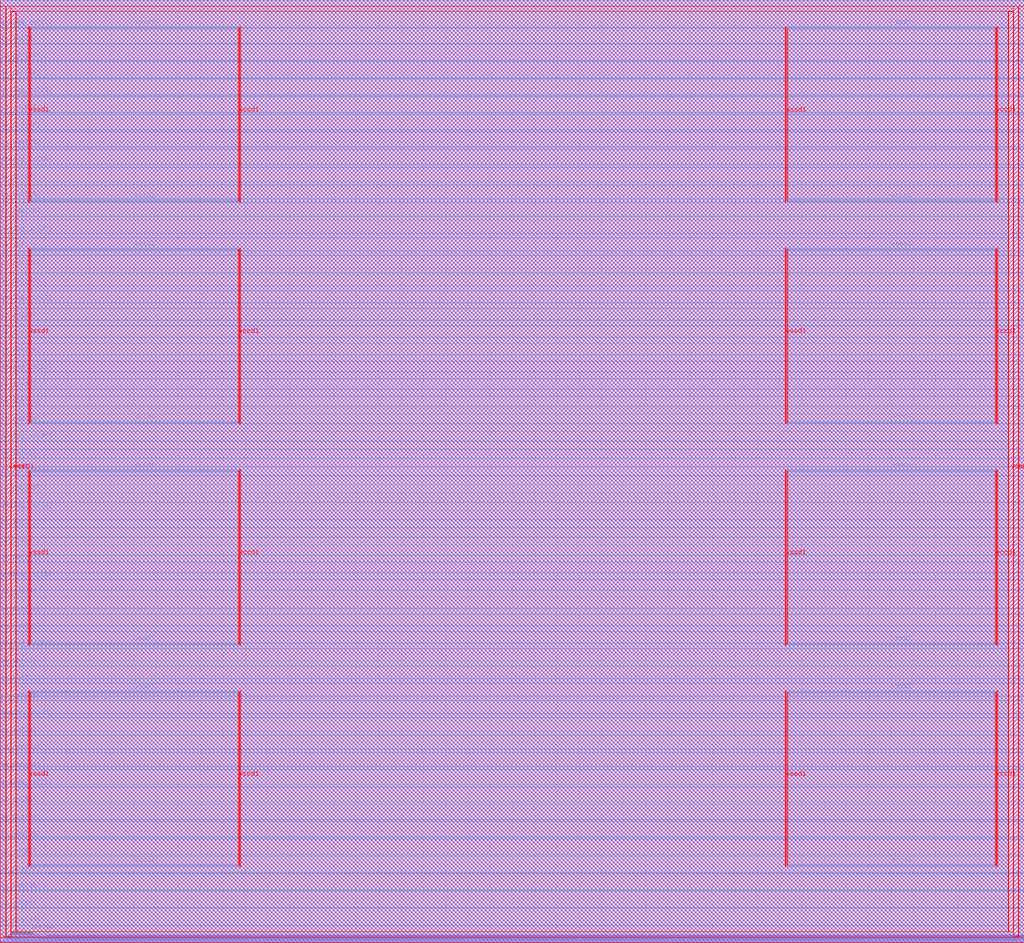
<source format=lef>
##
## LEF for PtnCells ;
## created by Innovus v20.10-p004_1 on Tue Mar 22 08:11:57 2022
##

VERSION 5.7 ;

BUSBITCHARS "[]" ;
DIVIDERCHAR "/" ;

MACRO azadi_soc_top_caravel
  CLASS BLOCK ;
  SIZE 2299.540000 BY 2118.880000 ;
  FOREIGN azadi_soc_top_caravel 0.000000 0.000000 ;
  ORIGIN 0 0 ;
  SYMMETRY X Y R90 ;
  PIN wb_clk_i
    DIRECTION INPUT ;
    USE SIGNAL ;
    ANTENNAMODEL OXIDE1 ;
    ANTENNAGATEAREA 0.852 LAYER met2  ;
    ANTENNAPARTIALMETALAREA 0.7105 LAYER met2  ;
    ANTENNAPARTIALMETALSIDEAREA 3.3915 LAYER met2  ;
    ANTENNAPARTIALCUTAREA 0.04 LAYER via2  ;
    ANTENNAPARTIALMETALAREA 345.514 LAYER met3  ;
    ANTENNAPARTIALMETALSIDEAREA 1843.68 LAYER met3  ;
    ANTENNAGATEAREA 0.852 LAYER met3  ;
    ANTENNAMAXAREACAR 406.125 LAYER met3  ;
    ANTENNAMAXSIDEAREACAR 2165.77 LAYER met3  ;
    ANTENNAMAXCUTCAR 0.107277 LAYER via3  ;
    PORT
      LAYER met2 ;
        RECT 6.380000 0.000000 6.520000 0.485000 ;
    END
  END wb_clk_i
  PIN wb_rst_i
    DIRECTION INPUT ;
    USE SIGNAL ;
    ANTENNAPARTIALMETALAREA 7.3758 LAYER met2  ;
    ANTENNAPARTIALMETALSIDEAREA 36.771 LAYER met2  ;
    ANTENNAMODEL OXIDE1 ;
    ANTENNAGATEAREA 0.495 LAYER met2  ;
    ANTENNAMAXAREACAR 151.239 LAYER met2  ;
    ANTENNAMAXSIDEAREACAR 755.223 LAYER met2  ;
    ANTENNAMAXCUTCAR 0.103838 LAYER via2  ;
    PORT
      LAYER met2 ;
        RECT 4.090000 0.000000 4.230000 0.490000 ;
    END
  END wb_rst_i
  PIN wbs_stb_i
    DIRECTION INPUT ;
    USE SIGNAL ;
    PORT
      LAYER met2 ;
        RECT 471.050000 0.000000 471.190000 0.490000 ;
    END
  END wbs_stb_i
  PIN wbs_cyc_i
    DIRECTION INPUT ;
    USE SIGNAL ;
    PORT
      LAYER met2 ;
        RECT 158.320000 0.000000 158.460000 0.490000 ;
    END
  END wbs_cyc_i
  PIN wbs_we_i
    DIRECTION INPUT ;
    USE SIGNAL ;
    PORT
      LAYER met2 ;
        RECT 475.625000 0.000000 475.765000 0.490000 ;
    END
  END wbs_we_i
  PIN wbs_sel_i[3]
    DIRECTION INPUT ;
    USE SIGNAL ;
    PORT
      LAYER met2 ;
        RECT 466.475000 0.000000 466.615000 0.490000 ;
    END
  END wbs_sel_i[3]
  PIN wbs_sel_i[2]
    DIRECTION INPUT ;
    USE SIGNAL ;
    PORT
      LAYER met2 ;
        RECT 461.795000 0.000000 461.935000 0.490000 ;
    END
  END wbs_sel_i[2]
  PIN wbs_sel_i[1]
    DIRECTION INPUT ;
    USE SIGNAL ;
    PORT
      LAYER met2 ;
        RECT 457.220000 0.000000 457.360000 0.490000 ;
    END
  END wbs_sel_i[1]
  PIN wbs_sel_i[0]
    DIRECTION INPUT ;
    USE SIGNAL ;
    PORT
      LAYER met2 ;
        RECT 453.160000 0.000000 453.300000 0.490000 ;
    END
  END wbs_sel_i[0]
  PIN wbs_dat_i[31]
    DIRECTION INPUT ;
    USE SIGNAL ;
    PORT
      LAYER met2 ;
        RECT 303.505000 0.000000 303.645000 0.490000 ;
    END
  END wbs_dat_i[31]
  PIN wbs_dat_i[30]
    DIRECTION INPUT ;
    USE SIGNAL ;
    PORT
      LAYER met2 ;
        RECT 298.825000 0.000000 298.965000 0.490000 ;
    END
  END wbs_dat_i[30]
  PIN wbs_dat_i[29]
    DIRECTION INPUT ;
    USE SIGNAL ;
    PORT
      LAYER met2 ;
        RECT 294.250000 0.000000 294.390000 0.490000 ;
    END
  END wbs_dat_i[29]
  PIN wbs_dat_i[28]
    DIRECTION INPUT ;
    USE SIGNAL ;
    PORT
      LAYER met2 ;
        RECT 289.675000 0.000000 289.815000 0.490000 ;
    END
  END wbs_dat_i[28]
  PIN wbs_dat_i[27]
    DIRECTION INPUT ;
    USE SIGNAL ;
    PORT
      LAYER met2 ;
        RECT 285.100000 0.000000 285.240000 0.490000 ;
    END
  END wbs_dat_i[27]
  PIN wbs_dat_i[26]
    DIRECTION INPUT ;
    USE SIGNAL ;
    PORT
      LAYER met2 ;
        RECT 280.420000 0.000000 280.560000 0.490000 ;
    END
  END wbs_dat_i[26]
  PIN wbs_dat_i[25]
    DIRECTION INPUT ;
    USE SIGNAL ;
    PORT
      LAYER met2 ;
        RECT 275.840000 0.000000 275.980000 0.490000 ;
    END
  END wbs_dat_i[25]
  PIN wbs_dat_i[24]
    DIRECTION INPUT ;
    USE SIGNAL ;
    PORT
      LAYER met2 ;
        RECT 271.785000 0.000000 271.925000 0.490000 ;
    END
  END wbs_dat_i[24]
  PIN wbs_dat_i[23]
    DIRECTION INPUT ;
    USE SIGNAL ;
    PORT
      LAYER met2 ;
        RECT 267.105000 0.000000 267.245000 0.490000 ;
    END
  END wbs_dat_i[23]
  PIN wbs_dat_i[22]
    DIRECTION INPUT ;
    USE SIGNAL ;
    PORT
      LAYER met2 ;
        RECT 262.530000 0.000000 262.670000 0.490000 ;
    END
  END wbs_dat_i[22]
  PIN wbs_dat_i[21]
    DIRECTION INPUT ;
    USE SIGNAL ;
    PORT
      LAYER met2 ;
        RECT 257.955000 0.000000 258.095000 0.490000 ;
    END
  END wbs_dat_i[21]
  PIN wbs_dat_i[20]
    DIRECTION INPUT ;
    USE SIGNAL ;
    PORT
      LAYER met2 ;
        RECT 253.480000 0.000000 253.620000 0.490000 ;
    END
  END wbs_dat_i[20]
  PIN wbs_dat_i[19]
    DIRECTION INPUT ;
    USE SIGNAL ;
    PORT
      LAYER met2 ;
        RECT 248.905000 0.000000 249.045000 0.490000 ;
    END
  END wbs_dat_i[19]
  PIN wbs_dat_i[18]
    DIRECTION INPUT ;
    USE SIGNAL ;
    PORT
      LAYER met2 ;
        RECT 244.225000 0.000000 244.365000 0.490000 ;
    END
  END wbs_dat_i[18]
  PIN wbs_dat_i[17]
    DIRECTION INPUT ;
    USE SIGNAL ;
    PORT
      LAYER met2 ;
        RECT 239.650000 0.000000 239.790000 0.490000 ;
    END
  END wbs_dat_i[17]
  PIN wbs_dat_i[16]
    DIRECTION INPUT ;
    USE SIGNAL ;
    PORT
      LAYER met2 ;
        RECT 235.595000 0.000000 235.735000 0.490000 ;
    END
  END wbs_dat_i[16]
  PIN wbs_dat_i[15]
    DIRECTION INPUT ;
    USE SIGNAL ;
    PORT
      LAYER met2 ;
        RECT 231.020000 0.000000 231.160000 0.490000 ;
    END
  END wbs_dat_i[15]
  PIN wbs_dat_i[14]
    DIRECTION INPUT ;
    USE SIGNAL ;
    PORT
      LAYER met2 ;
        RECT 226.340000 0.000000 226.480000 0.490000 ;
    END
  END wbs_dat_i[14]
  PIN wbs_dat_i[13]
    DIRECTION INPUT ;
    USE SIGNAL ;
    PORT
      LAYER met2 ;
        RECT 221.760000 0.000000 221.900000 0.490000 ;
    END
  END wbs_dat_i[13]
  PIN wbs_dat_i[12]
    DIRECTION INPUT ;
    USE SIGNAL ;
    PORT
      LAYER met2 ;
        RECT 217.185000 0.000000 217.325000 0.490000 ;
    END
  END wbs_dat_i[12]
  PIN wbs_dat_i[11]
    DIRECTION INPUT ;
    USE SIGNAL ;
    PORT
      LAYER met2 ;
        RECT 212.505000 0.000000 212.645000 0.490000 ;
    END
  END wbs_dat_i[11]
  PIN wbs_dat_i[10]
    DIRECTION INPUT ;
    USE SIGNAL ;
    PORT
      LAYER met2 ;
        RECT 207.930000 0.000000 208.070000 0.490000 ;
    END
  END wbs_dat_i[10]
  PIN wbs_dat_i[9]
    DIRECTION INPUT ;
    USE SIGNAL ;
    PORT
      LAYER met2 ;
        RECT 203.355000 0.000000 203.495000 0.490000 ;
    END
  END wbs_dat_i[9]
  PIN wbs_dat_i[8]
    DIRECTION INPUT ;
    USE SIGNAL ;
    PORT
      LAYER met2 ;
        RECT 199.195000 0.000000 199.335000 0.490000 ;
    END
  END wbs_dat_i[8]
  PIN wbs_dat_i[7]
    DIRECTION INPUT ;
    USE SIGNAL ;
    PORT
      LAYER met2 ;
        RECT 194.720000 0.000000 194.860000 0.490000 ;
    END
  END wbs_dat_i[7]
  PIN wbs_dat_i[6]
    DIRECTION INPUT ;
    USE SIGNAL ;
    PORT
      LAYER met2 ;
        RECT 189.940000 0.000000 190.080000 0.490000 ;
    END
  END wbs_dat_i[6]
  PIN wbs_dat_i[5]
    DIRECTION INPUT ;
    USE SIGNAL ;
    PORT
      LAYER met2 ;
        RECT 185.465000 0.000000 185.605000 0.490000 ;
    END
  END wbs_dat_i[5]
  PIN wbs_dat_i[4]
    DIRECTION INPUT ;
    USE SIGNAL ;
    PORT
      LAYER met2 ;
        RECT 180.890000 0.000000 181.030000 0.490000 ;
    END
  END wbs_dat_i[4]
  PIN wbs_dat_i[3]
    DIRECTION INPUT ;
    USE SIGNAL ;
    PORT
      LAYER met2 ;
        RECT 176.315000 0.000000 176.455000 0.490000 ;
    END
  END wbs_dat_i[3]
  PIN wbs_dat_i[2]
    DIRECTION INPUT ;
    USE SIGNAL ;
    PORT
      LAYER met2 ;
        RECT 171.635000 0.000000 171.775000 0.490000 ;
    END
  END wbs_dat_i[2]
  PIN wbs_dat_i[1]
    DIRECTION INPUT ;
    USE SIGNAL ;
    PORT
      LAYER met2 ;
        RECT 167.060000 0.000000 167.200000 0.490000 ;
    END
  END wbs_dat_i[1]
  PIN wbs_dat_i[0]
    DIRECTION INPUT ;
    USE SIGNAL ;
    PORT
      LAYER met2 ;
        RECT 163.000000 0.000000 163.140000 0.490000 ;
    END
  END wbs_dat_i[0]
  PIN wbs_adr_i[31]
    DIRECTION INPUT ;
    USE SIGNAL ;
    PORT
      LAYER met2 ;
        RECT 153.745000 0.000000 153.885000 0.490000 ;
    END
  END wbs_adr_i[31]
  PIN wbs_adr_i[30]
    DIRECTION INPUT ;
    USE SIGNAL ;
    PORT
      LAYER met2 ;
        RECT 149.170000 0.000000 149.310000 0.490000 ;
    END
  END wbs_adr_i[30]
  PIN wbs_adr_i[29]
    DIRECTION INPUT ;
    USE SIGNAL ;
    PORT
      LAYER met2 ;
        RECT 144.595000 0.000000 144.735000 0.490000 ;
    END
  END wbs_adr_i[29]
  PIN wbs_adr_i[28]
    DIRECTION INPUT ;
    USE SIGNAL ;
    PORT
      LAYER met2 ;
        RECT 140.120000 0.000000 140.260000 0.490000 ;
    END
  END wbs_adr_i[28]
  PIN wbs_adr_i[27]
    DIRECTION INPUT ;
    USE SIGNAL ;
    PORT
      LAYER met2 ;
        RECT 135.340000 0.000000 135.480000 0.490000 ;
    END
  END wbs_adr_i[27]
  PIN wbs_adr_i[26]
    DIRECTION INPUT ;
    USE SIGNAL ;
    PORT
      LAYER met2 ;
        RECT 130.865000 0.000000 131.005000 0.490000 ;
    END
  END wbs_adr_i[26]
  PIN wbs_adr_i[25]
    DIRECTION INPUT ;
    USE SIGNAL ;
    PORT
      LAYER met2 ;
        RECT 126.705000 0.000000 126.845000 0.490000 ;
    END
  END wbs_adr_i[25]
  PIN wbs_adr_i[24]
    DIRECTION INPUT ;
    USE SIGNAL ;
    PORT
      LAYER met2 ;
        RECT 122.130000 0.000000 122.270000 0.490000 ;
    END
  END wbs_adr_i[24]
  PIN wbs_adr_i[23]
    DIRECTION INPUT ;
    USE SIGNAL ;
    PORT
      LAYER met2 ;
        RECT 117.450000 0.000000 117.590000 0.490000 ;
    END
  END wbs_adr_i[23]
  PIN wbs_adr_i[22]
    DIRECTION INPUT ;
    USE SIGNAL ;
    PORT
      LAYER met2 ;
        RECT 112.875000 0.000000 113.015000 0.490000 ;
    END
  END wbs_adr_i[22]
  PIN wbs_adr_i[21]
    DIRECTION INPUT ;
    USE SIGNAL ;
    PORT
      LAYER met2 ;
        RECT 108.300000 0.000000 108.440000 0.490000 ;
    END
  END wbs_adr_i[21]
  PIN wbs_adr_i[20]
    DIRECTION INPUT ;
    USE SIGNAL ;
    PORT
      LAYER met2 ;
        RECT 103.720000 0.000000 103.860000 0.490000 ;
    END
  END wbs_adr_i[20]
  PIN wbs_adr_i[19]
    DIRECTION INPUT ;
    USE SIGNAL ;
    PORT
      LAYER met2 ;
        RECT 99.145000 0.000000 99.285000 0.490000 ;
    END
  END wbs_adr_i[19]
  PIN wbs_adr_i[18]
    DIRECTION INPUT ;
    USE SIGNAL ;
    PORT
      LAYER met2 ;
        RECT 94.465000 0.000000 94.605000 0.490000 ;
    END
  END wbs_adr_i[18]
  PIN wbs_adr_i[17]
    DIRECTION INPUT ;
    USE SIGNAL ;
    PORT
      LAYER met2 ;
        RECT 90.410000 0.000000 90.550000 0.490000 ;
    END
  END wbs_adr_i[17]
  PIN wbs_adr_i[16]
    DIRECTION INPUT ;
    USE SIGNAL ;
    PORT
      LAYER met2 ;
        RECT 85.835000 0.000000 85.975000 0.490000 ;
    END
  END wbs_adr_i[16]
  PIN wbs_adr_i[15]
    DIRECTION INPUT ;
    USE SIGNAL ;
    PORT
      LAYER met2 ;
        RECT 81.360000 0.000000 81.500000 0.490000 ;
    END
  END wbs_adr_i[15]
  PIN wbs_adr_i[14]
    DIRECTION INPUT ;
    USE SIGNAL ;
    PORT
      LAYER met2 ;
        RECT 76.580000 0.000000 76.720000 0.490000 ;
    END
  END wbs_adr_i[14]
  PIN wbs_adr_i[13]
    DIRECTION INPUT ;
    USE SIGNAL ;
    PORT
      LAYER met2 ;
        RECT 72.105000 0.000000 72.245000 0.490000 ;
    END
  END wbs_adr_i[13]
  PIN wbs_adr_i[12]
    DIRECTION INPUT ;
    USE SIGNAL ;
    PORT
      LAYER met2 ;
        RECT 67.530000 0.000000 67.670000 0.490000 ;
    END
  END wbs_adr_i[12]
  PIN wbs_adr_i[11]
    DIRECTION INPUT ;
    USE SIGNAL ;
    PORT
      LAYER met2 ;
        RECT 62.850000 0.000000 62.990000 0.490000 ;
    END
  END wbs_adr_i[11]
  PIN wbs_adr_i[10]
    DIRECTION INPUT ;
    USE SIGNAL ;
    PORT
      LAYER met2 ;
        RECT 58.275000 0.000000 58.415000 0.490000 ;
    END
  END wbs_adr_i[10]
  PIN wbs_adr_i[9]
    DIRECTION INPUT ;
    USE SIGNAL ;
    PORT
      LAYER met2 ;
        RECT 54.220000 0.000000 54.360000 0.490000 ;
    END
  END wbs_adr_i[9]
  PIN wbs_adr_i[8]
    DIRECTION INPUT ;
    USE SIGNAL ;
    PORT
      LAYER met2 ;
        RECT 49.540000 0.000000 49.680000 0.490000 ;
    END
  END wbs_adr_i[8]
  PIN wbs_adr_i[7]
    DIRECTION INPUT ;
    USE SIGNAL ;
    PORT
      LAYER met2 ;
        RECT 44.960000 0.000000 45.100000 0.490000 ;
    END
  END wbs_adr_i[7]
  PIN wbs_adr_i[6]
    DIRECTION INPUT ;
    USE SIGNAL ;
    PORT
      LAYER met2 ;
        RECT 40.385000 0.000000 40.525000 0.490000 ;
    END
  END wbs_adr_i[6]
  PIN wbs_adr_i[5]
    DIRECTION INPUT ;
    USE SIGNAL ;
    PORT
      LAYER met2 ;
        RECT 35.810000 0.000000 35.950000 0.490000 ;
    END
  END wbs_adr_i[5]
  PIN wbs_adr_i[4]
    DIRECTION INPUT ;
    USE SIGNAL ;
    PORT
      LAYER met2 ;
        RECT 31.235000 0.000000 31.375000 0.490000 ;
    END
  END wbs_adr_i[4]
  PIN wbs_adr_i[3]
    DIRECTION INPUT ;
    USE SIGNAL ;
    PORT
      LAYER met2 ;
        RECT 26.555000 0.000000 26.695000 0.490000 ;
    END
  END wbs_adr_i[3]
  PIN wbs_adr_i[2]
    DIRECTION INPUT ;
    USE SIGNAL ;
    PORT
      LAYER met2 ;
        RECT 21.980000 0.000000 22.120000 0.490000 ;
    END
  END wbs_adr_i[2]
  PIN wbs_adr_i[1]
    DIRECTION INPUT ;
    USE SIGNAL ;
    PORT
      LAYER met2 ;
        RECT 17.820000 0.000000 17.960000 0.490000 ;
    END
  END wbs_adr_i[1]
  PIN wbs_adr_i[0]
    DIRECTION INPUT ;
    USE SIGNAL ;
    PORT
      LAYER met2 ;
        RECT 13.345000 0.000000 13.485000 0.490000 ;
    END
  END wbs_adr_i[0]
  PIN wbs_ack_o
    DIRECTION OUTPUT ;
    USE SIGNAL ;
    ANTENNAPARTIALMETALAREA 0.2009 LAYER met2  ;
    ANTENNAPARTIALMETALSIDEAREA 0.8435 LAYER met2  ;
    ANTENNAPARTIALCUTAREA 0.04 LAYER via2  ;
    ANTENNAPARTIALMETALAREA 156.495 LAYER met3  ;
    ANTENNAPARTIALMETALSIDEAREA 840.68 LAYER met3  ;
    PORT
      LAYER met2 ;
        RECT 8.560000 0.000000 8.700000 0.490000 ;
    END
  END wbs_ack_o
  PIN wbs_dat_o[31]
    DIRECTION OUTPUT ;
    USE SIGNAL ;
    ANTENNAPARTIALMETALAREA 39.0706 LAYER met2  ;
    ANTENNAPARTIALMETALSIDEAREA 193.792 LAYER met2  ;
    ANTENNAPARTIALCUTAREA 0.08 LAYER via2  ;
    ANTENNAPARTIALMETALAREA 156.495 LAYER met3  ;
    ANTENNAPARTIALMETALSIDEAREA 840.68 LAYER met3  ;
    PORT
      LAYER met2 ;
        RECT 448.480000 0.000000 448.620000 0.490000 ;
    END
  END wbs_dat_o[31]
  PIN wbs_dat_o[30]
    DIRECTION OUTPUT ;
    USE SIGNAL ;
    ANTENNAPARTIALMETALAREA 0.2268 LAYER met2  ;
    ANTENNAPARTIALMETALSIDEAREA 0.973 LAYER met2  ;
    ANTENNAPARTIALCUTAREA 0.04 LAYER via2  ;
    ANTENNAPARTIALMETALAREA 156.495 LAYER met3  ;
    ANTENNAPARTIALMETALSIDEAREA 840.68 LAYER met3  ;
    PORT
      LAYER met2 ;
        RECT 443.905000 0.000000 444.045000 0.490000 ;
    END
  END wbs_dat_o[30]
  PIN wbs_dat_o[29]
    DIRECTION OUTPUT ;
    USE SIGNAL ;
    ANTENNAPARTIALMETALAREA 0.245 LAYER met2  ;
    ANTENNAPARTIALMETALSIDEAREA 1.064 LAYER met2  ;
    ANTENNAPARTIALCUTAREA 0.04 LAYER via2  ;
    ANTENNAPARTIALMETALAREA 156.495 LAYER met3  ;
    ANTENNAPARTIALMETALSIDEAREA 840.68 LAYER met3  ;
    PORT
      LAYER met2 ;
        RECT 439.435000 0.000000 439.575000 0.490000 ;
    END
  END wbs_dat_o[29]
  PIN wbs_dat_o[28]
    DIRECTION OUTPUT ;
    USE SIGNAL ;
    ANTENNAPARTIALMETALAREA 0.1841 LAYER met2  ;
    ANTENNAPARTIALMETALSIDEAREA 0.7595 LAYER met2  ;
    ANTENNAPARTIALCUTAREA 0.04 LAYER via2  ;
    ANTENNAPARTIALMETALAREA 156.495 LAYER met3  ;
    ANTENNAPARTIALMETALSIDEAREA 840.68 LAYER met3  ;
    PORT
      LAYER met2 ;
        RECT 434.860000 0.000000 435.000000 0.490000 ;
    END
  END wbs_dat_o[28]
  PIN wbs_dat_o[27]
    DIRECTION OUTPUT ;
    USE SIGNAL ;
    ANTENNAPARTIALMETALAREA 0.1764 LAYER met2  ;
    ANTENNAPARTIALMETALSIDEAREA 0.721 LAYER met2  ;
    ANTENNAPARTIALCUTAREA 0.04 LAYER via2  ;
    ANTENNAPARTIALMETALAREA 156.495 LAYER met3  ;
    ANTENNAPARTIALMETALSIDEAREA 840.68 LAYER met3  ;
    PORT
      LAYER met2 ;
        RECT 430.180000 0.000000 430.320000 0.490000 ;
    END
  END wbs_dat_o[27]
  PIN wbs_dat_o[26]
    DIRECTION OUTPUT ;
    USE SIGNAL ;
    ANTENNAPARTIALMETALAREA 0.1792 LAYER met2  ;
    ANTENNAPARTIALMETALSIDEAREA 0.735 LAYER met2  ;
    ANTENNAPARTIALCUTAREA 0.04 LAYER via2  ;
    ANTENNAPARTIALMETALAREA 156.495 LAYER met3  ;
    ANTENNAPARTIALMETALSIDEAREA 840.68 LAYER met3  ;
    PORT
      LAYER met2 ;
        RECT 425.600000 0.000000 425.740000 0.490000 ;
    END
  END wbs_dat_o[26]
  PIN wbs_dat_o[25]
    DIRECTION OUTPUT ;
    USE SIGNAL ;
    ANTENNAPARTIALMETALAREA 0.1827 LAYER met2  ;
    ANTENNAPARTIALMETALSIDEAREA 0.7525 LAYER met2  ;
    ANTENNAPARTIALCUTAREA 0.04 LAYER via2  ;
    ANTENNAPARTIALMETALAREA 156.495 LAYER met3  ;
    ANTENNAPARTIALMETALSIDEAREA 840.68 LAYER met3  ;
    PORT
      LAYER met2 ;
        RECT 421.025000 0.000000 421.165000 0.490000 ;
    END
  END wbs_dat_o[25]
  PIN wbs_dat_o[24]
    DIRECTION OUTPUT ;
    USE SIGNAL ;
    ANTENNAPARTIALMETALAREA 0.2443 LAYER met2  ;
    ANTENNAPARTIALMETALSIDEAREA 1.0605 LAYER met2  ;
    ANTENNAPARTIALCUTAREA 0.04 LAYER via2  ;
    ANTENNAPARTIALMETALAREA 156.495 LAYER met3  ;
    ANTENNAPARTIALMETALSIDEAREA 840.68 LAYER met3  ;
    PORT
      LAYER met2 ;
        RECT 416.865000 0.000000 417.005000 0.490000 ;
    END
  END wbs_dat_o[24]
  PIN wbs_dat_o[23]
    DIRECTION OUTPUT ;
    USE SIGNAL ;
    ANTENNAPARTIALMETALAREA 0.1834 LAYER met2  ;
    ANTENNAPARTIALMETALSIDEAREA 0.756 LAYER met2  ;
    ANTENNAPARTIALCUTAREA 0.04 LAYER via2  ;
    ANTENNAPARTIALMETALAREA 156.495 LAYER met3  ;
    ANTENNAPARTIALMETALSIDEAREA 840.68 LAYER met3  ;
    PORT
      LAYER met2 ;
        RECT 412.290000 0.000000 412.430000 0.490000 ;
    END
  END wbs_dat_o[23]
  PIN wbs_dat_o[22]
    DIRECTION OUTPUT ;
    USE SIGNAL ;
    ANTENNAPARTIALMETALAREA 0.1869 LAYER met2  ;
    ANTENNAPARTIALMETALSIDEAREA 0.7735 LAYER met2  ;
    ANTENNAPARTIALCUTAREA 0.04 LAYER via2  ;
    ANTENNAPARTIALMETALAREA 156.495 LAYER met3  ;
    ANTENNAPARTIALMETALSIDEAREA 840.68 LAYER met3  ;
    PORT
      LAYER met2 ;
        RECT 407.715000 0.000000 407.855000 0.490000 ;
    END
  END wbs_dat_o[22]
  PIN wbs_dat_o[21]
    DIRECTION OUTPUT ;
    USE SIGNAL ;
    ANTENNAPARTIALMETALAREA 0.1904 LAYER met2  ;
    ANTENNAPARTIALMETALSIDEAREA 0.791 LAYER met2  ;
    ANTENNAPARTIALCUTAREA 0.04 LAYER via2  ;
    ANTENNAPARTIALMETALAREA 156.495 LAYER met3  ;
    ANTENNAPARTIALMETALSIDEAREA 840.68 LAYER met3  ;
    PORT
      LAYER met2 ;
        RECT 403.140000 0.000000 403.280000 0.490000 ;
    END
  END wbs_dat_o[21]
  PIN wbs_dat_o[20]
    DIRECTION OUTPUT ;
    USE SIGNAL ;
    ANTENNAPARTIALMETALAREA 0.1932 LAYER met2  ;
    ANTENNAPARTIALMETALSIDEAREA 0.805 LAYER met2  ;
    ANTENNAPARTIALCUTAREA 0.04 LAYER via2  ;
    ANTENNAPARTIALMETALAREA 156.495 LAYER met3  ;
    ANTENNAPARTIALMETALSIDEAREA 840.68 LAYER met3  ;
    PORT
      LAYER met2 ;
        RECT 398.560000 0.000000 398.700000 0.490000 ;
    END
  END wbs_dat_o[20]
  PIN wbs_dat_o[19]
    DIRECTION OUTPUT ;
    USE SIGNAL ;
    ANTENNAPARTIALMETALAREA 0.182 LAYER met2  ;
    ANTENNAPARTIALMETALSIDEAREA 0.749 LAYER met2  ;
    ANTENNAPARTIALCUTAREA 0.04 LAYER via2  ;
    ANTENNAPARTIALMETALAREA 156.495 LAYER met3  ;
    ANTENNAPARTIALMETALSIDEAREA 840.68 LAYER met3  ;
    PORT
      LAYER met2 ;
        RECT 393.880000 0.000000 394.020000 0.490000 ;
    END
  END wbs_dat_o[19]
  PIN wbs_dat_o[18]
    DIRECTION OUTPUT ;
    USE SIGNAL ;
    ANTENNAPARTIALMETALAREA 0.1855 LAYER met2  ;
    ANTENNAPARTIALMETALSIDEAREA 0.7665 LAYER met2  ;
    ANTENNAPARTIALCUTAREA 0.04 LAYER via2  ;
    ANTENNAPARTIALMETALAREA 156.495 LAYER met3  ;
    ANTENNAPARTIALMETALSIDEAREA 840.68 LAYER met3  ;
    PORT
      LAYER met2 ;
        RECT 389.305000 0.000000 389.445000 0.490000 ;
    END
  END wbs_dat_o[18]
  PIN wbs_dat_o[17]
    DIRECTION OUTPUT ;
    USE SIGNAL ;
    ANTENNAPARTIALMETALAREA 0.2037 LAYER met2  ;
    ANTENNAPARTIALMETALSIDEAREA 0.8575 LAYER met2  ;
    ANTENNAPARTIALCUTAREA 0.04 LAYER via2  ;
    ANTENNAPARTIALMETALAREA 156.495 LAYER met3  ;
    ANTENNAPARTIALMETALSIDEAREA 840.68 LAYER met3  ;
    PORT
      LAYER met2 ;
        RECT 384.835000 0.000000 384.975000 0.490000 ;
    END
  END wbs_dat_o[17]
  PIN wbs_dat_o[16]
    DIRECTION OUTPUT ;
    USE SIGNAL ;
    ANTENNAPARTIALMETALAREA 0.2009 LAYER met2  ;
    ANTENNAPARTIALMETALSIDEAREA 0.8435 LAYER met2  ;
    ANTENNAPARTIALCUTAREA 0.04 LAYER via2  ;
    ANTENNAPARTIALMETALAREA 156.495 LAYER met3  ;
    ANTENNAPARTIALMETALSIDEAREA 840.68 LAYER met3  ;
    PORT
      LAYER met2 ;
        RECT 380.675000 0.000000 380.815000 0.490000 ;
    END
  END wbs_dat_o[16]
  PIN wbs_dat_o[15]
    DIRECTION OUTPUT ;
    USE SIGNAL ;
    ANTENNAPARTIALMETALAREA 0.2002 LAYER met2  ;
    ANTENNAPARTIALMETALSIDEAREA 0.84 LAYER met2  ;
    ANTENNAPARTIALCUTAREA 0.04 LAYER via2  ;
    ANTENNAPARTIALMETALAREA 156.495 LAYER met3  ;
    ANTENNAPARTIALMETALSIDEAREA 840.68 LAYER met3  ;
    PORT
      LAYER met2 ;
        RECT 375.890000 0.000000 376.030000 0.490000 ;
    END
  END wbs_dat_o[15]
  PIN wbs_dat_o[14]
    DIRECTION OUTPUT ;
    USE SIGNAL ;
    ANTENNAPARTIALMETALAREA 0.1932 LAYER met2  ;
    ANTENNAPARTIALMETALSIDEAREA 0.805 LAYER met2  ;
    ANTENNAPARTIALCUTAREA 0.04 LAYER via2  ;
    ANTENNAPARTIALMETALAREA 156.495 LAYER met3  ;
    ANTENNAPARTIALMETALSIDEAREA 840.68 LAYER met3  ;
    PORT
      LAYER met2 ;
        RECT 371.420000 0.000000 371.560000 0.490000 ;
    END
  END wbs_dat_o[14]
  PIN wbs_dat_o[13]
    DIRECTION OUTPUT ;
    USE SIGNAL ;
    ANTENNAPARTIALMETALAREA 0.196 LAYER met2  ;
    ANTENNAPARTIALMETALSIDEAREA 0.819 LAYER met2  ;
    ANTENNAPARTIALCUTAREA 0.04 LAYER via2  ;
    ANTENNAPARTIALMETALAREA 156.495 LAYER met3  ;
    ANTENNAPARTIALMETALSIDEAREA 840.68 LAYER met3  ;
    PORT
      LAYER met2 ;
        RECT 366.840000 0.000000 366.980000 0.490000 ;
    END
  END wbs_dat_o[13]
  PIN wbs_dat_o[12]
    DIRECTION OUTPUT ;
    USE SIGNAL ;
    ANTENNAPARTIALMETALAREA 0.1995 LAYER met2  ;
    ANTENNAPARTIALMETALSIDEAREA 0.8365 LAYER met2  ;
    ANTENNAPARTIALCUTAREA 0.04 LAYER via2  ;
    ANTENNAPARTIALMETALAREA 156.495 LAYER met3  ;
    ANTENNAPARTIALMETALSIDEAREA 840.68 LAYER met3  ;
    PORT
      LAYER met2 ;
        RECT 362.265000 0.000000 362.405000 0.490000 ;
    END
  END wbs_dat_o[12]
  PIN wbs_dat_o[11]
    DIRECTION OUTPUT ;
    USE SIGNAL ;
    ANTENNAPARTIALMETALAREA 0.203 LAYER met2  ;
    ANTENNAPARTIALMETALSIDEAREA 0.854 LAYER met2  ;
    ANTENNAPARTIALCUTAREA 0.04 LAYER via2  ;
    ANTENNAPARTIALMETALAREA 156.495 LAYER met3  ;
    ANTENNAPARTIALMETALSIDEAREA 840.68 LAYER met3  ;
    PORT
      LAYER met2 ;
        RECT 357.690000 0.000000 357.830000 0.490000 ;
    END
  END wbs_dat_o[11]
  PIN wbs_dat_o[10]
    DIRECTION OUTPUT ;
    USE SIGNAL ;
    ANTENNAPARTIALMETALAREA 0.1918 LAYER met2  ;
    ANTENNAPARTIALMETALSIDEAREA 0.798 LAYER met2  ;
    ANTENNAPARTIALCUTAREA 0.04 LAYER via2  ;
    ANTENNAPARTIALMETALAREA 156.495 LAYER met3  ;
    ANTENNAPARTIALMETALSIDEAREA 840.68 LAYER met3  ;
    PORT
      LAYER met2 ;
        RECT 353.010000 0.000000 353.150000 0.490000 ;
    END
  END wbs_dat_o[10]
  PIN wbs_dat_o[9]
    DIRECTION OUTPUT ;
    USE SIGNAL ;
    ANTENNAPARTIALMETALAREA 0.1953 LAYER met2  ;
    ANTENNAPARTIALMETALSIDEAREA 0.8155 LAYER met2  ;
    ANTENNAPARTIALCUTAREA 0.04 LAYER via2  ;
    ANTENNAPARTIALMETALAREA 156.495 LAYER met3  ;
    ANTENNAPARTIALMETALSIDEAREA 840.68 LAYER met3  ;
    PORT
      LAYER met2 ;
        RECT 348.435000 0.000000 348.575000 0.490000 ;
    END
  END wbs_dat_o[9]
  PIN wbs_dat_o[8]
    DIRECTION OUTPUT ;
    USE SIGNAL ;
    ANTENNAPARTIALMETALAREA 0.2072 LAYER met2  ;
    ANTENNAPARTIALMETALSIDEAREA 0.875 LAYER met2  ;
    ANTENNAPARTIALCUTAREA 0.04 LAYER via2  ;
    ANTENNAPARTIALMETALAREA 156.495 LAYER met3  ;
    ANTENNAPARTIALMETALSIDEAREA 840.68 LAYER met3  ;
    PORT
      LAYER met2 ;
        RECT 344.380000 0.000000 344.520000 0.490000 ;
    END
  END wbs_dat_o[8]
  PIN wbs_dat_o[7]
    DIRECTION OUTPUT ;
    USE SIGNAL ;
    ANTENNAPARTIALMETALAREA 0.196 LAYER met2  ;
    ANTENNAPARTIALMETALSIDEAREA 0.819 LAYER met2  ;
    ANTENNAPARTIALCUTAREA 0.04 LAYER via2  ;
    ANTENNAPARTIALMETALAREA 156.495 LAYER met3  ;
    ANTENNAPARTIALMETALSIDEAREA 840.68 LAYER met3  ;
    PORT
      LAYER met2 ;
        RECT 339.700000 0.000000 339.840000 0.490000 ;
    END
  END wbs_dat_o[7]
  PIN wbs_dat_o[6]
    DIRECTION OUTPUT ;
    USE SIGNAL ;
    ANTENNAPARTIALMETALAREA 0.1988 LAYER met2  ;
    ANTENNAPARTIALMETALSIDEAREA 0.833 LAYER met2  ;
    ANTENNAPARTIALCUTAREA 0.04 LAYER via2  ;
    ANTENNAPARTIALMETALAREA 156.495 LAYER met3  ;
    ANTENNAPARTIALMETALSIDEAREA 840.68 LAYER met3  ;
    PORT
      LAYER met2 ;
        RECT 335.120000 0.000000 335.260000 0.490000 ;
    END
  END wbs_dat_o[6]
  PIN wbs_dat_o[5]
    DIRECTION OUTPUT ;
    USE SIGNAL ;
    ANTENNAPARTIALMETALAREA 3.6673 LAYER met2  ;
    ANTENNAPARTIALMETALSIDEAREA 18.1125 LAYER met2  ;
    ANTENNAPARTIALCUTAREA 0.08 LAYER via2  ;
    ANTENNAPARTIALMETALAREA 156.495 LAYER met3  ;
    ANTENNAPARTIALMETALSIDEAREA 840.68 LAYER met3  ;
    PORT
      LAYER met2 ;
        RECT 330.545000 0.000000 330.685000 0.490000 ;
    END
  END wbs_dat_o[5]
  PIN wbs_dat_o[4]
    DIRECTION OUTPUT ;
    USE SIGNAL ;
    ANTENNAPARTIALMETALAREA 3.6771 LAYER met2  ;
    ANTENNAPARTIALMETALSIDEAREA 18.1615 LAYER met2  ;
    ANTENNAPARTIALCUTAREA 0.08 LAYER via2  ;
    ANTENNAPARTIALMETALAREA 156.495 LAYER met3  ;
    ANTENNAPARTIALMETALSIDEAREA 840.68 LAYER met3  ;
    PORT
      LAYER met2 ;
        RECT 326.075000 0.000000 326.215000 0.490000 ;
    END
  END wbs_dat_o[4]
  PIN wbs_dat_o[3]
    DIRECTION OUTPUT ;
    USE SIGNAL ;
    ANTENNAPARTIALMETALAREA 3.6771 LAYER met2  ;
    ANTENNAPARTIALMETALSIDEAREA 18.214 LAYER met2  ;
    ANTENNAPARTIALCUTAREA 0.08 LAYER via2  ;
    ANTENNAPARTIALMETALAREA 156.495 LAYER met3  ;
    ANTENNAPARTIALMETALSIDEAREA 840.68 LAYER met3  ;
    PORT
      LAYER met2 ;
        RECT 321.290000 0.000000 321.430000 0.490000 ;
    END
  END wbs_dat_o[3]
  PIN wbs_dat_o[2]
    DIRECTION OUTPUT ;
    USE SIGNAL ;
    ANTENNAPARTIALMETALAREA 3.6771 LAYER met2  ;
    ANTENNAPARTIALMETALSIDEAREA 18.214 LAYER met2  ;
    ANTENNAPARTIALCUTAREA 0.08 LAYER via2  ;
    ANTENNAPARTIALMETALAREA 156.495 LAYER met3  ;
    ANTENNAPARTIALMETALSIDEAREA 840.68 LAYER met3  ;
    PORT
      LAYER met2 ;
        RECT 316.820000 0.000000 316.960000 0.490000 ;
    END
  END wbs_dat_o[2]
  PIN wbs_dat_o[1]
    DIRECTION OUTPUT ;
    USE SIGNAL ;
    ANTENNAPARTIALMETALAREA 3.6771 LAYER met2  ;
    ANTENNAPARTIALMETALSIDEAREA 18.1615 LAYER met2  ;
    ANTENNAPARTIALCUTAREA 0.08 LAYER via2  ;
    ANTENNAPARTIALMETALAREA 156.495 LAYER met3  ;
    ANTENNAPARTIALMETALSIDEAREA 840.68 LAYER met3  ;
    PORT
      LAYER met2 ;
        RECT 312.240000 0.000000 312.380000 0.490000 ;
    END
  END wbs_dat_o[1]
  PIN wbs_dat_o[0]
    DIRECTION OUTPUT ;
    USE SIGNAL ;
    ANTENNAPARTIALMETALAREA 3.6575 LAYER met2  ;
    ANTENNAPARTIALMETALSIDEAREA 17.9655 LAYER met2  ;
    ANTENNAPARTIALCUTAREA 0.08 LAYER via2  ;
    ANTENNAPARTIALMETALAREA 156.495 LAYER met3  ;
    ANTENNAPARTIALMETALSIDEAREA 840.68 LAYER met3  ;
    PORT
      LAYER met2 ;
        RECT 308.080000 0.000000 308.220000 0.490000 ;
    END
  END wbs_dat_o[0]
  PIN la_data_in[127]
    DIRECTION INPUT ;
    USE SIGNAL ;
    PORT
      LAYER met2 ;
        RECT 1055.945000 0.000000 1056.085000 0.490000 ;
    END
  END la_data_in[127]
  PIN la_data_in[126]
    DIRECTION INPUT ;
    USE SIGNAL ;
    PORT
      LAYER met2 ;
        RECT 1051.475000 0.000000 1051.615000 0.490000 ;
    END
  END la_data_in[126]
  PIN la_data_in[125]
    DIRECTION INPUT ;
    USE SIGNAL ;
    PORT
      LAYER met2 ;
        RECT 1046.900000 0.000000 1047.040000 0.490000 ;
    END
  END la_data_in[125]
  PIN la_data_in[124]
    DIRECTION INPUT ;
    USE SIGNAL ;
    PORT
      LAYER met2 ;
        RECT 1042.530000 0.000000 1042.670000 0.490000 ;
    END
  END la_data_in[124]
  PIN la_data_in[123]
    DIRECTION INPUT ;
    USE SIGNAL ;
    PORT
      LAYER met2 ;
        RECT 1038.060000 0.000000 1038.200000 0.490000 ;
    END
  END la_data_in[123]
  PIN la_data_in[122]
    DIRECTION INPUT ;
    USE SIGNAL ;
    PORT
      LAYER met2 ;
        RECT 1033.480000 0.000000 1033.620000 0.490000 ;
    END
  END la_data_in[122]
  PIN la_data_in[121]
    DIRECTION INPUT ;
    USE SIGNAL ;
    PORT
      LAYER met2 ;
        RECT 1028.905000 0.000000 1029.045000 0.490000 ;
    END
  END la_data_in[121]
  PIN la_data_in[120]
    DIRECTION INPUT ;
    USE SIGNAL ;
    PORT
      LAYER met2 ;
        RECT 1024.225000 0.000000 1024.365000 0.490000 ;
    END
  END la_data_in[120]
  PIN la_data_in[119]
    DIRECTION INPUT ;
    USE SIGNAL ;
    PORT
      LAYER met2 ;
        RECT 1019.650000 0.000000 1019.790000 0.490000 ;
    END
  END la_data_in[119]
  PIN la_data_in[118]
    DIRECTION INPUT ;
    USE SIGNAL ;
    PORT
      LAYER met2 ;
        RECT 1015.075000 0.000000 1015.215000 0.490000 ;
    END
  END la_data_in[118]
  PIN la_data_in[117]
    DIRECTION INPUT ;
    USE SIGNAL ;
    PORT
      LAYER met2 ;
        RECT 1010.500000 0.000000 1010.640000 0.490000 ;
    END
  END la_data_in[117]
  PIN la_data_in[116]
    DIRECTION INPUT ;
    USE SIGNAL ;
    PORT
      LAYER met2 ;
        RECT 1005.920000 0.000000 1006.060000 0.490000 ;
    END
  END la_data_in[116]
  PIN la_data_in[115]
    DIRECTION INPUT ;
    USE SIGNAL ;
    PORT
      LAYER met2 ;
        RECT 1001.760000 0.000000 1001.900000 0.490000 ;
    END
  END la_data_in[115]
  PIN la_data_in[114]
    DIRECTION INPUT ;
    USE SIGNAL ;
    PORT
      LAYER met2 ;
        RECT 997.185000 0.000000 997.325000 0.490000 ;
    END
  END la_data_in[114]
  PIN la_data_in[113]
    DIRECTION INPUT ;
    USE SIGNAL ;
    PORT
      LAYER met2 ;
        RECT 992.715000 0.000000 992.855000 0.490000 ;
    END
  END la_data_in[113]
  PIN la_data_in[112]
    DIRECTION INPUT ;
    USE SIGNAL ;
    PORT
      LAYER met2 ;
        RECT 988.140000 0.000000 988.280000 0.490000 ;
    END
  END la_data_in[112]
  PIN la_data_in[111]
    DIRECTION INPUT ;
    USE SIGNAL ;
    PORT
      LAYER met2 ;
        RECT 983.560000 0.000000 983.700000 0.490000 ;
    END
  END la_data_in[111]
  PIN la_data_in[110]
    DIRECTION INPUT ;
    USE SIGNAL ;
    PORT
      LAYER met2 ;
        RECT 978.880000 0.000000 979.020000 0.490000 ;
    END
  END la_data_in[110]
  PIN la_data_in[109]
    DIRECTION INPUT ;
    USE SIGNAL ;
    PORT
      LAYER met2 ;
        RECT 974.305000 0.000000 974.445000 0.490000 ;
    END
  END la_data_in[109]
  PIN la_data_in[108]
    DIRECTION INPUT ;
    USE SIGNAL ;
    PORT
      LAYER met2 ;
        RECT 969.730000 0.000000 969.870000 0.490000 ;
    END
  END la_data_in[108]
  PIN la_data_in[107]
    DIRECTION INPUT ;
    USE SIGNAL ;
    PORT
      LAYER met2 ;
        RECT 965.570000 0.000000 965.710000 0.490000 ;
    END
  END la_data_in[107]
  PIN la_data_in[106]
    DIRECTION INPUT ;
    USE SIGNAL ;
    PORT
      LAYER met2 ;
        RECT 960.995000 0.000000 961.135000 0.490000 ;
    END
  END la_data_in[106]
  PIN la_data_in[105]
    DIRECTION INPUT ;
    USE SIGNAL ;
    PORT
      LAYER met2 ;
        RECT 956.420000 0.000000 956.560000 0.490000 ;
    END
  END la_data_in[105]
  PIN la_data_in[104]
    DIRECTION INPUT ;
    USE SIGNAL ;
    PORT
      LAYER met2 ;
        RECT 951.740000 0.000000 951.880000 0.490000 ;
    END
  END la_data_in[104]
  PIN la_data_in[103]
    DIRECTION INPUT ;
    USE SIGNAL ;
    PORT
      LAYER met2 ;
        RECT 947.160000 0.000000 947.300000 0.490000 ;
    END
  END la_data_in[103]
  PIN la_data_in[102]
    DIRECTION INPUT ;
    USE SIGNAL ;
    PORT
      LAYER met2 ;
        RECT 942.585000 0.000000 942.725000 0.490000 ;
    END
  END la_data_in[102]
  PIN la_data_in[101]
    DIRECTION INPUT ;
    USE SIGNAL ;
    PORT
      LAYER met2 ;
        RECT 938.010000 0.000000 938.150000 0.490000 ;
    END
  END la_data_in[101]
  PIN la_data_in[100]
    DIRECTION INPUT ;
    USE SIGNAL ;
    PORT
      LAYER met2 ;
        RECT 933.330000 0.000000 933.470000 0.490000 ;
    END
  END la_data_in[100]
  PIN la_data_in[99]
    DIRECTION INPUT ;
    USE SIGNAL ;
    PORT
      LAYER met2 ;
        RECT 929.170000 0.000000 929.310000 0.490000 ;
    END
  END la_data_in[99]
  PIN la_data_in[98]
    DIRECTION INPUT ;
    USE SIGNAL ;
    PORT
      LAYER met2 ;
        RECT 924.595000 0.000000 924.735000 0.490000 ;
    END
  END la_data_in[98]
  PIN la_data_in[97]
    DIRECTION INPUT ;
    USE SIGNAL ;
    PORT
      LAYER met2 ;
        RECT 920.120000 0.000000 920.260000 0.490000 ;
    END
  END la_data_in[97]
  PIN la_data_in[96]
    DIRECTION INPUT ;
    USE SIGNAL ;
    PORT
      LAYER met2 ;
        RECT 915.340000 0.000000 915.480000 0.490000 ;
    END
  END la_data_in[96]
  PIN la_data_in[95]
    DIRECTION INPUT ;
    USE SIGNAL ;
    PORT
      LAYER met2 ;
        RECT 910.865000 0.000000 911.005000 0.490000 ;
    END
  END la_data_in[95]
  PIN la_data_in[94]
    DIRECTION INPUT ;
    USE SIGNAL ;
    PORT
      LAYER met2 ;
        RECT 906.290000 0.000000 906.430000 0.490000 ;
    END
  END la_data_in[94]
  PIN la_data_in[93]
    DIRECTION INPUT ;
    USE SIGNAL ;
    PORT
      LAYER met2 ;
        RECT 901.715000 0.000000 901.855000 0.490000 ;
    END
  END la_data_in[93]
  PIN la_data_in[92]
    DIRECTION INPUT ;
    USE SIGNAL ;
    PORT
      LAYER met2 ;
        RECT 897.140000 0.000000 897.280000 0.490000 ;
    END
  END la_data_in[92]
  PIN la_data_in[91]
    DIRECTION INPUT ;
    USE SIGNAL ;
    PORT
      LAYER met2 ;
        RECT 892.980000 0.000000 893.120000 0.490000 ;
    END
  END la_data_in[91]
  PIN la_data_in[90]
    DIRECTION INPUT ;
    USE SIGNAL ;
    PORT
      LAYER met2 ;
        RECT 888.400000 0.000000 888.540000 0.490000 ;
    END
  END la_data_in[90]
  PIN la_data_in[89]
    DIRECTION INPUT ;
    USE SIGNAL ;
    PORT
      LAYER met2 ;
        RECT 883.825000 0.000000 883.965000 0.490000 ;
    END
  END la_data_in[89]
  PIN la_data_in[88]
    DIRECTION INPUT ;
    USE SIGNAL ;
    PORT
      LAYER met2 ;
        RECT 879.250000 0.000000 879.390000 0.490000 ;
    END
  END la_data_in[88]
  PIN la_data_in[87]
    DIRECTION INPUT ;
    USE SIGNAL ;
    PORT
      LAYER met2 ;
        RECT 874.780000 0.000000 874.920000 0.490000 ;
    END
  END la_data_in[87]
  PIN la_data_in[86]
    DIRECTION INPUT ;
    USE SIGNAL ;
    PORT
      LAYER met2 ;
        RECT 869.995000 0.000000 870.135000 0.490000 ;
    END
  END la_data_in[86]
  PIN la_data_in[85]
    DIRECTION INPUT ;
    USE SIGNAL ;
    PORT
      LAYER met2 ;
        RECT 865.520000 0.000000 865.660000 0.490000 ;
    END
  END la_data_in[85]
  PIN la_data_in[84]
    DIRECTION INPUT ;
    USE SIGNAL ;
    PORT
      LAYER met2 ;
        RECT 860.945000 0.000000 861.085000 0.490000 ;
    END
  END la_data_in[84]
  PIN la_data_in[83]
    DIRECTION INPUT ;
    USE SIGNAL ;
    PORT
      LAYER met2 ;
        RECT 856.785000 0.000000 856.925000 0.490000 ;
    END
  END la_data_in[83]
  PIN la_data_in[82]
    DIRECTION INPUT ;
    USE SIGNAL ;
    PORT
      LAYER met2 ;
        RECT 852.105000 0.000000 852.245000 0.490000 ;
    END
  END la_data_in[82]
  PIN la_data_in[81]
    DIRECTION INPUT ;
    USE SIGNAL ;
    PORT
      LAYER met2 ;
        RECT 847.530000 0.000000 847.670000 0.490000 ;
    END
  END la_data_in[81]
  PIN la_data_in[80]
    DIRECTION INPUT ;
    USE SIGNAL ;
    PORT
      LAYER met2 ;
        RECT 842.955000 0.000000 843.095000 0.490000 ;
    END
  END la_data_in[80]
  PIN la_data_in[79]
    DIRECTION INPUT ;
    USE SIGNAL ;
    PORT
      LAYER met2 ;
        RECT 838.380000 0.000000 838.520000 0.490000 ;
    END
  END la_data_in[79]
  PIN la_data_in[78]
    DIRECTION INPUT ;
    USE SIGNAL ;
    PORT
      LAYER met2 ;
        RECT 833.800000 0.000000 833.940000 0.490000 ;
    END
  END la_data_in[78]
  PIN la_data_in[77]
    DIRECTION INPUT ;
    USE SIGNAL ;
    PORT
      LAYER met2 ;
        RECT 829.120000 0.000000 829.260000 0.490000 ;
    END
  END la_data_in[77]
  PIN la_data_in[76]
    DIRECTION INPUT ;
    USE SIGNAL ;
    PORT
      LAYER met2 ;
        RECT 824.545000 0.000000 824.685000 0.490000 ;
    END
  END la_data_in[76]
  PIN la_data_in[75]
    DIRECTION INPUT ;
    USE SIGNAL ;
    PORT
      LAYER met2 ;
        RECT 820.385000 0.000000 820.525000 0.490000 ;
    END
  END la_data_in[75]
  PIN la_data_in[74]
    DIRECTION INPUT ;
    USE SIGNAL ;
    PORT
      LAYER met2 ;
        RECT 815.810000 0.000000 815.950000 0.490000 ;
    END
  END la_data_in[74]
  PIN la_data_in[73]
    DIRECTION INPUT ;
    USE SIGNAL ;
    PORT
      LAYER met2 ;
        RECT 811.235000 0.000000 811.375000 0.490000 ;
    END
  END la_data_in[73]
  PIN la_data_in[72]
    DIRECTION INPUT ;
    USE SIGNAL ;
    PORT
      LAYER met2 ;
        RECT 806.760000 0.000000 806.900000 0.490000 ;
    END
  END la_data_in[72]
  PIN la_data_in[71]
    DIRECTION INPUT ;
    USE SIGNAL ;
    PORT
      LAYER met2 ;
        RECT 801.980000 0.000000 802.120000 0.490000 ;
    END
  END la_data_in[71]
  PIN la_data_in[70]
    DIRECTION INPUT ;
    USE SIGNAL ;
    PORT
      LAYER met2 ;
        RECT 797.505000 0.000000 797.645000 0.490000 ;
    END
  END la_data_in[70]
  PIN la_data_in[69]
    DIRECTION INPUT ;
    USE SIGNAL ;
    PORT
      LAYER met2 ;
        RECT 792.930000 0.000000 793.070000 0.490000 ;
    END
  END la_data_in[69]
  PIN la_data_in[68]
    DIRECTION INPUT ;
    USE SIGNAL ;
    PORT
      LAYER met2 ;
        RECT 788.355000 0.000000 788.495000 0.490000 ;
    END
  END la_data_in[68]
  PIN la_data_in[67]
    DIRECTION INPUT ;
    USE SIGNAL ;
    PORT
      LAYER met2 ;
        RECT 784.195000 0.000000 784.335000 0.490000 ;
    END
  END la_data_in[67]
  PIN la_data_in[66]
    DIRECTION INPUT ;
    USE SIGNAL ;
    PORT
      LAYER met2 ;
        RECT 779.620000 0.000000 779.760000 0.490000 ;
    END
  END la_data_in[66]
  PIN la_data_in[65]
    DIRECTION INPUT ;
    USE SIGNAL ;
    PORT
      LAYER met2 ;
        RECT 775.040000 0.000000 775.180000 0.490000 ;
    END
  END la_data_in[65]
  PIN la_data_in[64]
    DIRECTION INPUT ;
    USE SIGNAL ;
    PORT
      LAYER met2 ;
        RECT 770.465000 0.000000 770.605000 0.490000 ;
    END
  END la_data_in[64]
  PIN la_data_in[63]
    DIRECTION INPUT ;
    USE SIGNAL ;
    PORT
      LAYER met2 ;
        RECT 765.890000 0.000000 766.030000 0.490000 ;
    END
  END la_data_in[63]
  PIN la_data_in[62]
    DIRECTION INPUT ;
    USE SIGNAL ;
    PORT
      LAYER met2 ;
        RECT 761.210000 0.000000 761.350000 0.490000 ;
    END
  END la_data_in[62]
  PIN la_data_in[61]
    DIRECTION INPUT ;
    USE SIGNAL ;
    PORT
      LAYER met2 ;
        RECT 756.635000 0.000000 756.775000 0.490000 ;
    END
  END la_data_in[61]
  PIN la_data_in[60]
    DIRECTION INPUT ;
    USE SIGNAL ;
    PORT
      LAYER met2 ;
        RECT 752.160000 0.000000 752.300000 0.490000 ;
    END
  END la_data_in[60]
  PIN la_data_in[59]
    DIRECTION INPUT ;
    USE SIGNAL ;
    PORT
      LAYER met2 ;
        RECT 748.000000 0.000000 748.140000 0.490000 ;
    END
  END la_data_in[59]
  PIN la_data_in[58]
    DIRECTION INPUT ;
    USE SIGNAL ;
    PORT
      LAYER met2 ;
        RECT 743.220000 0.000000 743.360000 0.490000 ;
    END
  END la_data_in[58]
  PIN la_data_in[57]
    DIRECTION INPUT ;
    USE SIGNAL ;
    PORT
      LAYER met2 ;
        RECT 738.745000 0.000000 738.885000 0.490000 ;
    END
  END la_data_in[57]
  PIN la_data_in[56]
    DIRECTION INPUT ;
    USE SIGNAL ;
    PORT
      LAYER met2 ;
        RECT 734.170000 0.000000 734.310000 0.490000 ;
    END
  END la_data_in[56]
  PIN la_data_in[55]
    DIRECTION INPUT ;
    USE SIGNAL ;
    PORT
      LAYER met2 ;
        RECT 729.595000 0.000000 729.735000 0.490000 ;
    END
  END la_data_in[55]
  PIN la_data_in[54]
    DIRECTION INPUT ;
    USE SIGNAL ;
    PORT
      LAYER met2 ;
        RECT 725.020000 0.000000 725.160000 0.490000 ;
    END
  END la_data_in[54]
  PIN la_data_in[53]
    DIRECTION INPUT ;
    USE SIGNAL ;
    PORT
      LAYER met2 ;
        RECT 720.340000 0.000000 720.480000 0.490000 ;
    END
  END la_data_in[53]
  PIN la_data_in[52]
    DIRECTION INPUT ;
    USE SIGNAL ;
    PORT
      LAYER met2 ;
        RECT 715.760000 0.000000 715.900000 0.490000 ;
    END
  END la_data_in[52]
  PIN la_data_in[51]
    DIRECTION INPUT ;
    USE SIGNAL ;
    PORT
      LAYER met2 ;
        RECT 711.600000 0.000000 711.740000 0.490000 ;
    END
  END la_data_in[51]
  PIN la_data_in[50]
    DIRECTION INPUT ;
    USE SIGNAL ;
    PORT
      LAYER met2 ;
        RECT 707.025000 0.000000 707.165000 0.490000 ;
    END
  END la_data_in[50]
  PIN la_data_in[49]
    DIRECTION INPUT ;
    USE SIGNAL ;
    PORT
      LAYER met2 ;
        RECT 702.450000 0.000000 702.590000 0.490000 ;
    END
  END la_data_in[49]
  PIN la_data_in[48]
    DIRECTION INPUT ;
    USE SIGNAL ;
    PORT
      LAYER met2 ;
        RECT 697.875000 0.000000 698.015000 0.490000 ;
    END
  END la_data_in[48]
  PIN la_data_in[47]
    DIRECTION INPUT ;
    USE SIGNAL ;
    PORT
      LAYER met2 ;
        RECT 693.195000 0.000000 693.335000 0.490000 ;
    END
  END la_data_in[47]
  PIN la_data_in[46]
    DIRECTION INPUT ;
    USE SIGNAL ;
    PORT
      LAYER met2 ;
        RECT 688.620000 0.000000 688.760000 0.490000 ;
    END
  END la_data_in[46]
  PIN la_data_in[45]
    DIRECTION INPUT ;
    USE SIGNAL ;
    PORT
      LAYER met2 ;
        RECT 684.145000 0.000000 684.285000 0.490000 ;
    END
  END la_data_in[45]
  PIN la_data_in[44]
    DIRECTION INPUT ;
    USE SIGNAL ;
    PORT
      LAYER met2 ;
        RECT 679.570000 0.000000 679.710000 0.490000 ;
    END
  END la_data_in[44]
  PIN la_data_in[43]
    DIRECTION INPUT ;
    USE SIGNAL ;
    PORT
      LAYER met2 ;
        RECT 675.410000 0.000000 675.550000 0.490000 ;
    END
  END la_data_in[43]
  PIN la_data_in[42]
    DIRECTION INPUT ;
    USE SIGNAL ;
    PORT
      LAYER met2 ;
        RECT 670.730000 0.000000 670.870000 0.490000 ;
    END
  END la_data_in[42]
  PIN la_data_in[41]
    DIRECTION INPUT ;
    USE SIGNAL ;
    PORT
      LAYER met2 ;
        RECT 666.155000 0.000000 666.295000 0.490000 ;
    END
  END la_data_in[41]
  PIN la_data_in[40]
    DIRECTION INPUT ;
    USE SIGNAL ;
    PORT
      LAYER met2 ;
        RECT 661.580000 0.000000 661.720000 0.490000 ;
    END
  END la_data_in[40]
  PIN la_data_in[39]
    DIRECTION INPUT ;
    USE SIGNAL ;
    PORT
      LAYER met2 ;
        RECT 657.000000 0.000000 657.140000 0.490000 ;
    END
  END la_data_in[39]
  PIN la_data_in[38]
    DIRECTION INPUT ;
    USE SIGNAL ;
    PORT
      LAYER met2 ;
        RECT 652.320000 0.000000 652.460000 0.490000 ;
    END
  END la_data_in[38]
  PIN la_data_in[37]
    DIRECTION INPUT ;
    USE SIGNAL ;
    PORT
      LAYER met2 ;
        RECT 647.745000 0.000000 647.885000 0.490000 ;
    END
  END la_data_in[37]
  PIN la_data_in[36]
    DIRECTION INPUT ;
    USE SIGNAL ;
    PORT
      LAYER met2 ;
        RECT 643.170000 0.000000 643.310000 0.490000 ;
    END
  END la_data_in[36]
  PIN la_data_in[35]
    DIRECTION INPUT ;
    USE SIGNAL ;
    PORT
      LAYER met2 ;
        RECT 639.115000 0.000000 639.255000 0.490000 ;
    END
  END la_data_in[35]
  PIN la_data_in[34]
    DIRECTION INPUT ;
    USE SIGNAL ;
    PORT
      LAYER met2 ;
        RECT 634.435000 0.000000 634.575000 0.490000 ;
    END
  END la_data_in[34]
  PIN la_data_in[33]
    DIRECTION INPUT ;
    USE SIGNAL ;
    PORT
      LAYER met2 ;
        RECT 629.860000 0.000000 630.000000 0.490000 ;
    END
  END la_data_in[33]
  PIN la_data_in[32]
    DIRECTION INPUT ;
    USE SIGNAL ;
    PORT
      LAYER met2 ;
        RECT 625.385000 0.000000 625.525000 0.490000 ;
    END
  END la_data_in[32]
  PIN la_data_in[31]
    DIRECTION INPUT ;
    USE SIGNAL ;
    PORT
      LAYER met2 ;
        RECT 620.810000 0.000000 620.950000 0.490000 ;
    END
  END la_data_in[31]
  PIN la_data_in[30]
    DIRECTION INPUT ;
    USE SIGNAL ;
    PORT
      LAYER met2 ;
        RECT 616.235000 0.000000 616.375000 0.490000 ;
    END
  END la_data_in[30]
  PIN la_data_in[29]
    DIRECTION INPUT ;
    USE SIGNAL ;
    PORT
      LAYER met2 ;
        RECT 611.555000 0.000000 611.695000 0.490000 ;
    END
  END la_data_in[29]
  PIN la_data_in[28]
    DIRECTION INPUT ;
    USE SIGNAL ;
    PORT
      LAYER met2 ;
        RECT 606.980000 0.000000 607.120000 0.490000 ;
    END
  END la_data_in[28]
  PIN la_data_in[27]
    DIRECTION INPUT ;
    USE SIGNAL ;
    PORT
      LAYER met2 ;
        RECT 602.920000 0.000000 603.060000 0.490000 ;
    END
  END la_data_in[27]
  PIN la_data_in[26]
    DIRECTION INPUT ;
    USE SIGNAL ;
    PORT
      LAYER met2 ;
        RECT 598.240000 0.000000 598.380000 0.490000 ;
    END
  END la_data_in[26]
  PIN la_data_in[25]
    DIRECTION INPUT ;
    USE SIGNAL ;
    PORT
      LAYER met2 ;
        RECT 593.665000 0.000000 593.805000 0.490000 ;
    END
  END la_data_in[25]
  PIN la_data_in[24]
    DIRECTION INPUT ;
    USE SIGNAL ;
    PORT
      LAYER met2 ;
        RECT 589.090000 0.000000 589.230000 0.490000 ;
    END
  END la_data_in[24]
  PIN la_data_in[23]
    DIRECTION INPUT ;
    USE SIGNAL ;
    PORT
      LAYER met2 ;
        RECT 584.515000 0.000000 584.655000 0.490000 ;
    END
  END la_data_in[23]
  PIN la_data_in[22]
    DIRECTION INPUT ;
    USE SIGNAL ;
    PORT
      LAYER met2 ;
        RECT 579.835000 0.000000 579.975000 0.490000 ;
    END
  END la_data_in[22]
  PIN la_data_in[21]
    DIRECTION INPUT ;
    USE SIGNAL ;
    PORT
      LAYER met2 ;
        RECT 575.260000 0.000000 575.400000 0.490000 ;
    END
  END la_data_in[21]
  PIN la_data_in[20]
    DIRECTION INPUT ;
    USE SIGNAL ;
    PORT
      LAYER met2 ;
        RECT 570.680000 0.000000 570.820000 0.490000 ;
    END
  END la_data_in[20]
  PIN la_data_in[19]
    DIRECTION INPUT ;
    USE SIGNAL ;
    PORT
      LAYER met2 ;
        RECT 566.520000 0.000000 566.660000 0.490000 ;
    END
  END la_data_in[19]
  PIN la_data_in[18]
    DIRECTION INPUT ;
    USE SIGNAL ;
    PORT
      LAYER met2 ;
        RECT 561.840000 0.000000 561.980000 0.490000 ;
    END
  END la_data_in[18]
  PIN la_data_in[17]
    DIRECTION INPUT ;
    USE SIGNAL ;
    PORT
      LAYER met2 ;
        RECT 557.265000 0.000000 557.405000 0.490000 ;
    END
  END la_data_in[17]
  PIN la_data_in[16]
    DIRECTION INPUT ;
    USE SIGNAL ;
    PORT
      LAYER met2 ;
        RECT 552.795000 0.000000 552.935000 0.490000 ;
    END
  END la_data_in[16]
  PIN la_data_in[15]
    DIRECTION INPUT ;
    USE SIGNAL ;
    ANTENNAPARTIALMETALAREA 5.8512 LAYER met2  ;
    ANTENNAPARTIALMETALSIDEAREA 29.148 LAYER met2  ;
    ANTENNAMODEL OXIDE1 ;
    ANTENNAGATEAREA 0.495 LAYER met2  ;
    ANTENNAMAXAREACAR 13.2482 LAYER met2  ;
    ANTENNAMAXSIDEAREACAR 63.9455 LAYER met2  ;
    ANTENNAMAXCUTCAR 0.162222 LAYER via2  ;
    PORT
      LAYER met2 ;
        RECT 548.220000 0.000000 548.360000 0.490000 ;
    END
  END la_data_in[15]
  PIN la_data_in[14]
    DIRECTION INPUT ;
    USE SIGNAL ;
    ANTENNAPARTIALMETALAREA 6.3005 LAYER met2  ;
    ANTENNAPARTIALMETALSIDEAREA 31.2865 LAYER met2  ;
    ANTENNAMODEL OXIDE1 ;
    ANTENNAGATEAREA 0.495 LAYER met2  ;
    ANTENNAMAXAREACAR 14.0228 LAYER met2  ;
    ANTENNAMAXSIDEAREACAR 67.0535 LAYER met2  ;
    ANTENNAMAXCUTCAR 0.207677 LAYER via2  ;
    PORT
      LAYER met2 ;
        RECT 543.540000 0.000000 543.680000 0.490000 ;
    END
  END la_data_in[14]
  PIN la_data_in[13]
    DIRECTION INPUT ;
    USE SIGNAL ;
    ANTENNAPARTIALMETALAREA 6.2396 LAYER met2  ;
    ANTENNAPARTIALMETALSIDEAREA 30.982 LAYER met2  ;
    ANTENNAMODEL OXIDE1 ;
    ANTENNAGATEAREA 0.8685 LAYER met2  ;
    ANTENNAMAXAREACAR 9.21291 LAYER met2  ;
    ANTENNAMAXSIDEAREACAR 42.804 LAYER met2  ;
    ANTENNAMAXCUTCAR 0.407937 LAYER via2  ;
    PORT
      LAYER met2 ;
        RECT 538.960000 0.000000 539.100000 0.490000 ;
    END
  END la_data_in[13]
  PIN la_data_in[12]
    DIRECTION INPUT ;
    USE SIGNAL ;
    ANTENNAPARTIALMETALAREA 6.2179 LAYER met2  ;
    ANTENNAPARTIALMETALSIDEAREA 30.8735 LAYER met2  ;
    ANTENNAMODEL OXIDE1 ;
    ANTENNAGATEAREA 0.495 LAYER met2  ;
    ANTENNAMAXAREACAR 14.3764 LAYER met2  ;
    ANTENNAMAXSIDEAREACAR 68.8212 LAYER met2  ;
    ANTENNAMAXCUTCAR 0.207677 LAYER via2  ;
    PORT
      LAYER met2 ;
        RECT 534.385000 0.000000 534.525000 0.490000 ;
    END
  END la_data_in[12]
  PIN la_data_in[11]
    DIRECTION INPUT ;
    USE SIGNAL ;
    ANTENNAPARTIALMETALAREA 6.1766 LAYER met2  ;
    ANTENNAPARTIALMETALSIDEAREA 30.667 LAYER met2  ;
    ANTENNAMODEL OXIDE1 ;
    ANTENNAGATEAREA 0.8685 LAYER met2  ;
    ANTENNAMAXAREACAR 8.94023 LAYER met2  ;
    ANTENNAMAXSIDEAREACAR 40.9229 LAYER met2  ;
    ANTENNAMAXCUTCAR 0.289606 LAYER via2  ;
    PORT
      LAYER met2 ;
        RECT 530.330000 0.000000 530.470000 0.490000 ;
    END
  END la_data_in[11]
  PIN la_data_in[10]
    DIRECTION INPUT ;
    USE SIGNAL ;
    ANTENNAPARTIALMETALAREA 6.2998 LAYER met2  ;
    ANTENNAPARTIALMETALSIDEAREA 31.283 LAYER met2  ;
    ANTENNAMODEL OXIDE1 ;
    ANTENNAGATEAREA 0.495 LAYER met2  ;
    ANTENNAMAXAREACAR 13.8198 LAYER met2  ;
    ANTENNAMAXSIDEAREACAR 66.8566 LAYER met2  ;
    ANTENNAMAXCUTCAR 0.207677 LAYER via2  ;
    PORT
      LAYER met2 ;
        RECT 525.650000 0.000000 525.790000 0.490000 ;
    END
  END la_data_in[10]
  PIN la_data_in[9]
    DIRECTION INPUT ;
    USE SIGNAL ;
    ANTENNAPARTIALMETALAREA 6.3053 LAYER met2  ;
    ANTENNAPARTIALMETALSIDEAREA 31.3005 LAYER met2  ;
    ANTENNAMODEL OXIDE1 ;
    ANTENNAGATEAREA 0.8685 LAYER met2  ;
    ANTENNAMAXAREACAR 9.28856 LAYER met2  ;
    ANTENNAMAXSIDEAREACAR 43.1707 LAYER met2  ;
    ANTENNAMAXCUTCAR 0.407937 LAYER via2  ;
    PORT
      LAYER met2 ;
        RECT 521.075000 0.000000 521.215000 0.490000 ;
    END
  END la_data_in[9]
  PIN la_data_in[8]
    DIRECTION INPUT ;
    USE SIGNAL ;
    ANTENNAPARTIALMETALAREA 6.297 LAYER met2  ;
    ANTENNAPARTIALMETALSIDEAREA 31.269 LAYER met2  ;
    ANTENNAMODEL OXIDE1 ;
    ANTENNAGATEAREA 0.495 LAYER met2  ;
    ANTENNAMAXAREACAR 14.5362 LAYER met2  ;
    ANTENNAMAXSIDEAREACAR 69.6202 LAYER met2  ;
    ANTENNAMAXCUTCAR 0.207677 LAYER via2  ;
    PORT
      LAYER met2 ;
        RECT 516.500000 0.000000 516.640000 0.490000 ;
    END
  END la_data_in[8]
  PIN la_data_in[7]
    DIRECTION INPUT ;
    USE SIGNAL ;
    ANTENNAPARTIALMETALAREA 6.3529 LAYER met2  ;
    ANTENNAPARTIALMETALSIDEAREA 31.4405 LAYER met2  ;
    ANTENNAMODEL OXIDE1 ;
    ANTENNAGATEAREA 0.8685 LAYER met2  ;
    ANTENNAMAXAREACAR 11.8635 LAYER met2  ;
    ANTENNAMAXSIDEAREACAR 55.1484 LAYER met2  ;
    ANTENNAMAXCUTCAR 0.407937 LAYER via2  ;
    PORT
      LAYER met2 ;
        RECT 511.920000 0.000000 512.060000 0.490000 ;
    END
  END la_data_in[7]
  PIN la_data_in[6]
    DIRECTION INPUT ;
    USE SIGNAL ;
    ANTENNAPARTIALMETALAREA 5.8526 LAYER met2  ;
    ANTENNAPARTIALMETALSIDEAREA 29.155 LAYER met2  ;
    ANTENNAMODEL OXIDE1 ;
    ANTENNAGATEAREA 0.495 LAYER met2  ;
    ANTENNAMAXAREACAR 13.5958 LAYER met2  ;
    ANTENNAMAXSIDEAREACAR 65.2929 LAYER met2  ;
    ANTENNAMAXCUTCAR 0.162222 LAYER via2  ;
    PORT
      LAYER met2 ;
        RECT 507.450000 0.000000 507.590000 0.490000 ;
    END
  END la_data_in[6]
  PIN la_data_in[5]
    DIRECTION INPUT ;
    USE SIGNAL ;
    ANTENNAPARTIALMETALAREA 6.4977 LAYER met2  ;
    ANTENNAPARTIALMETALSIDEAREA 32.1545 LAYER met2  ;
    ANTENNAMODEL OXIDE1 ;
    ANTENNAGATEAREA 0.8685 LAYER met2  ;
    ANTENNAMAXAREACAR 9.58374 LAYER met2  ;
    ANTENNAMAXSIDEAREACAR 46.117 LAYER met2  ;
    ANTENNAMAXCUTCAR 0.407937 LAYER via2  ;
    PORT
      LAYER met2 ;
        RECT 502.665000 0.000000 502.805000 0.490000 ;
    END
  END la_data_in[5]
  PIN la_data_in[4]
    DIRECTION INPUT ;
    USE SIGNAL ;
    ANTENNAPARTIALMETALAREA 6.4993 LAYER met2  ;
    ANTENNAPARTIALMETALSIDEAREA 32.2805 LAYER met2  ;
    ANTENNAMODEL OXIDE1 ;
    ANTENNAGATEAREA 0.495 LAYER met2  ;
    ANTENNAMAXAREACAR 14.737 LAYER met2  ;
    ANTENNAMAXSIDEAREACAR 71.4737 LAYER met2  ;
    ANTENNAMAXCUTCAR 0.207677 LAYER via2  ;
    PORT
      LAYER met2 ;
        RECT 498.195000 0.000000 498.335000 0.490000 ;
    END
  END la_data_in[4]
  PIN la_data_in[3]
    DIRECTION INPUT ;
    USE SIGNAL ;
    ANTENNAPARTIALMETALAREA 6.3256 LAYER met2  ;
    ANTENNAPARTIALMETALSIDEAREA 31.402 LAYER met2  ;
    ANTENNAMODEL OXIDE1 ;
    ANTENNAGATEAREA 0.8685 LAYER met2  ;
    ANTENNAMAXAREACAR 9.50303 LAYER met2  ;
    ANTENNAMAXSIDEAREACAR 43.5222 LAYER met2  ;
    ANTENNAMAXCUTCAR 0.407937 LAYER via2  ;
    PORT
      LAYER met2 ;
        RECT 493.620000 0.000000 493.760000 0.490000 ;
    END
  END la_data_in[3]
  PIN la_data_in[2]
    DIRECTION INPUT ;
    USE SIGNAL ;
    ANTENNAPARTIALMETALAREA 6.2144 LAYER met2  ;
    ANTENNAPARTIALMETALSIDEAREA 30.856 LAYER met2  ;
    ANTENNAMODEL OXIDE1 ;
    ANTENNAGATEAREA 0.495 LAYER met2  ;
    ANTENNAMAXAREACAR 14.9204 LAYER met2  ;
    ANTENNAMAXSIDEAREACAR 69.2141 LAYER met2  ;
    ANTENNAMAXCUTCAR 0.207677 LAYER via2  ;
    PORT
      LAYER met2 ;
        RECT 489.460000 0.000000 489.600000 0.490000 ;
    END
  END la_data_in[2]
  PIN la_data_in[1]
    DIRECTION INPUT ;
    USE SIGNAL ;
    ANTENNAPARTIALMETALAREA 6.3404 LAYER met2  ;
    ANTENNAPARTIALMETALSIDEAREA 31.486 LAYER met2  ;
    ANTENNAMODEL OXIDE1 ;
    ANTENNAGATEAREA 0.7425 LAYER met2  ;
    ANTENNAMAXAREACAR 11.0958 LAYER met2  ;
    ANTENNAMAXSIDEAREACAR 49.37 LAYER met2  ;
    ANTENNAMAXCUTCAR 0.207677 LAYER via2  ;
    PORT
      LAYER met2 ;
        RECT 484.780000 0.000000 484.920000 0.490000 ;
    END
  END la_data_in[1]
  PIN la_data_in[0]
    DIRECTION INPUT ;
    USE SIGNAL ;
    ANTENNAPARTIALMETALAREA 7.1416 LAYER met2  ;
    ANTENNAPARTIALMETALSIDEAREA 35.364 LAYER met2  ;
    ANTENNAMODEL OXIDE1 ;
    ANTENNAGATEAREA 0.8685 LAYER met2  ;
    ANTENNAMAXAREACAR 13.7396 LAYER met2  ;
    ANTENNAMAXSIDEAREACAR 61.1907 LAYER met2  ;
    ANTENNAMAXCUTCAR 0.407937 LAYER via2  ;
    PORT
      LAYER met2 ;
        RECT 480.200000 0.000000 480.340000 0.490000 ;
    END
  END la_data_in[0]
  PIN la_data_out[127]
    DIRECTION OUTPUT ;
    USE SIGNAL ;
    ANTENNAPARTIALMETALAREA 39.0461 LAYER met2  ;
    ANTENNAPARTIALMETALSIDEAREA 193.669 LAYER met2  ;
    ANTENNAPARTIALCUTAREA 0.08 LAYER via2  ;
    ANTENNAPARTIALMETALAREA 156.495 LAYER met3  ;
    ANTENNAPARTIALMETALSIDEAREA 840.68 LAYER met3  ;
    PORT
      LAYER met2 ;
        RECT 1636.370000 0.000000 1636.510000 0.490000 ;
    END
  END la_data_out[127]
  PIN la_data_out[126]
    DIRECTION OUTPUT ;
    USE SIGNAL ;
    ANTENNAPARTIALMETALAREA 39.0461 LAYER met2  ;
    ANTENNAPARTIALMETALSIDEAREA 193.669 LAYER met2  ;
    ANTENNAPARTIALCUTAREA 0.08 LAYER via2  ;
    ANTENNAPARTIALMETALAREA 156.495 LAYER met3  ;
    ANTENNAPARTIALMETALSIDEAREA 840.68 LAYER met3  ;
    PORT
      LAYER met2 ;
        RECT 1631.795000 0.000000 1631.935000 0.490000 ;
    END
  END la_data_out[126]
  PIN la_data_out[125]
    DIRECTION OUTPUT ;
    USE SIGNAL ;
    ANTENNAPARTIALMETALAREA 39.0461 LAYER met2  ;
    ANTENNAPARTIALMETALSIDEAREA 193.669 LAYER met2  ;
    ANTENNAPARTIALCUTAREA 0.08 LAYER via2  ;
    ANTENNAPARTIALMETALAREA 156.495 LAYER met3  ;
    ANTENNAPARTIALMETALSIDEAREA 840.68 LAYER met3  ;
    PORT
      LAYER met2 ;
        RECT 1627.635000 0.000000 1627.775000 0.490000 ;
    END
  END la_data_out[125]
  PIN la_data_out[124]
    DIRECTION OUTPUT ;
    USE SIGNAL ;
    ANTENNAPARTIALMETALAREA 39.0461 LAYER met2  ;
    ANTENNAPARTIALMETALSIDEAREA 193.669 LAYER met2  ;
    ANTENNAPARTIALCUTAREA 0.08 LAYER via2  ;
    ANTENNAPARTIALMETALAREA 156.495 LAYER met3  ;
    ANTENNAPARTIALMETALSIDEAREA 840.68 LAYER met3  ;
    PORT
      LAYER met2 ;
        RECT 1623.060000 0.000000 1623.200000 0.490000 ;
    END
  END la_data_out[124]
  PIN la_data_out[123]
    DIRECTION OUTPUT ;
    USE SIGNAL ;
    ANTENNAPARTIALMETALAREA 39.0461 LAYER met2  ;
    ANTENNAPARTIALMETALSIDEAREA 193.669 LAYER met2  ;
    ANTENNAPARTIALCUTAREA 0.08 LAYER via2  ;
    ANTENNAPARTIALMETALAREA 156.495 LAYER met3  ;
    ANTENNAPARTIALMETALSIDEAREA 840.68 LAYER met3  ;
    PORT
      LAYER met2 ;
        RECT 1618.480000 0.000000 1618.620000 0.490000 ;
    END
  END la_data_out[123]
  PIN la_data_out[122]
    DIRECTION OUTPUT ;
    USE SIGNAL ;
    ANTENNAPARTIALMETALAREA 39.0461 LAYER met2  ;
    ANTENNAPARTIALMETALSIDEAREA 193.669 LAYER met2  ;
    ANTENNAPARTIALCUTAREA 0.08 LAYER via2  ;
    ANTENNAPARTIALMETALAREA 156.495 LAYER met3  ;
    ANTENNAPARTIALMETALSIDEAREA 840.68 LAYER met3  ;
    PORT
      LAYER met2 ;
        RECT 1614.010000 0.000000 1614.150000 0.490000 ;
    END
  END la_data_out[122]
  PIN la_data_out[121]
    DIRECTION OUTPUT ;
    USE SIGNAL ;
    ANTENNAPARTIALMETALAREA 39.0461 LAYER met2  ;
    ANTENNAPARTIALMETALSIDEAREA 193.669 LAYER met2  ;
    ANTENNAPARTIALCUTAREA 0.08 LAYER via2  ;
    ANTENNAPARTIALMETALAREA 156.495 LAYER met3  ;
    ANTENNAPARTIALMETALSIDEAREA 840.68 LAYER met3  ;
    PORT
      LAYER met2 ;
        RECT 1609.435000 0.000000 1609.575000 0.490000 ;
    END
  END la_data_out[121]
  PIN la_data_out[120]
    DIRECTION OUTPUT ;
    USE SIGNAL ;
    ANTENNAPARTIALMETALAREA 39.0461 LAYER met2  ;
    ANTENNAPARTIALMETALSIDEAREA 193.669 LAYER met2  ;
    ANTENNAPARTIALCUTAREA 0.08 LAYER via2  ;
    ANTENNAPARTIALMETALAREA 156.495 LAYER met3  ;
    ANTENNAPARTIALMETALSIDEAREA 840.68 LAYER met3  ;
    PORT
      LAYER met2 ;
        RECT 1604.755000 0.000000 1604.895000 0.490000 ;
    END
  END la_data_out[120]
  PIN la_data_out[119]
    DIRECTION OUTPUT ;
    USE SIGNAL ;
    ANTENNAPARTIALMETALAREA 39.0461 LAYER met2  ;
    ANTENNAPARTIALMETALSIDEAREA 193.669 LAYER met2  ;
    ANTENNAPARTIALCUTAREA 0.08 LAYER via2  ;
    ANTENNAPARTIALMETALAREA 156.495 LAYER met3  ;
    ANTENNAPARTIALMETALSIDEAREA 840.68 LAYER met3  ;
    PORT
      LAYER met2 ;
        RECT 1600.180000 0.000000 1600.320000 0.490000 ;
    END
  END la_data_out[119]
  PIN la_data_out[118]
    DIRECTION OUTPUT ;
    USE SIGNAL ;
    ANTENNAPARTIALMETALAREA 39.0461 LAYER met2  ;
    ANTENNAPARTIALMETALSIDEAREA 193.669 LAYER met2  ;
    ANTENNAPARTIALCUTAREA 0.08 LAYER via2  ;
    ANTENNAPARTIALMETALAREA 156.495 LAYER met3  ;
    ANTENNAPARTIALMETALSIDEAREA 840.68 LAYER met3  ;
    PORT
      LAYER met2 ;
        RECT 1595.600000 0.000000 1595.740000 0.490000 ;
    END
  END la_data_out[118]
  PIN la_data_out[117]
    DIRECTION OUTPUT ;
    USE SIGNAL ;
    ANTENNAPARTIALMETALAREA 39.0461 LAYER met2  ;
    ANTENNAPARTIALMETALSIDEAREA 193.669 LAYER met2  ;
    ANTENNAPARTIALCUTAREA 0.08 LAYER via2  ;
    ANTENNAPARTIALMETALAREA 156.495 LAYER met3  ;
    ANTENNAPARTIALMETALSIDEAREA 840.68 LAYER met3  ;
    PORT
      LAYER met2 ;
        RECT 1591.440000 0.000000 1591.580000 0.490000 ;
    END
  END la_data_out[117]
  PIN la_data_out[116]
    DIRECTION OUTPUT ;
    USE SIGNAL ;
    ANTENNAPARTIALMETALAREA 39.0461 LAYER met2  ;
    ANTENNAPARTIALMETALSIDEAREA 193.669 LAYER met2  ;
    ANTENNAPARTIALCUTAREA 0.08 LAYER via2  ;
    ANTENNAPARTIALMETALAREA 156.495 LAYER met3  ;
    ANTENNAPARTIALMETALSIDEAREA 840.68 LAYER met3  ;
    PORT
      LAYER met2 ;
        RECT 1586.760000 0.000000 1586.900000 0.490000 ;
    END
  END la_data_out[116]
  PIN la_data_out[115]
    DIRECTION OUTPUT ;
    USE SIGNAL ;
    ANTENNAPARTIALMETALAREA 39.0461 LAYER met2  ;
    ANTENNAPARTIALMETALSIDEAREA 193.669 LAYER met2  ;
    ANTENNAPARTIALCUTAREA 0.08 LAYER via2  ;
    ANTENNAPARTIALMETALAREA 156.495 LAYER met3  ;
    ANTENNAPARTIALMETALSIDEAREA 840.68 LAYER met3  ;
    PORT
      LAYER met2 ;
        RECT 1582.185000 0.000000 1582.325000 0.490000 ;
    END
  END la_data_out[115]
  PIN la_data_out[114]
    DIRECTION OUTPUT ;
    USE SIGNAL ;
    ANTENNAPARTIALMETALAREA 39.0461 LAYER met2  ;
    ANTENNAPARTIALMETALSIDEAREA 193.669 LAYER met2  ;
    ANTENNAPARTIALCUTAREA 0.08 LAYER via2  ;
    ANTENNAPARTIALMETALAREA 156.495 LAYER met3  ;
    ANTENNAPARTIALMETALSIDEAREA 840.68 LAYER met3  ;
    PORT
      LAYER met2 ;
        RECT 1577.610000 0.000000 1577.750000 0.490000 ;
    END
  END la_data_out[114]
  PIN la_data_out[113]
    DIRECTION OUTPUT ;
    USE SIGNAL ;
    ANTENNAPARTIALMETALAREA 39.0461 LAYER met2  ;
    ANTENNAPARTIALMETALSIDEAREA 193.669 LAYER met2  ;
    ANTENNAPARTIALCUTAREA 0.08 LAYER via2  ;
    ANTENNAPARTIALMETALAREA 156.495 LAYER met3  ;
    ANTENNAPARTIALMETALSIDEAREA 840.68 LAYER met3  ;
    PORT
      LAYER met2 ;
        RECT 1573.035000 0.000000 1573.175000 0.490000 ;
    END
  END la_data_out[113]
  PIN la_data_out[112]
    DIRECTION OUTPUT ;
    USE SIGNAL ;
    ANTENNAPARTIALMETALAREA 39.0461 LAYER met2  ;
    ANTENNAPARTIALMETALSIDEAREA 193.669 LAYER met2  ;
    ANTENNAPARTIALCUTAREA 0.08 LAYER via2  ;
    ANTENNAPARTIALMETALAREA 156.495 LAYER met3  ;
    ANTENNAPARTIALMETALSIDEAREA 840.68 LAYER met3  ;
    PORT
      LAYER met2 ;
        RECT 1568.355000 0.000000 1568.495000 0.490000 ;
    END
  END la_data_out[112]
  PIN la_data_out[111]
    DIRECTION OUTPUT ;
    USE SIGNAL ;
    ANTENNAPARTIALMETALAREA 39.0461 LAYER met2  ;
    ANTENNAPARTIALMETALSIDEAREA 193.669 LAYER met2  ;
    ANTENNAPARTIALCUTAREA 0.08 LAYER via2  ;
    ANTENNAPARTIALMETALAREA 156.495 LAYER met3  ;
    ANTENNAPARTIALMETALSIDEAREA 840.68 LAYER met3  ;
    PORT
      LAYER met2 ;
        RECT 1563.780000 0.000000 1563.920000 0.490000 ;
    END
  END la_data_out[111]
  PIN la_data_out[110]
    DIRECTION OUTPUT ;
    USE SIGNAL ;
    ANTENNAPARTIALMETALAREA 39.0461 LAYER met2  ;
    ANTENNAPARTIALMETALSIDEAREA 193.669 LAYER met2  ;
    ANTENNAPARTIALCUTAREA 0.08 LAYER via2  ;
    ANTENNAPARTIALMETALAREA 156.495 LAYER met3  ;
    ANTENNAPARTIALMETALSIDEAREA 840.68 LAYER met3  ;
    PORT
      LAYER met2 ;
        RECT 1559.200000 0.000000 1559.340000 0.490000 ;
    END
  END la_data_out[110]
  PIN la_data_out[109]
    DIRECTION OUTPUT ;
    USE SIGNAL ;
    ANTENNAPARTIALMETALAREA 39.0461 LAYER met2  ;
    ANTENNAPARTIALMETALSIDEAREA 193.669 LAYER met2  ;
    ANTENNAPARTIALCUTAREA 0.08 LAYER via2  ;
    ANTENNAPARTIALMETALAREA 156.495 LAYER met3  ;
    ANTENNAPARTIALMETALSIDEAREA 840.68 LAYER met3  ;
    PORT
      LAYER met2 ;
        RECT 1555.040000 0.000000 1555.180000 0.490000 ;
    END
  END la_data_out[109]
  PIN la_data_out[108]
    DIRECTION OUTPUT ;
    USE SIGNAL ;
    ANTENNAPARTIALMETALAREA 39.0461 LAYER met2  ;
    ANTENNAPARTIALMETALSIDEAREA 193.669 LAYER met2  ;
    ANTENNAPARTIALCUTAREA 0.08 LAYER via2  ;
    ANTENNAPARTIALMETALAREA 156.495 LAYER met3  ;
    ANTENNAPARTIALMETALSIDEAREA 840.68 LAYER met3  ;
    PORT
      LAYER met2 ;
        RECT 1550.465000 0.000000 1550.605000 0.490000 ;
    END
  END la_data_out[108]
  PIN la_data_out[107]
    DIRECTION OUTPUT ;
    USE SIGNAL ;
    ANTENNAPARTIALMETALAREA 39.0461 LAYER met2  ;
    ANTENNAPARTIALMETALSIDEAREA 193.669 LAYER met2  ;
    ANTENNAPARTIALCUTAREA 0.08 LAYER via2  ;
    ANTENNAPARTIALMETALAREA 156.495 LAYER met3  ;
    ANTENNAPARTIALMETALSIDEAREA 840.68 LAYER met3  ;
    PORT
      LAYER met2 ;
        RECT 1545.890000 0.000000 1546.030000 0.490000 ;
    END
  END la_data_out[107]
  PIN la_data_out[106]
    DIRECTION OUTPUT ;
    USE SIGNAL ;
    ANTENNAPARTIALMETALAREA 39.0461 LAYER met2  ;
    ANTENNAPARTIALMETALSIDEAREA 193.669 LAYER met2  ;
    ANTENNAPARTIALCUTAREA 0.08 LAYER via2  ;
    ANTENNAPARTIALMETALAREA 156.495 LAYER met3  ;
    ANTENNAPARTIALMETALSIDEAREA 840.68 LAYER met3  ;
    PORT
      LAYER met2 ;
        RECT 1541.210000 0.000000 1541.350000 0.490000 ;
    END
  END la_data_out[106]
  PIN la_data_out[105]
    DIRECTION OUTPUT ;
    USE SIGNAL ;
    ANTENNAPARTIALMETALAREA 39.0461 LAYER met2  ;
    ANTENNAPARTIALMETALSIDEAREA 193.669 LAYER met2  ;
    ANTENNAPARTIALCUTAREA 0.08 LAYER via2  ;
    ANTENNAPARTIALMETALAREA 156.495 LAYER met3  ;
    ANTENNAPARTIALMETALSIDEAREA 840.68 LAYER met3  ;
    PORT
      LAYER met2 ;
        RECT 1536.635000 0.000000 1536.775000 0.490000 ;
    END
  END la_data_out[105]
  PIN la_data_out[104]
    DIRECTION OUTPUT ;
    USE SIGNAL ;
    ANTENNAPARTIALMETALAREA 39.0461 LAYER met2  ;
    ANTENNAPARTIALMETALSIDEAREA 193.669 LAYER met2  ;
    ANTENNAPARTIALCUTAREA 0.08 LAYER via2  ;
    ANTENNAPARTIALMETALAREA 156.495 LAYER met3  ;
    ANTENNAPARTIALMETALSIDEAREA 840.68 LAYER met3  ;
    PORT
      LAYER met2 ;
        RECT 1532.160000 0.000000 1532.300000 0.490000 ;
    END
  END la_data_out[104]
  PIN la_data_out[103]
    DIRECTION OUTPUT ;
    USE SIGNAL ;
    ANTENNAPARTIALMETALAREA 39.0461 LAYER met2  ;
    ANTENNAPARTIALMETALSIDEAREA 193.669 LAYER met2  ;
    ANTENNAPARTIALCUTAREA 0.08 LAYER via2  ;
    ANTENNAPARTIALMETALAREA 156.495 LAYER met3  ;
    ANTENNAPARTIALMETALSIDEAREA 840.68 LAYER met3  ;
    PORT
      LAYER met2 ;
        RECT 1527.585000 0.000000 1527.725000 0.490000 ;
    END
  END la_data_out[103]
  PIN la_data_out[102]
    DIRECTION OUTPUT ;
    USE SIGNAL ;
    ANTENNAPARTIALMETALAREA 39.0461 LAYER met2  ;
    ANTENNAPARTIALMETALSIDEAREA 193.669 LAYER met2  ;
    ANTENNAPARTIALCUTAREA 0.08 LAYER via2  ;
    ANTENNAPARTIALMETALAREA 156.495 LAYER met3  ;
    ANTENNAPARTIALMETALSIDEAREA 840.68 LAYER met3  ;
    PORT
      LAYER met2 ;
        RECT 1523.010000 0.000000 1523.150000 0.490000 ;
    END
  END la_data_out[102]
  PIN la_data_out[101]
    DIRECTION OUTPUT ;
    USE SIGNAL ;
    ANTENNAPARTIALMETALAREA 39.0461 LAYER met2  ;
    ANTENNAPARTIALMETALSIDEAREA 193.669 LAYER met2  ;
    ANTENNAPARTIALCUTAREA 0.08 LAYER via2  ;
    ANTENNAPARTIALMETALAREA 156.495 LAYER met3  ;
    ANTENNAPARTIALMETALSIDEAREA 840.68 LAYER met3  ;
    PORT
      LAYER met2 ;
        RECT 1518.330000 0.000000 1518.470000 0.490000 ;
    END
  END la_data_out[101]
  PIN la_data_out[100]
    DIRECTION OUTPUT ;
    USE SIGNAL ;
    ANTENNAPARTIALMETALAREA 39.0461 LAYER met2  ;
    ANTENNAPARTIALMETALSIDEAREA 193.669 LAYER met2  ;
    ANTENNAPARTIALCUTAREA 0.08 LAYER via2  ;
    ANTENNAPARTIALMETALAREA 156.495 LAYER met3  ;
    ANTENNAPARTIALMETALSIDEAREA 840.68 LAYER met3  ;
    PORT
      LAYER met2 ;
        RECT 1514.275000 0.000000 1514.415000 0.490000 ;
    END
  END la_data_out[100]
  PIN la_data_out[99]
    DIRECTION OUTPUT ;
    USE SIGNAL ;
    ANTENNAPARTIALMETALAREA 39.0461 LAYER met2  ;
    ANTENNAPARTIALMETALSIDEAREA 193.669 LAYER met2  ;
    ANTENNAPARTIALCUTAREA 0.08 LAYER via2  ;
    ANTENNAPARTIALMETALAREA 156.495 LAYER met3  ;
    ANTENNAPARTIALMETALSIDEAREA 840.68 LAYER met3  ;
    PORT
      LAYER met2 ;
        RECT 1509.700000 0.000000 1509.840000 0.490000 ;
    END
  END la_data_out[99]
  PIN la_data_out[98]
    DIRECTION OUTPUT ;
    USE SIGNAL ;
    ANTENNAPARTIALMETALAREA 39.0461 LAYER met2  ;
    ANTENNAPARTIALMETALSIDEAREA 193.669 LAYER met2  ;
    ANTENNAPARTIALCUTAREA 0.08 LAYER via2  ;
    ANTENNAPARTIALMETALAREA 156.495 LAYER met3  ;
    ANTENNAPARTIALMETALSIDEAREA 840.68 LAYER met3  ;
    PORT
      LAYER met2 ;
        RECT 1505.120000 0.000000 1505.260000 0.490000 ;
    END
  END la_data_out[98]
  PIN la_data_out[97]
    DIRECTION OUTPUT ;
    USE SIGNAL ;
    ANTENNAPARTIALMETALAREA 39.0461 LAYER met2  ;
    ANTENNAPARTIALMETALSIDEAREA 193.669 LAYER met2  ;
    ANTENNAPARTIALCUTAREA 0.08 LAYER via2  ;
    ANTENNAPARTIALMETALAREA 156.495 LAYER met3  ;
    ANTENNAPARTIALMETALSIDEAREA 840.68 LAYER met3  ;
    PORT
      LAYER met2 ;
        RECT 1500.545000 0.000000 1500.685000 0.490000 ;
    END
  END la_data_out[97]
  PIN la_data_out[96]
    DIRECTION OUTPUT ;
    USE SIGNAL ;
    ANTENNAPARTIALMETALAREA 39.0461 LAYER met2  ;
    ANTENNAPARTIALMETALSIDEAREA 193.669 LAYER met2  ;
    ANTENNAPARTIALCUTAREA 0.08 LAYER via2  ;
    ANTENNAPARTIALMETALAREA 156.495 LAYER met3  ;
    ANTENNAPARTIALMETALSIDEAREA 840.68 LAYER met3  ;
    PORT
      LAYER met2 ;
        RECT 1495.865000 0.000000 1496.005000 0.490000 ;
    END
  END la_data_out[96]
  PIN la_data_out[95]
    DIRECTION OUTPUT ;
    USE SIGNAL ;
    ANTENNAPARTIALMETALAREA 39.0461 LAYER met2  ;
    ANTENNAPARTIALMETALSIDEAREA 193.669 LAYER met2  ;
    ANTENNAPARTIALCUTAREA 0.08 LAYER via2  ;
    ANTENNAPARTIALMETALAREA 156.495 LAYER met3  ;
    ANTENNAPARTIALMETALSIDEAREA 840.68 LAYER met3  ;
    PORT
      LAYER met2 ;
        RECT 1491.290000 0.000000 1491.430000 0.490000 ;
    END
  END la_data_out[95]
  PIN la_data_out[94]
    DIRECTION OUTPUT ;
    USE SIGNAL ;
    ANTENNAPARTIALMETALAREA 39.0461 LAYER met2  ;
    ANTENNAPARTIALMETALSIDEAREA 193.669 LAYER met2  ;
    ANTENNAPARTIALCUTAREA 0.08 LAYER via2  ;
    ANTENNAPARTIALMETALAREA 156.495 LAYER met3  ;
    ANTENNAPARTIALMETALSIDEAREA 840.68 LAYER met3  ;
    PORT
      LAYER met2 ;
        RECT 1486.820000 0.000000 1486.960000 0.490000 ;
    END
  END la_data_out[94]
  PIN la_data_out[93]
    DIRECTION OUTPUT ;
    USE SIGNAL ;
    ANTENNAPARTIALMETALAREA 39.0461 LAYER met2  ;
    ANTENNAPARTIALMETALSIDEAREA 193.669 LAYER met2  ;
    ANTENNAPARTIALCUTAREA 0.08 LAYER via2  ;
    ANTENNAPARTIALMETALAREA 156.495 LAYER met3  ;
    ANTENNAPARTIALMETALSIDEAREA 840.68 LAYER met3  ;
    PORT
      LAYER met2 ;
        RECT 1482.240000 0.000000 1482.380000 0.490000 ;
    END
  END la_data_out[93]
  PIN la_data_out[92]
    DIRECTION OUTPUT ;
    USE SIGNAL ;
    ANTENNAPARTIALMETALAREA 39.0461 LAYER met2  ;
    ANTENNAPARTIALMETALSIDEAREA 193.669 LAYER met2  ;
    ANTENNAPARTIALCUTAREA 0.08 LAYER via2  ;
    ANTENNAPARTIALMETALAREA 156.495 LAYER met3  ;
    ANTENNAPARTIALMETALSIDEAREA 840.68 LAYER met3  ;
    PORT
      LAYER met2 ;
        RECT 1477.875000 0.000000 1478.015000 0.490000 ;
    END
  END la_data_out[92]
  PIN la_data_out[91]
    DIRECTION OUTPUT ;
    USE SIGNAL ;
    ANTENNAPARTIALMETALAREA 39.0461 LAYER met2  ;
    ANTENNAPARTIALMETALSIDEAREA 193.669 LAYER met2  ;
    ANTENNAPARTIALCUTAREA 0.08 LAYER via2  ;
    ANTENNAPARTIALMETALAREA 156.495 LAYER met3  ;
    ANTENNAPARTIALMETALSIDEAREA 840.68 LAYER met3  ;
    PORT
      LAYER met2 ;
        RECT 1473.400000 0.000000 1473.540000 0.490000 ;
    END
  END la_data_out[91]
  PIN la_data_out[90]
    DIRECTION OUTPUT ;
    USE SIGNAL ;
    ANTENNAPARTIALMETALAREA 39.0461 LAYER met2  ;
    ANTENNAPARTIALMETALSIDEAREA 193.669 LAYER met2  ;
    ANTENNAPARTIALCUTAREA 0.08 LAYER via2  ;
    ANTENNAPARTIALMETALAREA 156.495 LAYER met3  ;
    ANTENNAPARTIALMETALSIDEAREA 840.68 LAYER met3  ;
    PORT
      LAYER met2 ;
        RECT 1468.825000 0.000000 1468.965000 0.490000 ;
    END
  END la_data_out[90]
  PIN la_data_out[89]
    DIRECTION OUTPUT ;
    USE SIGNAL ;
    ANTENNAPARTIALMETALAREA 39.0461 LAYER met2  ;
    ANTENNAPARTIALMETALSIDEAREA 193.669 LAYER met2  ;
    ANTENNAPARTIALCUTAREA 0.08 LAYER via2  ;
    ANTENNAPARTIALMETALAREA 156.495 LAYER met3  ;
    ANTENNAPARTIALMETALSIDEAREA 840.68 LAYER met3  ;
    PORT
      LAYER met2 ;
        RECT 1464.250000 0.000000 1464.390000 0.490000 ;
    END
  END la_data_out[89]
  PIN la_data_out[88]
    DIRECTION OUTPUT ;
    USE SIGNAL ;
    ANTENNAPARTIALMETALAREA 39.0461 LAYER met2  ;
    ANTENNAPARTIALMETALSIDEAREA 193.669 LAYER met2  ;
    ANTENNAPARTIALCUTAREA 0.08 LAYER via2  ;
    ANTENNAPARTIALMETALAREA 156.495 LAYER met3  ;
    ANTENNAPARTIALMETALSIDEAREA 840.68 LAYER met3  ;
    PORT
      LAYER met2 ;
        RECT 1459.675000 0.000000 1459.815000 0.490000 ;
    END
  END la_data_out[88]
  PIN la_data_out[87]
    DIRECTION OUTPUT ;
    USE SIGNAL ;
    ANTENNAPARTIALMETALAREA 39.0461 LAYER met2  ;
    ANTENNAPARTIALMETALSIDEAREA 193.669 LAYER met2  ;
    ANTENNAPARTIALCUTAREA 0.08 LAYER via2  ;
    ANTENNAPARTIALMETALAREA 156.495 LAYER met3  ;
    ANTENNAPARTIALMETALSIDEAREA 840.68 LAYER met3  ;
    PORT
      LAYER met2 ;
        RECT 1454.995000 0.000000 1455.135000 0.490000 ;
    END
  END la_data_out[87]
  PIN la_data_out[86]
    DIRECTION OUTPUT ;
    USE SIGNAL ;
    ANTENNAPARTIALMETALAREA 39.0461 LAYER met2  ;
    ANTENNAPARTIALMETALSIDEAREA 193.669 LAYER met2  ;
    ANTENNAPARTIALCUTAREA 0.08 LAYER via2  ;
    ANTENNAPARTIALMETALAREA 156.495 LAYER met3  ;
    ANTENNAPARTIALMETALSIDEAREA 840.68 LAYER met3  ;
    PORT
      LAYER met2 ;
        RECT 1450.420000 0.000000 1450.560000 0.490000 ;
    END
  END la_data_out[86]
  PIN la_data_out[85]
    DIRECTION OUTPUT ;
    USE SIGNAL ;
    ANTENNAPARTIALMETALAREA 39.0461 LAYER met2  ;
    ANTENNAPARTIALMETALSIDEAREA 193.669 LAYER met2  ;
    ANTENNAPARTIALCUTAREA 0.08 LAYER via2  ;
    ANTENNAPARTIALMETALAREA 156.495 LAYER met3  ;
    ANTENNAPARTIALMETALSIDEAREA 840.68 LAYER met3  ;
    PORT
      LAYER met2 ;
        RECT 1445.840000 0.000000 1445.980000 0.490000 ;
    END
  END la_data_out[85]
  PIN la_data_out[84]
    DIRECTION OUTPUT ;
    USE SIGNAL ;
    ANTENNAPARTIALMETALAREA 39.0461 LAYER met2  ;
    ANTENNAPARTIALMETALSIDEAREA 193.669 LAYER met2  ;
    ANTENNAPARTIALCUTAREA 0.08 LAYER via2  ;
    ANTENNAPARTIALMETALAREA 156.495 LAYER met3  ;
    ANTENNAPARTIALMETALSIDEAREA 840.68 LAYER met3  ;
    PORT
      LAYER met2 ;
        RECT 1441.680000 0.000000 1441.820000 0.490000 ;
    END
  END la_data_out[84]
  PIN la_data_out[83]
    DIRECTION OUTPUT ;
    USE SIGNAL ;
    ANTENNAPARTIALMETALAREA 39.0461 LAYER met2  ;
    ANTENNAPARTIALMETALSIDEAREA 193.669 LAYER met2  ;
    ANTENNAPARTIALCUTAREA 0.08 LAYER via2  ;
    ANTENNAPARTIALMETALAREA 156.495 LAYER met3  ;
    ANTENNAPARTIALMETALSIDEAREA 840.68 LAYER met3  ;
    PORT
      LAYER met2 ;
        RECT 1437.105000 0.000000 1437.245000 0.490000 ;
    END
  END la_data_out[83]
  PIN la_data_out[82]
    DIRECTION OUTPUT ;
    USE SIGNAL ;
    ANTENNAPARTIALMETALAREA 39.0461 LAYER met2  ;
    ANTENNAPARTIALMETALSIDEAREA 193.669 LAYER met2  ;
    ANTENNAPARTIALCUTAREA 0.08 LAYER via2  ;
    ANTENNAPARTIALMETALAREA 156.495 LAYER met3  ;
    ANTENNAPARTIALMETALSIDEAREA 840.68 LAYER met3  ;
    PORT
      LAYER met2 ;
        RECT 1432.425000 0.000000 1432.565000 0.490000 ;
    END
  END la_data_out[82]
  PIN la_data_out[81]
    DIRECTION OUTPUT ;
    USE SIGNAL ;
    ANTENNAPARTIALMETALAREA 39.0461 LAYER met2  ;
    ANTENNAPARTIALMETALSIDEAREA 193.669 LAYER met2  ;
    ANTENNAPARTIALCUTAREA 0.08 LAYER via2  ;
    ANTENNAPARTIALMETALAREA 156.495 LAYER met3  ;
    ANTENNAPARTIALMETALSIDEAREA 840.68 LAYER met3  ;
    PORT
      LAYER met2 ;
        RECT 1427.850000 0.000000 1427.990000 0.490000 ;
    END
  END la_data_out[81]
  PIN la_data_out[80]
    DIRECTION OUTPUT ;
    USE SIGNAL ;
    ANTENNAPARTIALMETALAREA 39.0461 LAYER met2  ;
    ANTENNAPARTIALMETALSIDEAREA 193.669 LAYER met2  ;
    ANTENNAPARTIALCUTAREA 0.08 LAYER via2  ;
    ANTENNAPARTIALMETALAREA 156.495 LAYER met3  ;
    ANTENNAPARTIALMETALSIDEAREA 840.68 LAYER met3  ;
    PORT
      LAYER met2 ;
        RECT 1423.275000 0.000000 1423.415000 0.490000 ;
    END
  END la_data_out[80]
  PIN la_data_out[79]
    DIRECTION OUTPUT ;
    USE SIGNAL ;
    ANTENNAPARTIALMETALAREA 39.0461 LAYER met2  ;
    ANTENNAPARTIALMETALSIDEAREA 193.669 LAYER met2  ;
    ANTENNAPARTIALCUTAREA 0.08 LAYER via2  ;
    ANTENNAPARTIALMETALAREA 156.495 LAYER met3  ;
    ANTENNAPARTIALMETALSIDEAREA 840.68 LAYER met3  ;
    PORT
      LAYER met2 ;
        RECT 1418.800000 0.000000 1418.940000 0.490000 ;
    END
  END la_data_out[79]
  PIN la_data_out[78]
    DIRECTION OUTPUT ;
    USE SIGNAL ;
    ANTENNAPARTIALMETALAREA 39.0461 LAYER met2  ;
    ANTENNAPARTIALMETALSIDEAREA 193.669 LAYER met2  ;
    ANTENNAPARTIALCUTAREA 0.08 LAYER via2  ;
    ANTENNAPARTIALMETALAREA 156.495 LAYER met3  ;
    ANTENNAPARTIALMETALSIDEAREA 840.68 LAYER met3  ;
    PORT
      LAYER met2 ;
        RECT 1414.225000 0.000000 1414.365000 0.490000 ;
    END
  END la_data_out[78]
  PIN la_data_out[77]
    DIRECTION OUTPUT ;
    USE SIGNAL ;
    ANTENNAPARTIALMETALAREA 39.0461 LAYER met2  ;
    ANTENNAPARTIALMETALSIDEAREA 193.669 LAYER met2  ;
    ANTENNAPARTIALCUTAREA 0.08 LAYER via2  ;
    ANTENNAPARTIALMETALAREA 156.495 LAYER met3  ;
    ANTENNAPARTIALMETALSIDEAREA 840.68 LAYER met3  ;
    PORT
      LAYER met2 ;
        RECT 1409.545000 0.000000 1409.685000 0.490000 ;
    END
  END la_data_out[77]
  PIN la_data_out[76]
    DIRECTION OUTPUT ;
    USE SIGNAL ;
    ANTENNAPARTIALMETALAREA 39.0461 LAYER met2  ;
    ANTENNAPARTIALMETALSIDEAREA 193.669 LAYER met2  ;
    ANTENNAPARTIALCUTAREA 0.08 LAYER via2  ;
    ANTENNAPARTIALMETALAREA 156.495 LAYER met3  ;
    ANTENNAPARTIALMETALSIDEAREA 840.68 LAYER met3  ;
    PORT
      LAYER met2 ;
        RECT 1405.385000 0.000000 1405.525000 0.490000 ;
    END
  END la_data_out[76]
  PIN la_data_out[75]
    DIRECTION OUTPUT ;
    USE SIGNAL ;
    ANTENNAPARTIALMETALAREA 39.0461 LAYER met2  ;
    ANTENNAPARTIALMETALSIDEAREA 193.669 LAYER met2  ;
    ANTENNAPARTIALCUTAREA 0.08 LAYER via2  ;
    ANTENNAPARTIALMETALAREA 156.495 LAYER met3  ;
    ANTENNAPARTIALMETALSIDEAREA 840.68 LAYER met3  ;
    PORT
      LAYER met2 ;
        RECT 1400.810000 0.000000 1400.950000 0.490000 ;
    END
  END la_data_out[75]
  PIN la_data_out[74]
    DIRECTION OUTPUT ;
    USE SIGNAL ;
    ANTENNAPARTIALMETALAREA 39.0461 LAYER met2  ;
    ANTENNAPARTIALMETALSIDEAREA 193.669 LAYER met2  ;
    ANTENNAPARTIALCUTAREA 0.08 LAYER via2  ;
    ANTENNAPARTIALMETALAREA 156.495 LAYER met3  ;
    ANTENNAPARTIALMETALSIDEAREA 840.68 LAYER met3  ;
    PORT
      LAYER met2 ;
        RECT 1396.235000 0.000000 1396.375000 0.490000 ;
    END
  END la_data_out[74]
  PIN la_data_out[73]
    DIRECTION OUTPUT ;
    USE SIGNAL ;
    ANTENNAPARTIALMETALAREA 39.0461 LAYER met2  ;
    ANTENNAPARTIALMETALSIDEAREA 193.669 LAYER met2  ;
    ANTENNAPARTIALCUTAREA 0.08 LAYER via2  ;
    ANTENNAPARTIALMETALAREA 156.495 LAYER met3  ;
    ANTENNAPARTIALMETALSIDEAREA 840.68 LAYER met3  ;
    PORT
      LAYER met2 ;
        RECT 1391.555000 0.000000 1391.695000 0.490000 ;
    END
  END la_data_out[73]
  PIN la_data_out[72]
    DIRECTION OUTPUT ;
    USE SIGNAL ;
    ANTENNAPARTIALMETALAREA 39.0461 LAYER met2  ;
    ANTENNAPARTIALMETALSIDEAREA 193.669 LAYER met2  ;
    ANTENNAPARTIALCUTAREA 0.08 LAYER via2  ;
    ANTENNAPARTIALMETALAREA 156.495 LAYER met3  ;
    ANTENNAPARTIALMETALSIDEAREA 840.68 LAYER met3  ;
    PORT
      LAYER met2 ;
        RECT 1386.980000 0.000000 1387.120000 0.490000 ;
    END
  END la_data_out[72]
  PIN la_data_out[71]
    DIRECTION OUTPUT ;
    USE SIGNAL ;
    ANTENNAPARTIALMETALAREA 39.0461 LAYER met2  ;
    ANTENNAPARTIALMETALSIDEAREA 193.669 LAYER met2  ;
    ANTENNAPARTIALCUTAREA 0.08 LAYER via2  ;
    ANTENNAPARTIALMETALAREA 156.495 LAYER met3  ;
    ANTENNAPARTIALMETALSIDEAREA 840.68 LAYER met3  ;
    PORT
      LAYER met2 ;
        RECT 1382.400000 0.000000 1382.540000 0.490000 ;
    END
  END la_data_out[71]
  PIN la_data_out[70]
    DIRECTION OUTPUT ;
    USE SIGNAL ;
    ANTENNAPARTIALMETALAREA 39.0461 LAYER met2  ;
    ANTENNAPARTIALMETALSIDEAREA 193.669 LAYER met2  ;
    ANTENNAPARTIALCUTAREA 0.08 LAYER via2  ;
    ANTENNAPARTIALMETALAREA 156.495 LAYER met3  ;
    ANTENNAPARTIALMETALSIDEAREA 840.68 LAYER met3  ;
    PORT
      LAYER met2 ;
        RECT 1377.825000 0.000000 1377.965000 0.490000 ;
    END
  END la_data_out[70]
  PIN la_data_out[69]
    DIRECTION OUTPUT ;
    USE SIGNAL ;
    ANTENNAPARTIALMETALAREA 39.0461 LAYER met2  ;
    ANTENNAPARTIALMETALSIDEAREA 193.669 LAYER met2  ;
    ANTENNAPARTIALCUTAREA 0.08 LAYER via2  ;
    ANTENNAPARTIALMETALAREA 156.495 LAYER met3  ;
    ANTENNAPARTIALMETALSIDEAREA 840.68 LAYER met3  ;
    PORT
      LAYER met2 ;
        RECT 1373.250000 0.000000 1373.390000 0.490000 ;
    END
  END la_data_out[69]
  PIN la_data_out[68]
    DIRECTION OUTPUT ;
    USE SIGNAL ;
    ANTENNAPARTIALMETALAREA 39.0461 LAYER met2  ;
    ANTENNAPARTIALMETALSIDEAREA 193.669 LAYER met2  ;
    ANTENNAPARTIALCUTAREA 0.08 LAYER via2  ;
    ANTENNAPARTIALMETALAREA 156.495 LAYER met3  ;
    ANTENNAPARTIALMETALSIDEAREA 840.68 LAYER met3  ;
    PORT
      LAYER met2 ;
        RECT 1369.090000 0.000000 1369.230000 0.490000 ;
    END
  END la_data_out[68]
  PIN la_data_out[67]
    DIRECTION OUTPUT ;
    USE SIGNAL ;
    ANTENNAPARTIALMETALAREA 39.0461 LAYER met2  ;
    ANTENNAPARTIALMETALSIDEAREA 193.669 LAYER met2  ;
    ANTENNAPARTIALCUTAREA 0.08 LAYER via2  ;
    ANTENNAPARTIALMETALAREA 156.495 LAYER met3  ;
    ANTENNAPARTIALMETALSIDEAREA 840.68 LAYER met3  ;
    PORT
      LAYER met2 ;
        RECT 1364.515000 0.000000 1364.655000 0.490000 ;
    END
  END la_data_out[67]
  PIN la_data_out[66]
    DIRECTION OUTPUT ;
    USE SIGNAL ;
    ANTENNAPARTIALMETALAREA 39.0461 LAYER met2  ;
    ANTENNAPARTIALMETALSIDEAREA 193.669 LAYER met2  ;
    ANTENNAPARTIALCUTAREA 0.08 LAYER via2  ;
    ANTENNAPARTIALMETALAREA 156.495 LAYER met3  ;
    ANTENNAPARTIALMETALSIDEAREA 840.68 LAYER met3  ;
    PORT
      LAYER met2 ;
        RECT 1360.040000 0.000000 1360.180000 0.490000 ;
    END
  END la_data_out[66]
  PIN la_data_out[65]
    DIRECTION OUTPUT ;
    USE SIGNAL ;
    ANTENNAPARTIALMETALAREA 39.0461 LAYER met2  ;
    ANTENNAPARTIALMETALSIDEAREA 193.669 LAYER met2  ;
    ANTENNAPARTIALCUTAREA 0.08 LAYER via2  ;
    ANTENNAPARTIALMETALAREA 156.495 LAYER met3  ;
    ANTENNAPARTIALMETALSIDEAREA 840.68 LAYER met3  ;
    PORT
      LAYER met2 ;
        RECT 1355.465000 0.000000 1355.605000 0.490000 ;
    END
  END la_data_out[65]
  PIN la_data_out[64]
    DIRECTION OUTPUT ;
    USE SIGNAL ;
    ANTENNAPARTIALMETALAREA 39.0461 LAYER met2  ;
    ANTENNAPARTIALMETALSIDEAREA 193.669 LAYER met2  ;
    ANTENNAPARTIALCUTAREA 0.08 LAYER via2  ;
    ANTENNAPARTIALMETALAREA 156.495 LAYER met3  ;
    ANTENNAPARTIALMETALSIDEAREA 840.68 LAYER met3  ;
    PORT
      LAYER met2 ;
        RECT 1350.890000 0.000000 1351.030000 0.490000 ;
    END
  END la_data_out[64]
  PIN la_data_out[63]
    DIRECTION OUTPUT ;
    USE SIGNAL ;
    ANTENNAPARTIALMETALAREA 39.0461 LAYER met2  ;
    ANTENNAPARTIALMETALSIDEAREA 193.669 LAYER met2  ;
    ANTENNAPARTIALCUTAREA 0.08 LAYER via2  ;
    ANTENNAPARTIALMETALAREA 156.495 LAYER met3  ;
    ANTENNAPARTIALMETALSIDEAREA 840.68 LAYER met3  ;
    PORT
      LAYER met2 ;
        RECT 1346.210000 0.000000 1346.350000 0.490000 ;
    END
  END la_data_out[63]
  PIN la_data_out[62]
    DIRECTION OUTPUT ;
    USE SIGNAL ;
    ANTENNAPARTIALMETALAREA 39.0461 LAYER met2  ;
    ANTENNAPARTIALMETALSIDEAREA 193.669 LAYER met2  ;
    ANTENNAPARTIALCUTAREA 0.08 LAYER via2  ;
    ANTENNAPARTIALMETALAREA 156.495 LAYER met3  ;
    ANTENNAPARTIALMETALSIDEAREA 840.68 LAYER met3  ;
    PORT
      LAYER met2 ;
        RECT 1341.635000 0.000000 1341.775000 0.490000 ;
    END
  END la_data_out[62]
  PIN la_data_out[61]
    DIRECTION OUTPUT ;
    USE SIGNAL ;
    ANTENNAPARTIALMETALAREA 39.0461 LAYER met2  ;
    ANTENNAPARTIALMETALSIDEAREA 193.669 LAYER met2  ;
    ANTENNAPARTIALCUTAREA 0.08 LAYER via2  ;
    ANTENNAPARTIALMETALAREA 156.495 LAYER met3  ;
    ANTENNAPARTIALMETALSIDEAREA 840.68 LAYER met3  ;
    PORT
      LAYER met2 ;
        RECT 1337.060000 0.000000 1337.200000 0.490000 ;
    END
  END la_data_out[61]
  PIN la_data_out[60]
    DIRECTION OUTPUT ;
    USE SIGNAL ;
    ANTENNAPARTIALMETALAREA 39.0461 LAYER met2  ;
    ANTENNAPARTIALMETALSIDEAREA 193.669 LAYER met2  ;
    ANTENNAPARTIALCUTAREA 0.08 LAYER via2  ;
    ANTENNAPARTIALMETALAREA 156.495 LAYER met3  ;
    ANTENNAPARTIALMETALSIDEAREA 840.68 LAYER met3  ;
    PORT
      LAYER met2 ;
        RECT 1332.900000 0.000000 1333.040000 0.490000 ;
    END
  END la_data_out[60]
  PIN la_data_out[59]
    DIRECTION OUTPUT ;
    USE SIGNAL ;
    ANTENNAPARTIALMETALAREA 39.0461 LAYER met2  ;
    ANTENNAPARTIALMETALSIDEAREA 193.669 LAYER met2  ;
    ANTENNAPARTIALCUTAREA 0.08 LAYER via2  ;
    ANTENNAPARTIALMETALAREA 156.495 LAYER met3  ;
    ANTENNAPARTIALMETALSIDEAREA 840.68 LAYER met3  ;
    PORT
      LAYER met2 ;
        RECT 1328.320000 0.000000 1328.460000 0.490000 ;
    END
  END la_data_out[59]
  PIN la_data_out[58]
    DIRECTION OUTPUT ;
    USE SIGNAL ;
    ANTENNAPARTIALMETALAREA 39.0461 LAYER met2  ;
    ANTENNAPARTIALMETALSIDEAREA 193.669 LAYER met2  ;
    ANTENNAPARTIALCUTAREA 0.08 LAYER via2  ;
    ANTENNAPARTIALMETALAREA 156.495 LAYER met3  ;
    ANTENNAPARTIALMETALSIDEAREA 840.68 LAYER met3  ;
    PORT
      LAYER met2 ;
        RECT 1323.640000 0.000000 1323.780000 0.490000 ;
    END
  END la_data_out[58]
  PIN la_data_out[57]
    DIRECTION OUTPUT ;
    USE SIGNAL ;
    ANTENNAPARTIALMETALAREA 39.0461 LAYER met2  ;
    ANTENNAPARTIALMETALSIDEAREA 193.669 LAYER met2  ;
    ANTENNAPARTIALCUTAREA 0.08 LAYER via2  ;
    ANTENNAPARTIALMETALAREA 156.495 LAYER met3  ;
    ANTENNAPARTIALMETALSIDEAREA 840.68 LAYER met3  ;
    PORT
      LAYER met2 ;
        RECT 1319.065000 0.000000 1319.205000 0.490000 ;
    END
  END la_data_out[57]
  PIN la_data_out[56]
    DIRECTION OUTPUT ;
    USE SIGNAL ;
    ANTENNAPARTIALMETALAREA 39.0461 LAYER met2  ;
    ANTENNAPARTIALMETALSIDEAREA 193.669 LAYER met2  ;
    ANTENNAPARTIALCUTAREA 0.08 LAYER via2  ;
    ANTENNAPARTIALMETALAREA 156.495 LAYER met3  ;
    ANTENNAPARTIALMETALSIDEAREA 840.68 LAYER met3  ;
    PORT
      LAYER met2 ;
        RECT 1314.490000 0.000000 1314.630000 0.490000 ;
    END
  END la_data_out[56]
  PIN la_data_out[55]
    DIRECTION OUTPUT ;
    USE SIGNAL ;
    ANTENNAPARTIALMETALAREA 39.0461 LAYER met2  ;
    ANTENNAPARTIALMETALSIDEAREA 193.669 LAYER met2  ;
    ANTENNAPARTIALCUTAREA 0.08 LAYER via2  ;
    ANTENNAPARTIALMETALAREA 156.495 LAYER met3  ;
    ANTENNAPARTIALMETALSIDEAREA 840.68 LAYER met3  ;
    PORT
      LAYER met2 ;
        RECT 1309.915000 0.000000 1310.055000 0.490000 ;
    END
  END la_data_out[55]
  PIN la_data_out[54]
    DIRECTION OUTPUT ;
    USE SIGNAL ;
    ANTENNAPARTIALMETALAREA 39.0461 LAYER met2  ;
    ANTENNAPARTIALMETALSIDEAREA 193.669 LAYER met2  ;
    ANTENNAPARTIALCUTAREA 0.08 LAYER via2  ;
    ANTENNAPARTIALMETALAREA 156.495 LAYER met3  ;
    ANTENNAPARTIALMETALSIDEAREA 840.68 LAYER met3  ;
    PORT
      LAYER met2 ;
        RECT 1305.440000 0.000000 1305.580000 0.490000 ;
    END
  END la_data_out[54]
  PIN la_data_out[53]
    DIRECTION OUTPUT ;
    USE SIGNAL ;
    ANTENNAPARTIALMETALAREA 39.0461 LAYER met2  ;
    ANTENNAPARTIALMETALSIDEAREA 193.669 LAYER met2  ;
    ANTENNAPARTIALCUTAREA 0.08 LAYER via2  ;
    ANTENNAPARTIALMETALAREA 156.495 LAYER met3  ;
    ANTENNAPARTIALMETALSIDEAREA 840.68 LAYER met3  ;
    PORT
      LAYER met2 ;
        RECT 1300.660000 0.000000 1300.800000 0.490000 ;
    END
  END la_data_out[53]
  PIN la_data_out[52]
    DIRECTION OUTPUT ;
    USE SIGNAL ;
    ANTENNAPARTIALMETALAREA 39.0461 LAYER met2  ;
    ANTENNAPARTIALMETALSIDEAREA 193.669 LAYER met2  ;
    ANTENNAPARTIALCUTAREA 0.08 LAYER via2  ;
    ANTENNAPARTIALMETALAREA 156.495 LAYER met3  ;
    ANTENNAPARTIALMETALSIDEAREA 840.68 LAYER met3  ;
    PORT
      LAYER met2 ;
        RECT 1296.500000 0.000000 1296.640000 0.490000 ;
    END
  END la_data_out[52]
  PIN la_data_out[51]
    DIRECTION OUTPUT ;
    USE SIGNAL ;
    ANTENNAPARTIALMETALAREA 39.0461 LAYER met2  ;
    ANTENNAPARTIALMETALSIDEAREA 193.669 LAYER met2  ;
    ANTENNAPARTIALCUTAREA 0.08 LAYER via2  ;
    ANTENNAPARTIALMETALAREA 156.495 LAYER met3  ;
    ANTENNAPARTIALMETALSIDEAREA 840.68 LAYER met3  ;
    PORT
      LAYER met2 ;
        RECT 1292.025000 0.000000 1292.165000 0.490000 ;
    END
  END la_data_out[51]
  PIN la_data_out[50]
    DIRECTION OUTPUT ;
    USE SIGNAL ;
    ANTENNAPARTIALMETALAREA 39.0461 LAYER met2  ;
    ANTENNAPARTIALMETALSIDEAREA 193.669 LAYER met2  ;
    ANTENNAPARTIALCUTAREA 0.08 LAYER via2  ;
    ANTENNAPARTIALMETALAREA 156.495 LAYER met3  ;
    ANTENNAPARTIALMETALSIDEAREA 840.68 LAYER met3  ;
    PORT
      LAYER met2 ;
        RECT 1287.450000 0.000000 1287.590000 0.490000 ;
    END
  END la_data_out[50]
  PIN la_data_out[49]
    DIRECTION OUTPUT ;
    USE SIGNAL ;
    ANTENNAPARTIALMETALAREA 39.0461 LAYER met2  ;
    ANTENNAPARTIALMETALSIDEAREA 193.669 LAYER met2  ;
    ANTENNAPARTIALCUTAREA 0.08 LAYER via2  ;
    ANTENNAPARTIALMETALAREA 156.495 LAYER met3  ;
    ANTENNAPARTIALMETALSIDEAREA 840.68 LAYER met3  ;
    PORT
      LAYER met2 ;
        RECT 1282.770000 0.000000 1282.910000 0.490000 ;
    END
  END la_data_out[49]
  PIN la_data_out[48]
    DIRECTION OUTPUT ;
    USE SIGNAL ;
    ANTENNAPARTIALMETALAREA 39.0461 LAYER met2  ;
    ANTENNAPARTIALMETALSIDEAREA 193.669 LAYER met2  ;
    ANTENNAPARTIALCUTAREA 0.08 LAYER via2  ;
    ANTENNAPARTIALMETALAREA 156.495 LAYER met3  ;
    ANTENNAPARTIALMETALSIDEAREA 840.68 LAYER met3  ;
    PORT
      LAYER met2 ;
        RECT 1278.195000 0.000000 1278.335000 0.490000 ;
    END
  END la_data_out[48]
  PIN la_data_out[47]
    DIRECTION OUTPUT ;
    USE SIGNAL ;
    ANTENNAPARTIALMETALAREA 39.0461 LAYER met2  ;
    ANTENNAPARTIALMETALSIDEAREA 193.669 LAYER met2  ;
    ANTENNAPARTIALCUTAREA 0.08 LAYER via2  ;
    ANTENNAPARTIALMETALAREA 156.495 LAYER met3  ;
    ANTENNAPARTIALMETALSIDEAREA 840.68 LAYER met3  ;
    PORT
      LAYER met2 ;
        RECT 1273.620000 0.000000 1273.760000 0.490000 ;
    END
  END la_data_out[47]
  PIN la_data_out[46]
    DIRECTION OUTPUT ;
    USE SIGNAL ;
    ANTENNAPARTIALMETALAREA 39.0461 LAYER met2  ;
    ANTENNAPARTIALMETALSIDEAREA 193.669 LAYER met2  ;
    ANTENNAPARTIALCUTAREA 0.08 LAYER via2  ;
    ANTENNAPARTIALMETALAREA 156.495 LAYER met3  ;
    ANTENNAPARTIALMETALSIDEAREA 840.68 LAYER met3  ;
    PORT
      LAYER met2 ;
        RECT 1269.040000 0.000000 1269.180000 0.490000 ;
    END
  END la_data_out[46]
  PIN la_data_out[45]
    DIRECTION OUTPUT ;
    USE SIGNAL ;
    ANTENNAPARTIALMETALAREA 39.0461 LAYER met2  ;
    ANTENNAPARTIALMETALSIDEAREA 193.669 LAYER met2  ;
    ANTENNAPARTIALCUTAREA 0.08 LAYER via2  ;
    ANTENNAPARTIALMETALAREA 156.495 LAYER met3  ;
    ANTENNAPARTIALMETALSIDEAREA 840.68 LAYER met3  ;
    PORT
      LAYER met2 ;
        RECT 1264.465000 0.000000 1264.605000 0.490000 ;
    END
  END la_data_out[45]
  PIN la_data_out[44]
    DIRECTION OUTPUT ;
    USE SIGNAL ;
    ANTENNAPARTIALMETALAREA 39.0461 LAYER met2  ;
    ANTENNAPARTIALMETALSIDEAREA 193.669 LAYER met2  ;
    ANTENNAPARTIALCUTAREA 0.08 LAYER via2  ;
    ANTENNAPARTIALMETALAREA 156.495 LAYER met3  ;
    ANTENNAPARTIALMETALSIDEAREA 840.68 LAYER met3  ;
    PORT
      LAYER met2 ;
        RECT 1260.305000 0.000000 1260.445000 0.490000 ;
    END
  END la_data_out[44]
  PIN la_data_out[43]
    DIRECTION OUTPUT ;
    USE SIGNAL ;
    ANTENNAPARTIALMETALAREA 39.0461 LAYER met2  ;
    ANTENNAPARTIALMETALSIDEAREA 193.669 LAYER met2  ;
    ANTENNAPARTIALCUTAREA 0.08 LAYER via2  ;
    ANTENNAPARTIALMETALAREA 156.495 LAYER met3  ;
    ANTENNAPARTIALMETALSIDEAREA 840.68 LAYER met3  ;
    PORT
      LAYER met2 ;
        RECT 1255.730000 0.000000 1255.870000 0.490000 ;
    END
  END la_data_out[43]
  PIN la_data_out[42]
    DIRECTION OUTPUT ;
    USE SIGNAL ;
    ANTENNAPARTIALMETALAREA 39.0461 LAYER met2  ;
    ANTENNAPARTIALMETALSIDEAREA 193.669 LAYER met2  ;
    ANTENNAPARTIALCUTAREA 0.08 LAYER via2  ;
    ANTENNAPARTIALMETALAREA 156.495 LAYER met3  ;
    ANTENNAPARTIALMETALSIDEAREA 840.68 LAYER met3  ;
    PORT
      LAYER met2 ;
        RECT 1251.155000 0.000000 1251.295000 0.490000 ;
    END
  END la_data_out[42]
  PIN la_data_out[41]
    DIRECTION OUTPUT ;
    USE SIGNAL ;
    ANTENNAPARTIALMETALAREA 39.0461 LAYER met2  ;
    ANTENNAPARTIALMETALSIDEAREA 193.669 LAYER met2  ;
    ANTENNAPARTIALCUTAREA 0.08 LAYER via2  ;
    ANTENNAPARTIALMETALAREA 156.495 LAYER met3  ;
    ANTENNAPARTIALMETALSIDEAREA 840.68 LAYER met3  ;
    PORT
      LAYER met2 ;
        RECT 1246.580000 0.000000 1246.720000 0.490000 ;
    END
  END la_data_out[41]
  PIN la_data_out[40]
    DIRECTION OUTPUT ;
    USE SIGNAL ;
    ANTENNAPARTIALMETALAREA 39.0461 LAYER met2  ;
    ANTENNAPARTIALMETALSIDEAREA 193.669 LAYER met2  ;
    ANTENNAPARTIALCUTAREA 0.08 LAYER via2  ;
    ANTENNAPARTIALMETALAREA 156.495 LAYER met3  ;
    ANTENNAPARTIALMETALSIDEAREA 840.68 LAYER met3  ;
    PORT
      LAYER met2 ;
        RECT 1242.105000 0.000000 1242.245000 0.490000 ;
    END
  END la_data_out[40]
  PIN la_data_out[39]
    DIRECTION OUTPUT ;
    USE SIGNAL ;
    ANTENNAPARTIALMETALAREA 39.0461 LAYER met2  ;
    ANTENNAPARTIALMETALSIDEAREA 193.669 LAYER met2  ;
    ANTENNAPARTIALCUTAREA 0.08 LAYER via2  ;
    ANTENNAPARTIALMETALAREA 156.495 LAYER met3  ;
    ANTENNAPARTIALMETALSIDEAREA 840.68 LAYER met3  ;
    PORT
      LAYER met2 ;
        RECT 1237.320000 0.000000 1237.460000 0.490000 ;
    END
  END la_data_out[39]
  PIN la_data_out[38]
    DIRECTION OUTPUT ;
    USE SIGNAL ;
    ANTENNAPARTIALMETALAREA 39.0706 LAYER met2  ;
    ANTENNAPARTIALMETALSIDEAREA 193.792 LAYER met2  ;
    ANTENNAPARTIALCUTAREA 0.08 LAYER via2  ;
    ANTENNAPARTIALMETALAREA 156.495 LAYER met3  ;
    ANTENNAPARTIALMETALSIDEAREA 840.68 LAYER met3  ;
    PORT
      LAYER met2 ;
        RECT 1232.850000 0.000000 1232.990000 0.490000 ;
    END
  END la_data_out[38]
  PIN la_data_out[37]
    DIRECTION OUTPUT ;
    USE SIGNAL ;
    ANTENNAPARTIALMETALAREA 39.0706 LAYER met2  ;
    ANTENNAPARTIALMETALSIDEAREA 193.792 LAYER met2  ;
    ANTENNAPARTIALCUTAREA 0.08 LAYER via2  ;
    ANTENNAPARTIALMETALAREA 156.495 LAYER met3  ;
    ANTENNAPARTIALMETALSIDEAREA 840.68 LAYER met3  ;
    PORT
      LAYER met2 ;
        RECT 1228.275000 0.000000 1228.415000 0.490000 ;
    END
  END la_data_out[37]
  PIN la_data_out[36]
    DIRECTION OUTPUT ;
    USE SIGNAL ;
    ANTENNAPARTIALMETALAREA 39.0706 LAYER met2  ;
    ANTENNAPARTIALMETALSIDEAREA 193.792 LAYER met2  ;
    ANTENNAPARTIALCUTAREA 0.08 LAYER via2  ;
    ANTENNAPARTIALMETALAREA 156.495 LAYER met3  ;
    ANTENNAPARTIALMETALSIDEAREA 840.68 LAYER met3  ;
    PORT
      LAYER met2 ;
        RECT 1224.115000 0.000000 1224.255000 0.490000 ;
    END
  END la_data_out[36]
  PIN la_data_out[35]
    DIRECTION OUTPUT ;
    USE SIGNAL ;
    ANTENNAPARTIALMETALAREA 39.0706 LAYER met2  ;
    ANTENNAPARTIALMETALSIDEAREA 193.792 LAYER met2  ;
    ANTENNAPARTIALCUTAREA 0.08 LAYER via2  ;
    ANTENNAPARTIALMETALAREA 156.495 LAYER met3  ;
    ANTENNAPARTIALMETALSIDEAREA 840.68 LAYER met3  ;
    PORT
      LAYER met2 ;
        RECT 1219.435000 0.000000 1219.575000 0.490000 ;
    END
  END la_data_out[35]
  PIN la_data_out[34]
    DIRECTION OUTPUT ;
    USE SIGNAL ;
    ANTENNAPARTIALMETALAREA 39.0706 LAYER met2  ;
    ANTENNAPARTIALMETALSIDEAREA 193.792 LAYER met2  ;
    ANTENNAPARTIALCUTAREA 0.08 LAYER via2  ;
    ANTENNAPARTIALMETALAREA 156.495 LAYER met3  ;
    ANTENNAPARTIALMETALSIDEAREA 840.68 LAYER met3  ;
    PORT
      LAYER met2 ;
        RECT 1214.860000 0.000000 1215.000000 0.490000 ;
    END
  END la_data_out[34]
  PIN la_data_out[33]
    DIRECTION OUTPUT ;
    USE SIGNAL ;
    ANTENNAPARTIALMETALAREA 39.0706 LAYER met2  ;
    ANTENNAPARTIALMETALSIDEAREA 193.792 LAYER met2  ;
    ANTENNAPARTIALCUTAREA 0.08 LAYER via2  ;
    ANTENNAPARTIALMETALAREA 156.495 LAYER met3  ;
    ANTENNAPARTIALMETALSIDEAREA 840.68 LAYER met3  ;
    PORT
      LAYER met2 ;
        RECT 1210.280000 0.000000 1210.420000 0.490000 ;
    END
  END la_data_out[33]
  PIN la_data_out[32]
    DIRECTION OUTPUT ;
    USE SIGNAL ;
    ANTENNAPARTIALMETALAREA 39.0706 LAYER met2  ;
    ANTENNAPARTIALMETALSIDEAREA 193.792 LAYER met2  ;
    ANTENNAPARTIALCUTAREA 0.08 LAYER via2  ;
    ANTENNAPARTIALMETALAREA 156.495 LAYER met3  ;
    ANTENNAPARTIALMETALSIDEAREA 840.68 LAYER met3  ;
    PORT
      LAYER met2 ;
        RECT 1205.705000 0.000000 1205.845000 0.490000 ;
    END
  END la_data_out[32]
  PIN la_data_out[31]
    DIRECTION OUTPUT ;
    USE SIGNAL ;
    ANTENNAPARTIALMETALAREA 39.0706 LAYER met2  ;
    ANTENNAPARTIALMETALSIDEAREA 193.792 LAYER met2  ;
    ANTENNAPARTIALCUTAREA 0.08 LAYER via2  ;
    ANTENNAPARTIALMETALAREA 156.495 LAYER met3  ;
    ANTENNAPARTIALMETALSIDEAREA 840.68 LAYER met3  ;
    PORT
      LAYER met2 ;
        RECT 1201.130000 0.000000 1201.270000 0.490000 ;
    END
  END la_data_out[31]
  PIN la_data_out[30]
    DIRECTION OUTPUT ;
    USE SIGNAL ;
    ANTENNAPARTIALMETALAREA 39.0461 LAYER met2  ;
    ANTENNAPARTIALMETALSIDEAREA 193.669 LAYER met2  ;
    ANTENNAPARTIALCUTAREA 0.08 LAYER via2  ;
    ANTENNAPARTIALMETALAREA 156.495 LAYER met3  ;
    ANTENNAPARTIALMETALSIDEAREA 840.68 LAYER met3  ;
    PORT
      LAYER met2 ;
        RECT 1196.450000 0.000000 1196.590000 0.490000 ;
    END
  END la_data_out[30]
  PIN la_data_out[29]
    DIRECTION OUTPUT ;
    USE SIGNAL ;
    ANTENNAPARTIALMETALAREA 39.0706 LAYER met2  ;
    ANTENNAPARTIALMETALSIDEAREA 193.792 LAYER met2  ;
    ANTENNAPARTIALCUTAREA 0.08 LAYER via2  ;
    ANTENNAPARTIALMETALAREA 156.495 LAYER met3  ;
    ANTENNAPARTIALMETALSIDEAREA 840.68 LAYER met3  ;
    PORT
      LAYER met2 ;
        RECT 1191.875000 0.000000 1192.015000 0.490000 ;
    END
  END la_data_out[29]
  PIN la_data_out[28]
    DIRECTION OUTPUT ;
    USE SIGNAL ;
    ANTENNAPARTIALMETALAREA 39.0706 LAYER met2  ;
    ANTENNAPARTIALMETALSIDEAREA 193.792 LAYER met2  ;
    ANTENNAPARTIALCUTAREA 0.08 LAYER via2  ;
    ANTENNAPARTIALMETALAREA 156.495 LAYER met3  ;
    ANTENNAPARTIALMETALSIDEAREA 840.68 LAYER met3  ;
    PORT
      LAYER met2 ;
        RECT 1187.715000 0.000000 1187.855000 0.490000 ;
    END
  END la_data_out[28]
  PIN la_data_out[27]
    DIRECTION OUTPUT ;
    USE SIGNAL ;
    ANTENNAPARTIALMETALAREA 39.0706 LAYER met2  ;
    ANTENNAPARTIALMETALSIDEAREA 193.792 LAYER met2  ;
    ANTENNAPARTIALCUTAREA 0.08 LAYER via2  ;
    ANTENNAPARTIALMETALAREA 156.495 LAYER met3  ;
    ANTENNAPARTIALMETALSIDEAREA 840.68 LAYER met3  ;
    PORT
      LAYER met2 ;
        RECT 1183.140000 0.000000 1183.280000 0.490000 ;
    END
  END la_data_out[27]
  PIN la_data_out[26]
    DIRECTION OUTPUT ;
    USE SIGNAL ;
    ANTENNAPARTIALMETALAREA 39.0706 LAYER met2  ;
    ANTENNAPARTIALMETALSIDEAREA 193.792 LAYER met2  ;
    ANTENNAPARTIALCUTAREA 0.08 LAYER via2  ;
    ANTENNAPARTIALMETALAREA 156.495 LAYER met3  ;
    ANTENNAPARTIALMETALSIDEAREA 840.68 LAYER met3  ;
    PORT
      LAYER met2 ;
        RECT 1178.560000 0.000000 1178.700000 0.490000 ;
    END
  END la_data_out[26]
  PIN la_data_out[25]
    DIRECTION OUTPUT ;
    USE SIGNAL ;
    ANTENNAPARTIALMETALAREA 39.0706 LAYER met2  ;
    ANTENNAPARTIALMETALSIDEAREA 193.792 LAYER met2  ;
    ANTENNAPARTIALCUTAREA 0.08 LAYER via2  ;
    ANTENNAPARTIALMETALAREA 156.495 LAYER met3  ;
    ANTENNAPARTIALMETALSIDEAREA 840.68 LAYER met3  ;
    PORT
      LAYER met2 ;
        RECT 1173.880000 0.000000 1174.020000 0.490000 ;
    END
  END la_data_out[25]
  PIN la_data_out[24]
    DIRECTION OUTPUT ;
    USE SIGNAL ;
    ANTENNAPARTIALMETALAREA 39.0706 LAYER met2  ;
    ANTENNAPARTIALMETALSIDEAREA 193.792 LAYER met2  ;
    ANTENNAPARTIALCUTAREA 0.08 LAYER via2  ;
    ANTENNAPARTIALMETALAREA 156.495 LAYER met3  ;
    ANTENNAPARTIALMETALSIDEAREA 840.68 LAYER met3  ;
    PORT
      LAYER met2 ;
        RECT 1169.305000 0.000000 1169.445000 0.490000 ;
    END
  END la_data_out[24]
  PIN la_data_out[23]
    DIRECTION OUTPUT ;
    USE SIGNAL ;
    ANTENNAPARTIALMETALAREA 39.0706 LAYER met2  ;
    ANTENNAPARTIALMETALSIDEAREA 193.792 LAYER met2  ;
    ANTENNAPARTIALCUTAREA 0.08 LAYER via2  ;
    ANTENNAPARTIALMETALAREA 156.495 LAYER met3  ;
    ANTENNAPARTIALMETALSIDEAREA 840.68 LAYER met3  ;
    PORT
      LAYER met2 ;
        RECT 1164.835000 0.000000 1164.975000 0.490000 ;
    END
  END la_data_out[23]
  PIN la_data_out[22]
    DIRECTION OUTPUT ;
    USE SIGNAL ;
    ANTENNAPARTIALMETALAREA 39.0706 LAYER met2  ;
    ANTENNAPARTIALMETALSIDEAREA 193.792 LAYER met2  ;
    ANTENNAPARTIALCUTAREA 0.08 LAYER via2  ;
    ANTENNAPARTIALMETALAREA 156.495 LAYER met3  ;
    ANTENNAPARTIALMETALSIDEAREA 840.68 LAYER met3  ;
    PORT
      LAYER met2 ;
        RECT 1160.260000 0.000000 1160.400000 0.490000 ;
    END
  END la_data_out[22]
  PIN la_data_out[21]
    DIRECTION OUTPUT ;
    USE SIGNAL ;
    ANTENNAPARTIALMETALAREA 39.0706 LAYER met2  ;
    ANTENNAPARTIALMETALSIDEAREA 193.792 LAYER met2  ;
    ANTENNAPARTIALCUTAREA 0.08 LAYER via2  ;
    ANTENNAPARTIALMETALAREA 156.495 LAYER met3  ;
    ANTENNAPARTIALMETALSIDEAREA 840.68 LAYER met3  ;
    PORT
      LAYER met2 ;
        RECT 1155.680000 0.000000 1155.820000 0.490000 ;
    END
  END la_data_out[21]
  PIN la_data_out[20]
    DIRECTION OUTPUT ;
    USE SIGNAL ;
    ANTENNAPARTIALMETALAREA 39.0461 LAYER met2  ;
    ANTENNAPARTIALMETALSIDEAREA 193.669 LAYER met2  ;
    ANTENNAPARTIALCUTAREA 0.08 LAYER via2  ;
    ANTENNAPARTIALMETALAREA 156.495 LAYER met3  ;
    ANTENNAPARTIALMETALSIDEAREA 840.68 LAYER met3  ;
    PORT
      LAYER met2 ;
        RECT 1151.520000 0.000000 1151.660000 0.490000 ;
    END
  END la_data_out[20]
  PIN la_data_out[19]
    DIRECTION OUTPUT ;
    USE SIGNAL ;
    ANTENNAPARTIALMETALAREA 39.0461 LAYER met2  ;
    ANTENNAPARTIALMETALSIDEAREA 193.669 LAYER met2  ;
    ANTENNAPARTIALCUTAREA 0.08 LAYER via2  ;
    ANTENNAPARTIALMETALAREA 156.495 LAYER met3  ;
    ANTENNAPARTIALMETALSIDEAREA 840.68 LAYER met3  ;
    PORT
      LAYER met2 ;
        RECT 1146.945000 0.000000 1147.085000 0.490000 ;
    END
  END la_data_out[19]
  PIN la_data_out[18]
    DIRECTION OUTPUT ;
    USE SIGNAL ;
    ANTENNAPARTIALMETALAREA 39.0461 LAYER met2  ;
    ANTENNAPARTIALMETALSIDEAREA 193.669 LAYER met2  ;
    ANTENNAPARTIALCUTAREA 0.08 LAYER via2  ;
    ANTENNAPARTIALMETALAREA 156.495 LAYER met3  ;
    ANTENNAPARTIALMETALSIDEAREA 840.68 LAYER met3  ;
    PORT
      LAYER met2 ;
        RECT 1142.370000 0.000000 1142.510000 0.490000 ;
    END
  END la_data_out[18]
  PIN la_data_out[17]
    DIRECTION OUTPUT ;
    USE SIGNAL ;
    ANTENNAPARTIALMETALAREA 39.0461 LAYER met2  ;
    ANTENNAPARTIALMETALSIDEAREA 193.669 LAYER met2  ;
    ANTENNAPARTIALCUTAREA 0.08 LAYER via2  ;
    ANTENNAPARTIALMETALAREA 156.495 LAYER met3  ;
    ANTENNAPARTIALMETALSIDEAREA 840.68 LAYER met3  ;
    PORT
      LAYER met2 ;
        RECT 1137.795000 0.000000 1137.935000 0.490000 ;
    END
  END la_data_out[17]
  PIN la_data_out[16]
    DIRECTION OUTPUT ;
    USE SIGNAL ;
    ANTENNAPARTIALMETALAREA 39.0461 LAYER met2  ;
    ANTENNAPARTIALMETALSIDEAREA 193.669 LAYER met2  ;
    ANTENNAPARTIALCUTAREA 0.08 LAYER via2  ;
    ANTENNAPARTIALMETALAREA 156.495 LAYER met3  ;
    ANTENNAPARTIALMETALSIDEAREA 840.68 LAYER met3  ;
    PORT
      LAYER met2 ;
        RECT 1133.220000 0.000000 1133.360000 0.490000 ;
    END
  END la_data_out[16]
  PIN la_data_out[15]
    DIRECTION OUTPUT ;
    USE SIGNAL ;
    ANTENNAPARTIALMETALAREA 39.0461 LAYER met2  ;
    ANTENNAPARTIALMETALSIDEAREA 193.669 LAYER met2  ;
    ANTENNAPARTIALCUTAREA 0.08 LAYER via2  ;
    ANTENNAPARTIALMETALAREA 156.495 LAYER met3  ;
    ANTENNAPARTIALMETALSIDEAREA 840.68 LAYER met3  ;
    PORT
      LAYER met2 ;
        RECT 1128.540000 0.000000 1128.680000 0.490000 ;
    END
  END la_data_out[15]
  PIN la_data_out[14]
    DIRECTION OUTPUT ;
    USE SIGNAL ;
    ANTENNAPARTIALMETALAREA 39.0461 LAYER met2  ;
    ANTENNAPARTIALMETALSIDEAREA 193.669 LAYER met2  ;
    ANTENNAPARTIALCUTAREA 0.08 LAYER via2  ;
    ANTENNAPARTIALMETALAREA 156.495 LAYER met3  ;
    ANTENNAPARTIALMETALSIDEAREA 840.68 LAYER met3  ;
    PORT
      LAYER met2 ;
        RECT 1123.960000 0.000000 1124.100000 0.490000 ;
    END
  END la_data_out[14]
  PIN la_data_out[13]
    DIRECTION OUTPUT ;
    USE SIGNAL ;
    ANTENNAPARTIALMETALAREA 39.0461 LAYER met2  ;
    ANTENNAPARTIALMETALSIDEAREA 193.669 LAYER met2  ;
    ANTENNAPARTIALCUTAREA 0.08 LAYER via2  ;
    ANTENNAPARTIALMETALAREA 156.495 LAYER met3  ;
    ANTENNAPARTIALMETALSIDEAREA 840.68 LAYER met3  ;
    PORT
      LAYER met2 ;
        RECT 1119.490000 0.000000 1119.630000 0.490000 ;
    END
  END la_data_out[13]
  PIN la_data_out[12]
    DIRECTION OUTPUT ;
    USE SIGNAL ;
    ANTENNAPARTIALMETALAREA 39.0461 LAYER met2  ;
    ANTENNAPARTIALMETALSIDEAREA 193.669 LAYER met2  ;
    ANTENNAPARTIALCUTAREA 0.08 LAYER via2  ;
    ANTENNAPARTIALMETALAREA 156.495 LAYER met3  ;
    ANTENNAPARTIALMETALSIDEAREA 840.68 LAYER met3  ;
    PORT
      LAYER met2 ;
        RECT 1115.330000 0.000000 1115.470000 0.490000 ;
    END
  END la_data_out[12]
  PIN la_data_out[11]
    DIRECTION OUTPUT ;
    USE SIGNAL ;
    ANTENNAPARTIALMETALAREA 39.0461 LAYER met2  ;
    ANTENNAPARTIALMETALSIDEAREA 193.669 LAYER met2  ;
    ANTENNAPARTIALCUTAREA 0.08 LAYER via2  ;
    ANTENNAPARTIALMETALAREA 156.495 LAYER met3  ;
    ANTENNAPARTIALMETALSIDEAREA 840.68 LAYER met3  ;
    PORT
      LAYER met2 ;
        RECT 1110.545000 0.000000 1110.685000 0.490000 ;
    END
  END la_data_out[11]
  PIN la_data_out[10]
    DIRECTION OUTPUT ;
    USE SIGNAL ;
    ANTENNAPARTIALMETALAREA 39.0461 LAYER met2  ;
    ANTENNAPARTIALMETALSIDEAREA 193.669 LAYER met2  ;
    ANTENNAPARTIALCUTAREA 0.08 LAYER via2  ;
    ANTENNAPARTIALMETALAREA 156.495 LAYER met3  ;
    ANTENNAPARTIALMETALSIDEAREA 840.68 LAYER met3  ;
    PORT
      LAYER met2 ;
        RECT 1106.075000 0.000000 1106.215000 0.490000 ;
    END
  END la_data_out[10]
  PIN la_data_out[9]
    DIRECTION OUTPUT ;
    USE SIGNAL ;
    ANTENNAPARTIALMETALAREA 39.0461 LAYER met2  ;
    ANTENNAPARTIALMETALSIDEAREA 193.669 LAYER met2  ;
    ANTENNAPARTIALCUTAREA 0.08 LAYER via2  ;
    ANTENNAPARTIALMETALAREA 156.495 LAYER met3  ;
    ANTENNAPARTIALMETALSIDEAREA 840.68 LAYER met3  ;
    PORT
      LAYER met2 ;
        RECT 1101.500000 0.000000 1101.640000 0.490000 ;
    END
  END la_data_out[9]
  PIN la_data_out[8]
    DIRECTION OUTPUT ;
    USE SIGNAL ;
    ANTENNAPARTIALMETALAREA 39.0461 LAYER met2  ;
    ANTENNAPARTIALMETALSIDEAREA 193.669 LAYER met2  ;
    ANTENNAPARTIALCUTAREA 0.08 LAYER via2  ;
    ANTENNAPARTIALMETALAREA 156.495 LAYER met3  ;
    ANTENNAPARTIALMETALSIDEAREA 840.68 LAYER met3  ;
    PORT
      LAYER met2 ;
        RECT 1096.920000 0.000000 1097.060000 0.490000 ;
    END
  END la_data_out[8]
  PIN la_data_out[7]
    DIRECTION OUTPUT ;
    USE SIGNAL ;
    ANTENNAPARTIALMETALAREA 39.0461 LAYER met2  ;
    ANTENNAPARTIALMETALSIDEAREA 193.669 LAYER met2  ;
    ANTENNAPARTIALCUTAREA 0.08 LAYER via2  ;
    ANTENNAPARTIALMETALAREA 156.495 LAYER met3  ;
    ANTENNAPARTIALMETALSIDEAREA 840.68 LAYER met3  ;
    PORT
      LAYER met2 ;
        RECT 1092.345000 0.000000 1092.485000 0.490000 ;
    END
  END la_data_out[7]
  PIN la_data_out[6]
    DIRECTION OUTPUT ;
    USE SIGNAL ;
    ANTENNAPARTIALMETALAREA 39.0461 LAYER met2  ;
    ANTENNAPARTIALMETALSIDEAREA 193.669 LAYER met2  ;
    ANTENNAPARTIALCUTAREA 0.08 LAYER via2  ;
    ANTENNAPARTIALMETALAREA 156.495 LAYER met3  ;
    ANTENNAPARTIALMETALSIDEAREA 840.68 LAYER met3  ;
    PORT
      LAYER met2 ;
        RECT 1087.665000 0.000000 1087.805000 0.490000 ;
    END
  END la_data_out[6]
  PIN la_data_out[5]
    DIRECTION OUTPUT ;
    USE SIGNAL ;
    ANTENNAPARTIALMETALAREA 39.0461 LAYER met2  ;
    ANTENNAPARTIALMETALSIDEAREA 193.669 LAYER met2  ;
    ANTENNAPARTIALCUTAREA 0.08 LAYER via2  ;
    ANTENNAPARTIALMETALAREA 156.495 LAYER met3  ;
    ANTENNAPARTIALMETALSIDEAREA 840.68 LAYER met3  ;
    PORT
      LAYER met2 ;
        RECT 1083.090000 0.000000 1083.230000 0.490000 ;
    END
  END la_data_out[5]
  PIN la_data_out[4]
    DIRECTION OUTPUT ;
    USE SIGNAL ;
    ANTENNAPARTIALMETALAREA 39.0461 LAYER met2  ;
    ANTENNAPARTIALMETALSIDEAREA 193.669 LAYER met2  ;
    ANTENNAPARTIALCUTAREA 0.08 LAYER via2  ;
    ANTENNAPARTIALMETALAREA 156.495 LAYER met3  ;
    ANTENNAPARTIALMETALSIDEAREA 840.68 LAYER met3  ;
    PORT
      LAYER met2 ;
        RECT 1078.930000 0.000000 1079.070000 0.490000 ;
    END
  END la_data_out[4]
  PIN la_data_out[3]
    DIRECTION OUTPUT ;
    USE SIGNAL ;
    ANTENNAPARTIALMETALAREA 39.0461 LAYER met2  ;
    ANTENNAPARTIALMETALSIDEAREA 193.669 LAYER met2  ;
    ANTENNAPARTIALCUTAREA 0.08 LAYER via2  ;
    ANTENNAPARTIALMETALAREA 156.495 LAYER met3  ;
    ANTENNAPARTIALMETALSIDEAREA 840.68 LAYER met3  ;
    PORT
      LAYER met2 ;
        RECT 1074.355000 0.000000 1074.495000 0.490000 ;
    END
  END la_data_out[3]
  PIN la_data_out[2]
    DIRECTION OUTPUT ;
    USE SIGNAL ;
    ANTENNAPARTIALMETALAREA 39.0461 LAYER met2  ;
    ANTENNAPARTIALMETALSIDEAREA 193.669 LAYER met2  ;
    ANTENNAPARTIALCUTAREA 0.08 LAYER via2  ;
    ANTENNAPARTIALMETALAREA 156.495 LAYER met3  ;
    ANTENNAPARTIALMETALSIDEAREA 840.68 LAYER met3  ;
    PORT
      LAYER met2 ;
        RECT 1069.780000 0.000000 1069.920000 0.490000 ;
    END
  END la_data_out[2]
  PIN la_data_out[1]
    DIRECTION OUTPUT ;
    USE SIGNAL ;
    ANTENNAPARTIALMETALAREA 39.0461 LAYER met2  ;
    ANTENNAPARTIALMETALSIDEAREA 193.669 LAYER met2  ;
    ANTENNAPARTIALCUTAREA 0.08 LAYER via2  ;
    ANTENNAPARTIALMETALAREA 156.495 LAYER met3  ;
    ANTENNAPARTIALMETALSIDEAREA 840.68 LAYER met3  ;
    PORT
      LAYER met2 ;
        RECT 1065.100000 0.000000 1065.240000 0.490000 ;
    END
  END la_data_out[1]
  PIN la_data_out[0]
    DIRECTION OUTPUT ;
    USE SIGNAL ;
    ANTENNAPARTIALMETALAREA 39.0461 LAYER met2  ;
    ANTENNAPARTIALMETALSIDEAREA 193.669 LAYER met2  ;
    ANTENNAPARTIALCUTAREA 0.08 LAYER via2  ;
    ANTENNAPARTIALMETALAREA 156.495 LAYER met3  ;
    ANTENNAPARTIALMETALSIDEAREA 840.68 LAYER met3  ;
    PORT
      LAYER met2 ;
        RECT 1060.520000 0.000000 1060.660000 0.490000 ;
    END
  END la_data_out[0]
  PIN la_oenb[127]
    DIRECTION INPUT ;
    USE SIGNAL ;
    PORT
      LAYER met2 ;
        RECT 2216.690000 0.000000 2216.830000 0.490000 ;
    END
  END la_oenb[127]
  PIN la_oenb[126]
    DIRECTION INPUT ;
    USE SIGNAL ;
    PORT
      LAYER met2 ;
        RECT 2212.530000 0.000000 2212.670000 0.490000 ;
    END
  END la_oenb[126]
  PIN la_oenb[125]
    DIRECTION INPUT ;
    USE SIGNAL ;
    PORT
      LAYER met2 ;
        RECT 2208.060000 0.000000 2208.200000 0.490000 ;
    END
  END la_oenb[125]
  PIN la_oenb[124]
    DIRECTION INPUT ;
    USE SIGNAL ;
    PORT
      LAYER met2 ;
        RECT 2203.480000 0.000000 2203.620000 0.490000 ;
    END
  END la_oenb[124]
  PIN la_oenb[123]
    DIRECTION INPUT ;
    USE SIGNAL ;
    PORT
      LAYER met2 ;
        RECT 2198.800000 0.000000 2198.940000 0.490000 ;
    END
  END la_oenb[123]
  PIN la_oenb[122]
    DIRECTION INPUT ;
    USE SIGNAL ;
    PORT
      LAYER met2 ;
        RECT 2194.225000 0.000000 2194.365000 0.490000 ;
    END
  END la_oenb[122]
  PIN la_oenb[121]
    DIRECTION INPUT ;
    USE SIGNAL ;
    PORT
      LAYER met2 ;
        RECT 2189.650000 0.000000 2189.790000 0.490000 ;
    END
  END la_oenb[121]
  PIN la_oenb[120]
    DIRECTION INPUT ;
    USE SIGNAL ;
    PORT
      LAYER met2 ;
        RECT 2185.075000 0.000000 2185.215000 0.490000 ;
    END
  END la_oenb[120]
  PIN la_oenb[119]
    DIRECTION INPUT ;
    USE SIGNAL ;
    PORT
      LAYER met2 ;
        RECT 2180.395000 0.000000 2180.535000 0.490000 ;
    END
  END la_oenb[119]
  PIN la_oenb[118]
    DIRECTION INPUT ;
    USE SIGNAL ;
    PORT
      LAYER met2 ;
        RECT 2176.340000 0.000000 2176.480000 0.490000 ;
    END
  END la_oenb[118]
  PIN la_oenb[117]
    DIRECTION INPUT ;
    USE SIGNAL ;
    PORT
      LAYER met2 ;
        RECT 2171.760000 0.000000 2171.900000 0.490000 ;
    END
  END la_oenb[117]
  PIN la_oenb[116]
    DIRECTION INPUT ;
    USE SIGNAL ;
    PORT
      LAYER met2 ;
        RECT 2167.080000 0.000000 2167.220000 0.490000 ;
    END
  END la_oenb[116]
  PIN la_oenb[115]
    DIRECTION INPUT ;
    USE SIGNAL ;
    PORT
      LAYER met2 ;
        RECT 2162.505000 0.000000 2162.645000 0.490000 ;
    END
  END la_oenb[115]
  PIN la_oenb[114]
    DIRECTION INPUT ;
    USE SIGNAL ;
    PORT
      LAYER met2 ;
        RECT 2157.930000 0.000000 2158.070000 0.490000 ;
    END
  END la_oenb[114]
  PIN la_oenb[113]
    DIRECTION INPUT ;
    USE SIGNAL ;
    PORT
      LAYER met2 ;
        RECT 2153.460000 0.000000 2153.600000 0.490000 ;
    END
  END la_oenb[113]
  PIN la_oenb[112]
    DIRECTION INPUT ;
    USE SIGNAL ;
    PORT
      LAYER met2 ;
        RECT 2148.880000 0.000000 2149.020000 0.490000 ;
    END
  END la_oenb[112]
  PIN la_oenb[111]
    DIRECTION INPUT ;
    USE SIGNAL ;
    PORT
      LAYER met2 ;
        RECT 2144.200000 0.000000 2144.340000 0.490000 ;
    END
  END la_oenb[111]
  PIN la_oenb[110]
    DIRECTION INPUT ;
    USE SIGNAL ;
    PORT
      LAYER met2 ;
        RECT 2140.040000 0.000000 2140.180000 0.490000 ;
    END
  END la_oenb[110]
  PIN la_oenb[109]
    DIRECTION INPUT ;
    USE SIGNAL ;
    PORT
      LAYER met2 ;
        RECT 2135.465000 0.000000 2135.605000 0.490000 ;
    END
  END la_oenb[109]
  PIN la_oenb[108]
    DIRECTION INPUT ;
    USE SIGNAL ;
    PORT
      LAYER met2 ;
        RECT 2130.890000 0.000000 2131.030000 0.490000 ;
    END
  END la_oenb[108]
  PIN la_oenb[107]
    DIRECTION INPUT ;
    USE SIGNAL ;
    PORT
      LAYER met2 ;
        RECT 2126.210000 0.000000 2126.350000 0.490000 ;
    END
  END la_oenb[107]
  PIN la_oenb[106]
    DIRECTION INPUT ;
    USE SIGNAL ;
    PORT
      LAYER met2 ;
        RECT 2121.635000 0.000000 2121.775000 0.490000 ;
    END
  END la_oenb[106]
  PIN la_oenb[105]
    DIRECTION INPUT ;
    USE SIGNAL ;
    PORT
      LAYER met2 ;
        RECT 2117.060000 0.000000 2117.200000 0.490000 ;
    END
  END la_oenb[105]
  PIN la_oenb[104]
    DIRECTION INPUT ;
    USE SIGNAL ;
    PORT
      LAYER met2 ;
        RECT 2112.480000 0.000000 2112.620000 0.490000 ;
    END
  END la_oenb[104]
  PIN la_oenb[103]
    DIRECTION INPUT ;
    USE SIGNAL ;
    PORT
      LAYER met2 ;
        RECT 2107.905000 0.000000 2108.045000 0.490000 ;
    END
  END la_oenb[103]
  PIN la_oenb[102]
    DIRECTION INPUT ;
    USE SIGNAL ;
    PORT
      LAYER met2 ;
        RECT 2103.745000 0.000000 2103.885000 0.490000 ;
    END
  END la_oenb[102]
  PIN la_oenb[101]
    DIRECTION INPUT ;
    USE SIGNAL ;
    PORT
      LAYER met2 ;
        RECT 2099.170000 0.000000 2099.310000 0.490000 ;
    END
  END la_oenb[101]
  PIN la_oenb[100]
    DIRECTION INPUT ;
    USE SIGNAL ;
    PORT
      LAYER met2 ;
        RECT 2094.700000 0.000000 2094.840000 0.490000 ;
    END
  END la_oenb[100]
  PIN la_oenb[99]
    DIRECTION INPUT ;
    USE SIGNAL ;
    PORT
      LAYER met2 ;
        RECT 2090.120000 0.000000 2090.260000 0.490000 ;
    END
  END la_oenb[99]
  PIN la_oenb[98]
    DIRECTION INPUT ;
    USE SIGNAL ;
    PORT
      LAYER met2 ;
        RECT 2085.440000 0.000000 2085.580000 0.490000 ;
    END
  END la_oenb[98]
  PIN la_oenb[97]
    DIRECTION INPUT ;
    USE SIGNAL ;
    PORT
      LAYER met2 ;
        RECT 2080.865000 0.000000 2081.005000 0.490000 ;
    END
  END la_oenb[97]
  PIN la_oenb[96]
    DIRECTION INPUT ;
    USE SIGNAL ;
    PORT
      LAYER met2 ;
        RECT 2076.290000 0.000000 2076.430000 0.490000 ;
    END
  END la_oenb[96]
  PIN la_oenb[95]
    DIRECTION INPUT ;
    USE SIGNAL ;
    PORT
      LAYER met2 ;
        RECT 2071.610000 0.000000 2071.750000 0.490000 ;
    END
  END la_oenb[95]
  PIN la_oenb[94]
    DIRECTION INPUT ;
    USE SIGNAL ;
    PORT
      LAYER met2 ;
        RECT 2067.555000 0.000000 2067.695000 0.490000 ;
    END
  END la_oenb[94]
  PIN la_oenb[93]
    DIRECTION INPUT ;
    USE SIGNAL ;
    PORT
      LAYER met2 ;
        RECT 2062.980000 0.000000 2063.120000 0.490000 ;
    END
  END la_oenb[93]
  PIN la_oenb[92]
    DIRECTION INPUT ;
    USE SIGNAL ;
    PORT
      LAYER met2 ;
        RECT 2058.300000 0.000000 2058.440000 0.490000 ;
    END
  END la_oenb[92]
  PIN la_oenb[91]
    DIRECTION INPUT ;
    USE SIGNAL ;
    PORT
      LAYER met2 ;
        RECT 2053.720000 0.000000 2053.860000 0.490000 ;
    END
  END la_oenb[91]
  PIN la_oenb[90]
    DIRECTION INPUT ;
    USE SIGNAL ;
    PORT
      LAYER met2 ;
        RECT 2049.145000 0.000000 2049.285000 0.490000 ;
    END
  END la_oenb[90]
  PIN la_oenb[89]
    DIRECTION INPUT ;
    USE SIGNAL ;
    PORT
      LAYER met2 ;
        RECT 2044.570000 0.000000 2044.710000 0.490000 ;
    END
  END la_oenb[89]
  PIN la_oenb[88]
    DIRECTION INPUT ;
    USE SIGNAL ;
    PORT
      LAYER met2 ;
        RECT 2040.100000 0.000000 2040.240000 0.490000 ;
    END
  END la_oenb[88]
  PIN la_oenb[87]
    DIRECTION INPUT ;
    USE SIGNAL ;
    PORT
      LAYER met2 ;
        RECT 2035.315000 0.000000 2035.455000 0.490000 ;
    END
  END la_oenb[87]
  PIN la_oenb[86]
    DIRECTION INPUT ;
    USE SIGNAL ;
    PORT
      LAYER met2 ;
        RECT 2030.840000 0.000000 2030.980000 0.490000 ;
    END
  END la_oenb[86]
  PIN la_oenb[85]
    DIRECTION INPUT ;
    USE SIGNAL ;
    PORT
      LAYER met2 ;
        RECT 2026.680000 0.000000 2026.820000 0.490000 ;
    END
  END la_oenb[85]
  PIN la_oenb[84]
    DIRECTION INPUT ;
    USE SIGNAL ;
    PORT
      LAYER met2 ;
        RECT 2022.105000 0.000000 2022.245000 0.490000 ;
    END
  END la_oenb[84]
  PIN la_oenb[83]
    DIRECTION INPUT ;
    USE SIGNAL ;
    PORT
      LAYER met2 ;
        RECT 2017.425000 0.000000 2017.565000 0.490000 ;
    END
  END la_oenb[83]
  PIN la_oenb[82]
    DIRECTION INPUT ;
    USE SIGNAL ;
    PORT
      LAYER met2 ;
        RECT 2012.850000 0.000000 2012.990000 0.490000 ;
    END
  END la_oenb[82]
  PIN la_oenb[81]
    DIRECTION INPUT ;
    USE SIGNAL ;
    PORT
      LAYER met2 ;
        RECT 2008.275000 0.000000 2008.415000 0.490000 ;
    END
  END la_oenb[81]
  PIN la_oenb[80]
    DIRECTION INPUT ;
    USE SIGNAL ;
    PORT
      LAYER met2 ;
        RECT 2003.700000 0.000000 2003.840000 0.490000 ;
    END
  END la_oenb[80]
  PIN la_oenb[79]
    DIRECTION INPUT ;
    USE SIGNAL ;
    PORT
      LAYER met2 ;
        RECT 1999.120000 0.000000 1999.260000 0.490000 ;
    END
  END la_oenb[79]
  PIN la_oenb[78]
    DIRECTION INPUT ;
    USE SIGNAL ;
    PORT
      LAYER met2 ;
        RECT 1994.440000 0.000000 1994.580000 0.490000 ;
    END
  END la_oenb[78]
  PIN la_oenb[77]
    DIRECTION INPUT ;
    USE SIGNAL ;
    PORT
      LAYER met2 ;
        RECT 1990.385000 0.000000 1990.525000 0.490000 ;
    END
  END la_oenb[77]
  PIN la_oenb[76]
    DIRECTION INPUT ;
    USE SIGNAL ;
    PORT
      LAYER met2 ;
        RECT 1985.810000 0.000000 1985.950000 0.490000 ;
    END
  END la_oenb[76]
  PIN la_oenb[75]
    DIRECTION INPUT ;
    USE SIGNAL ;
    PORT
      LAYER met2 ;
        RECT 1981.340000 0.000000 1981.480000 0.490000 ;
    END
  END la_oenb[75]
  PIN la_oenb[74]
    DIRECTION INPUT ;
    USE SIGNAL ;
    PORT
      LAYER met2 ;
        RECT 1976.555000 0.000000 1976.695000 0.490000 ;
    END
  END la_oenb[74]
  PIN la_oenb[73]
    DIRECTION INPUT ;
    USE SIGNAL ;
    PORT
      LAYER met2 ;
        RECT 1972.080000 0.000000 1972.220000 0.490000 ;
    END
  END la_oenb[73]
  PIN la_oenb[72]
    DIRECTION INPUT ;
    USE SIGNAL ;
    PORT
      LAYER met2 ;
        RECT 1967.505000 0.000000 1967.645000 0.490000 ;
    END
  END la_oenb[72]
  PIN la_oenb[71]
    DIRECTION INPUT ;
    USE SIGNAL ;
    PORT
      LAYER met2 ;
        RECT 1962.930000 0.000000 1963.070000 0.490000 ;
    END
  END la_oenb[71]
  PIN la_oenb[70]
    DIRECTION INPUT ;
    USE SIGNAL ;
    PORT
      LAYER met2 ;
        RECT 1958.250000 0.000000 1958.390000 0.490000 ;
    END
  END la_oenb[70]
  PIN la_oenb[69]
    DIRECTION INPUT ;
    USE SIGNAL ;
    PORT
      LAYER met2 ;
        RECT 1954.090000 0.000000 1954.230000 0.490000 ;
    END
  END la_oenb[69]
  PIN la_oenb[68]
    DIRECTION INPUT ;
    USE SIGNAL ;
    PORT
      LAYER met2 ;
        RECT 1949.515000 0.000000 1949.655000 0.490000 ;
    END
  END la_oenb[68]
  PIN la_oenb[67]
    DIRECTION INPUT ;
    USE SIGNAL ;
    PORT
      LAYER met2 ;
        RECT 1944.940000 0.000000 1945.080000 0.490000 ;
    END
  END la_oenb[67]
  PIN la_oenb[66]
    DIRECTION INPUT ;
    USE SIGNAL ;
    PORT
      LAYER met2 ;
        RECT 1940.360000 0.000000 1940.500000 0.490000 ;
    END
  END la_oenb[66]
  PIN la_oenb[65]
    DIRECTION INPUT ;
    USE SIGNAL ;
    PORT
      LAYER met2 ;
        RECT 1935.680000 0.000000 1935.820000 0.490000 ;
    END
  END la_oenb[65]
  PIN la_oenb[64]
    DIRECTION INPUT ;
    USE SIGNAL ;
    PORT
      LAYER met2 ;
        RECT 1931.105000 0.000000 1931.245000 0.490000 ;
    END
  END la_oenb[64]
  PIN la_oenb[63]
    DIRECTION INPUT ;
    USE SIGNAL ;
    PORT
      LAYER met2 ;
        RECT 1926.530000 0.000000 1926.670000 0.490000 ;
    END
  END la_oenb[63]
  PIN la_oenb[62]
    DIRECTION INPUT ;
    USE SIGNAL ;
    PORT
      LAYER met2 ;
        RECT 1921.850000 0.000000 1921.990000 0.490000 ;
    END
  END la_oenb[62]
  PIN la_oenb[61]
    DIRECTION INPUT ;
    USE SIGNAL ;
    PORT
      LAYER met2 ;
        RECT 1917.795000 0.000000 1917.935000 0.490000 ;
    END
  END la_oenb[61]
  PIN la_oenb[60]
    DIRECTION INPUT ;
    USE SIGNAL ;
    PORT
      LAYER met2 ;
        RECT 1913.320000 0.000000 1913.460000 0.490000 ;
    END
  END la_oenb[60]
  PIN la_oenb[59]
    DIRECTION INPUT ;
    USE SIGNAL ;
    PORT
      LAYER met2 ;
        RECT 1908.540000 0.000000 1908.680000 0.490000 ;
    END
  END la_oenb[59]
  PIN la_oenb[58]
    DIRECTION INPUT ;
    USE SIGNAL ;
    PORT
      LAYER met2 ;
        RECT 1903.960000 0.000000 1904.100000 0.490000 ;
    END
  END la_oenb[58]
  PIN la_oenb[57]
    DIRECTION INPUT ;
    USE SIGNAL ;
    PORT
      LAYER met2 ;
        RECT 1899.490000 0.000000 1899.630000 0.490000 ;
    END
  END la_oenb[57]
  PIN la_oenb[56]
    DIRECTION INPUT ;
    USE SIGNAL ;
    PORT
      LAYER met2 ;
        RECT 1894.915000 0.000000 1895.055000 0.490000 ;
    END
  END la_oenb[56]
  PIN la_oenb[55]
    DIRECTION INPUT ;
    USE SIGNAL ;
    PORT
      LAYER met2 ;
        RECT 1890.340000 0.000000 1890.480000 0.490000 ;
    END
  END la_oenb[55]
  PIN la_oenb[54]
    DIRECTION INPUT ;
    USE SIGNAL ;
    PORT
      LAYER met2 ;
        RECT 1885.660000 0.000000 1885.800000 0.490000 ;
    END
  END la_oenb[54]
  PIN la_oenb[53]
    DIRECTION INPUT ;
    USE SIGNAL ;
    PORT
      LAYER met2 ;
        RECT 1881.600000 0.000000 1881.740000 0.490000 ;
    END
  END la_oenb[53]
  PIN la_oenb[52]
    DIRECTION INPUT ;
    USE SIGNAL ;
    PORT
      LAYER met2 ;
        RECT 1877.025000 0.000000 1877.165000 0.490000 ;
    END
  END la_oenb[52]
  PIN la_oenb[51]
    DIRECTION INPUT ;
    USE SIGNAL ;
    PORT
      LAYER met2 ;
        RECT 1872.450000 0.000000 1872.590000 0.490000 ;
    END
  END la_oenb[51]
  PIN la_oenb[50]
    DIRECTION INPUT ;
    USE SIGNAL ;
    PORT
      LAYER met2 ;
        RECT 1867.770000 0.000000 1867.910000 0.490000 ;
    END
  END la_oenb[50]
  PIN la_oenb[49]
    DIRECTION INPUT ;
    USE SIGNAL ;
    PORT
      LAYER met2 ;
        RECT 1863.195000 0.000000 1863.335000 0.490000 ;
    END
  END la_oenb[49]
  PIN la_oenb[48]
    DIRECTION INPUT ;
    USE SIGNAL ;
    PORT
      LAYER met2 ;
        RECT 1858.620000 0.000000 1858.760000 0.490000 ;
    END
  END la_oenb[48]
  PIN la_oenb[47]
    DIRECTION INPUT ;
    USE SIGNAL ;
    PORT
      LAYER met2 ;
        RECT 1854.145000 0.000000 1854.285000 0.490000 ;
    END
  END la_oenb[47]
  PIN la_oenb[46]
    DIRECTION INPUT ;
    USE SIGNAL ;
    PORT
      LAYER met2 ;
        RECT 1849.360000 0.000000 1849.500000 0.490000 ;
    END
  END la_oenb[46]
  PIN la_oenb[45]
    DIRECTION INPUT ;
    USE SIGNAL ;
    PORT
      LAYER met2 ;
        RECT 1845.200000 0.000000 1845.340000 0.490000 ;
    END
  END la_oenb[45]
  PIN la_oenb[44]
    DIRECTION INPUT ;
    USE SIGNAL ;
    PORT
      LAYER met2 ;
        RECT 1840.730000 0.000000 1840.870000 0.490000 ;
    END
  END la_oenb[44]
  PIN la_oenb[43]
    DIRECTION INPUT ;
    USE SIGNAL ;
    PORT
      LAYER met2 ;
        RECT 1836.155000 0.000000 1836.295000 0.490000 ;
    END
  END la_oenb[43]
  PIN la_oenb[42]
    DIRECTION INPUT ;
    USE SIGNAL ;
    PORT
      LAYER met2 ;
        RECT 1831.580000 0.000000 1831.720000 0.490000 ;
    END
  END la_oenb[42]
  PIN la_oenb[41]
    DIRECTION INPUT ;
    USE SIGNAL ;
    PORT
      LAYER met2 ;
        RECT 1826.900000 0.000000 1827.040000 0.490000 ;
    END
  END la_oenb[41]
  PIN la_oenb[40]
    DIRECTION INPUT ;
    USE SIGNAL ;
    PORT
      LAYER met2 ;
        RECT 1822.320000 0.000000 1822.460000 0.490000 ;
    END
  END la_oenb[40]
  PIN la_oenb[39]
    DIRECTION INPUT ;
    USE SIGNAL ;
    PORT
      LAYER met2 ;
        RECT 1817.745000 0.000000 1817.885000 0.490000 ;
    END
  END la_oenb[39]
  PIN la_oenb[38]
    DIRECTION INPUT ;
    USE SIGNAL ;
    PORT
      LAYER met2 ;
        RECT 1813.170000 0.000000 1813.310000 0.490000 ;
    END
  END la_oenb[38]
  PIN la_oenb[37]
    DIRECTION INPUT ;
    USE SIGNAL ;
    PORT
      LAYER met2 ;
        RECT 1809.010000 0.000000 1809.150000 0.490000 ;
    END
  END la_oenb[37]
  PIN la_oenb[36]
    DIRECTION INPUT ;
    USE SIGNAL ;
    PORT
      LAYER met2 ;
        RECT 1804.435000 0.000000 1804.575000 0.490000 ;
    END
  END la_oenb[36]
  PIN la_oenb[35]
    DIRECTION INPUT ;
    USE SIGNAL ;
    PORT
      LAYER met2 ;
        RECT 1799.755000 0.000000 1799.895000 0.490000 ;
    END
  END la_oenb[35]
  PIN la_oenb[34]
    DIRECTION INPUT ;
    USE SIGNAL ;
    PORT
      LAYER met2 ;
        RECT 1795.180000 0.000000 1795.320000 0.490000 ;
    END
  END la_oenb[34]
  PIN la_oenb[33]
    DIRECTION INPUT ;
    USE SIGNAL ;
    PORT
      LAYER met2 ;
        RECT 1790.600000 0.000000 1790.740000 0.490000 ;
    END
  END la_oenb[33]
  PIN la_oenb[32]
    DIRECTION INPUT ;
    USE SIGNAL ;
    PORT
      LAYER met2 ;
        RECT 1786.130000 0.000000 1786.270000 0.490000 ;
    END
  END la_oenb[32]
  PIN la_oenb[31]
    DIRECTION INPUT ;
    USE SIGNAL ;
    PORT
      LAYER met2 ;
        RECT 1781.555000 0.000000 1781.695000 0.490000 ;
    END
  END la_oenb[31]
  PIN la_oenb[30]
    DIRECTION INPUT ;
    USE SIGNAL ;
    PORT
      LAYER met2 ;
        RECT 1776.875000 0.000000 1777.015000 0.490000 ;
    END
  END la_oenb[30]
  PIN la_oenb[29]
    DIRECTION INPUT ;
    USE SIGNAL ;
    PORT
      LAYER met2 ;
        RECT 1772.715000 0.000000 1772.855000 0.490000 ;
    END
  END la_oenb[29]
  PIN la_oenb[28]
    DIRECTION INPUT ;
    USE SIGNAL ;
    PORT
      LAYER met2 ;
        RECT 1768.140000 0.000000 1768.280000 0.490000 ;
    END
  END la_oenb[28]
  PIN la_oenb[27]
    DIRECTION INPUT ;
    USE SIGNAL ;
    PORT
      LAYER met2 ;
        RECT 1763.560000 0.000000 1763.700000 0.490000 ;
    END
  END la_oenb[27]
  PIN la_oenb[26]
    DIRECTION INPUT ;
    USE SIGNAL ;
    PORT
      LAYER met2 ;
        RECT 1758.880000 0.000000 1759.020000 0.490000 ;
    END
  END la_oenb[26]
  PIN la_oenb[25]
    DIRECTION INPUT ;
    USE SIGNAL ;
    PORT
      LAYER met2 ;
        RECT 1754.305000 0.000000 1754.445000 0.490000 ;
    END
  END la_oenb[25]
  PIN la_oenb[24]
    DIRECTION INPUT ;
    USE SIGNAL ;
    PORT
      LAYER met2 ;
        RECT 1749.730000 0.000000 1749.870000 0.490000 ;
    END
  END la_oenb[24]
  PIN la_oenb[23]
    DIRECTION INPUT ;
    USE SIGNAL ;
    PORT
      LAYER met2 ;
        RECT 1745.155000 0.000000 1745.295000 0.490000 ;
    END
  END la_oenb[23]
  PIN la_oenb[22]
    DIRECTION INPUT ;
    USE SIGNAL ;
    PORT
      LAYER met2 ;
        RECT 1740.580000 0.000000 1740.720000 0.490000 ;
    END
  END la_oenb[22]
  PIN la_oenb[21]
    DIRECTION INPUT ;
    USE SIGNAL ;
    PORT
      LAYER met2 ;
        RECT 1736.420000 0.000000 1736.560000 0.490000 ;
    END
  END la_oenb[21]
  PIN la_oenb[20]
    DIRECTION INPUT ;
    USE SIGNAL ;
    PORT
      LAYER met2 ;
        RECT 1731.840000 0.000000 1731.980000 0.490000 ;
    END
  END la_oenb[20]
  PIN la_oenb[19]
    DIRECTION INPUT ;
    USE SIGNAL ;
    PORT
      LAYER met2 ;
        RECT 1727.370000 0.000000 1727.510000 0.490000 ;
    END
  END la_oenb[19]
  PIN la_oenb[18]
    DIRECTION INPUT ;
    USE SIGNAL ;
    PORT
      LAYER met2 ;
        RECT 1722.795000 0.000000 1722.935000 0.490000 ;
    END
  END la_oenb[18]
  PIN la_oenb[17]
    DIRECTION INPUT ;
    USE SIGNAL ;
    PORT
      LAYER met2 ;
        RECT 1718.115000 0.000000 1718.255000 0.490000 ;
    END
  END la_oenb[17]
  PIN la_oenb[16]
    DIRECTION INPUT ;
    USE SIGNAL ;
    PORT
      LAYER met2 ;
        RECT 1713.540000 0.000000 1713.680000 0.490000 ;
    END
  END la_oenb[16]
  PIN la_oenb[15]
    DIRECTION INPUT ;
    USE SIGNAL ;
    PORT
      LAYER met2 ;
        RECT 1708.960000 0.000000 1709.100000 0.490000 ;
    END
  END la_oenb[15]
  PIN la_oenb[14]
    DIRECTION INPUT ;
    USE SIGNAL ;
    PORT
      LAYER met2 ;
        RECT 1704.385000 0.000000 1704.525000 0.490000 ;
    END
  END la_oenb[14]
  PIN la_oenb[13]
    DIRECTION INPUT ;
    USE SIGNAL ;
    PORT
      LAYER met2 ;
        RECT 1700.225000 0.000000 1700.365000 0.490000 ;
    END
  END la_oenb[13]
  PIN la_oenb[12]
    DIRECTION INPUT ;
    USE SIGNAL ;
    PORT
      LAYER met2 ;
        RECT 1695.650000 0.000000 1695.790000 0.490000 ;
    END
  END la_oenb[12]
  PIN la_oenb[11]
    DIRECTION INPUT ;
    USE SIGNAL ;
    PORT
      LAYER met2 ;
        RECT 1690.970000 0.000000 1691.110000 0.490000 ;
    END
  END la_oenb[11]
  PIN la_oenb[10]
    DIRECTION INPUT ;
    USE SIGNAL ;
    PORT
      LAYER met2 ;
        RECT 1686.395000 0.000000 1686.535000 0.490000 ;
    END
  END la_oenb[10]
  PIN la_oenb[9]
    DIRECTION INPUT ;
    USE SIGNAL ;
    PORT
      LAYER met2 ;
        RECT 1681.820000 0.000000 1681.960000 0.490000 ;
    END
  END la_oenb[9]
  PIN la_oenb[8]
    DIRECTION INPUT ;
    USE SIGNAL ;
    PORT
      LAYER met2 ;
        RECT 1677.240000 0.000000 1677.380000 0.490000 ;
    END
  END la_oenb[8]
  PIN la_oenb[7]
    DIRECTION INPUT ;
    USE SIGNAL ;
    PORT
      LAYER met2 ;
        RECT 1672.770000 0.000000 1672.910000 0.490000 ;
    END
  END la_oenb[7]
  PIN la_oenb[6]
    DIRECTION INPUT ;
    USE SIGNAL ;
    PORT
      LAYER met2 ;
        RECT 1667.985000 0.000000 1668.125000 0.490000 ;
    END
  END la_oenb[6]
  PIN la_oenb[5]
    DIRECTION INPUT ;
    USE SIGNAL ;
    PORT
      LAYER met2 ;
        RECT 1663.825000 0.000000 1663.965000 0.490000 ;
    END
  END la_oenb[5]
  PIN la_oenb[4]
    DIRECTION INPUT ;
    USE SIGNAL ;
    PORT
      LAYER met2 ;
        RECT 1659.355000 0.000000 1659.495000 0.490000 ;
    END
  END la_oenb[4]
  PIN la_oenb[3]
    DIRECTION INPUT ;
    USE SIGNAL ;
    PORT
      LAYER met2 ;
        RECT 1654.780000 0.000000 1654.920000 0.490000 ;
    END
  END la_oenb[3]
  PIN la_oenb[2]
    DIRECTION INPUT ;
    USE SIGNAL ;
    PORT
      LAYER met2 ;
        RECT 1650.100000 0.000000 1650.240000 0.490000 ;
    END
  END la_oenb[2]
  PIN la_oenb[1]
    DIRECTION INPUT ;
    USE SIGNAL ;
    PORT
      LAYER met2 ;
        RECT 1645.520000 0.000000 1645.660000 0.490000 ;
    END
  END la_oenb[1]
  PIN la_oenb[0]
    DIRECTION INPUT ;
    USE SIGNAL ;
    PORT
      LAYER met2 ;
        RECT 1640.945000 0.000000 1641.085000 0.490000 ;
    END
  END la_oenb[0]
  PIN io_in[37]
    DIRECTION INPUT ;
    USE SIGNAL ;
    PORT
      LAYER met3 ;
        RECT 0.000000 77.450000 0.800000 77.750000 ;
    END
  END io_in[37]
  PIN io_in[36]
    DIRECTION INPUT ;
    USE SIGNAL ;
    ANTENNAPARTIALMETALAREA 0.5296 LAYER met3  ;
    ANTENNAPARTIALMETALSIDEAREA 2.816 LAYER met3  ;
    ANTENNAPARTIALCUTAREA 0.04 LAYER via3  ;
    ANTENNADIFFAREA 0.4347 LAYER met4  ;
    ANTENNAPARTIALMETALAREA 183.913 LAYER met4  ;
    ANTENNAPARTIALMETALSIDEAREA 982.752 LAYER met4  ;
    ANTENNAMODEL OXIDE1 ;
    ANTENNAGATEAREA 1.731 LAYER met4  ;
    ANTENNAMAXAREACAR 161.169 LAYER met4  ;
    ANTENNAMAXSIDEAREACAR 854.919 LAYER met4  ;
    ANTENNAMAXCUTCAR 0.394653 LAYER via4  ;
    PORT
      LAYER met3 ;
        RECT 0.000000 194.050000 0.800000 194.350000 ;
    END
  END io_in[36]
  PIN io_in[35]
    DIRECTION INPUT ;
    USE SIGNAL ;
    ANTENNAPARTIALMETALAREA 11.7556 LAYER met3  ;
    ANTENNAPARTIALMETALSIDEAREA 62.688 LAYER met3  ;
    ANTENNAPARTIALCUTAREA 0.04 LAYER via3  ;
    ANTENNADIFFAREA 0.4347 LAYER met4  ;
    ANTENNAPARTIALMETALAREA 166.648 LAYER met4  ;
    ANTENNAPARTIALMETALSIDEAREA 890.672 LAYER met4  ;
    ANTENNAMODEL OXIDE1 ;
    ANTENNAGATEAREA 1.731 LAYER met4  ;
    ANTENNAMAXAREACAR 146.031 LAYER met4  ;
    ANTENNAMAXSIDEAREACAR 761.582 LAYER met4  ;
    ANTENNAMAXCUTCAR 0.340013 LAYER via4  ;
    PORT
      LAYER met3 ;
        RECT 0.000000 310.950000 0.800000 311.250000 ;
    END
  END io_in[35]
  PIN io_in[34]
    DIRECTION INPUT ;
    USE SIGNAL ;
    ANTENNAPARTIALMETALAREA 1.0426 LAYER met3  ;
    ANTENNAPARTIALMETALSIDEAREA 5.552 LAYER met3  ;
    ANTENNAPARTIALCUTAREA 0.04 LAYER via3  ;
    ANTENNAPARTIALMETALAREA 116.895 LAYER met4  ;
    ANTENNAPARTIALMETALSIDEAREA 625.792 LAYER met4  ;
    ANTENNAMODEL OXIDE1 ;
    ANTENNAGATEAREA 2.4705 LAYER met4  ;
    ANTENNAMAXAREACAR 65.6972 LAYER met4  ;
    ANTENNAMAXSIDEAREACAR 345.282 LAYER met4  ;
    ANTENNAMAXCUTCAR 0.385484 LAYER via4  ;
    PORT
      LAYER met3 ;
        RECT 0.000000 466.150000 0.800000 466.450000 ;
    END
  END io_in[34]
  PIN io_in[33]
    DIRECTION INPUT ;
    USE SIGNAL ;
    ANTENNAPARTIALMETALAREA 58.4944 LAYER met3  ;
    ANTENNAPARTIALMETALSIDEAREA 312.432 LAYER met3  ;
    ANTENNAPARTIALCUTAREA 0.04 LAYER via3  ;
    ANTENNAPARTIALMETALAREA 65.6226 LAYER met4  ;
    ANTENNAPARTIALMETALSIDEAREA 353.28 LAYER met4  ;
    ANTENNAMODEL OXIDE1 ;
    ANTENNAGATEAREA 1.485 LAYER met4  ;
    ANTENNAMAXAREACAR 55.8301 LAYER met4  ;
    ANTENNAMAXSIDEAREACAR 297.939 LAYER met4  ;
    ANTENNAMAXCUTCAR 0.530909 LAYER via4  ;
    PORT
      LAYER met3 ;
        RECT 0.000000 621.550000 0.800000 621.850000 ;
    END
  END io_in[33]
  PIN io_in[32]
    DIRECTION INPUT ;
    USE SIGNAL ;
    PORT
      LAYER met3 ;
        RECT 0.000000 776.950000 0.800000 777.250000 ;
    END
  END io_in[32]
  PIN io_in[31]
    DIRECTION INPUT ;
    USE SIGNAL ;
    PORT
      LAYER met3 ;
        RECT 0.000000 932.750000 0.800000 933.050000 ;
    END
  END io_in[31]
  PIN io_in[30]
    DIRECTION INPUT ;
    USE SIGNAL ;
    PORT
      LAYER met3 ;
        RECT 0.000000 1088.250000 0.800000 1088.550000 ;
    END
  END io_in[30]
  PIN io_in[29]
    DIRECTION INPUT ;
    USE SIGNAL ;
    ANTENNAPARTIALCUTAREA 0.04 LAYER via3  ;
    ANTENNAPARTIALMETALAREA 4.1448 LAYER met4  ;
    ANTENNAPARTIALMETALSIDEAREA 22.576 LAYER met4  ;
    ANTENNAMODEL OXIDE1 ;
    ANTENNAGATEAREA 0.213 LAYER met4  ;
    ANTENNAMAXAREACAR 29.5401 LAYER met4  ;
    ANTENNAMAXSIDEAREACAR 155.183 LAYER met4  ;
    ANTENNAMAXCUTCAR 0.616901 LAYER via4  ;
    ANTENNAPARTIALMETALAREA 0.5644 LAYER met3  ;
    ANTENNAPARTIALMETALSIDEAREA 3.472 LAYER met3  ;
    ANTENNAGATEAREA 0.9366 LAYER met3  ;
    ANTENNAMAXAREACAR 77.4279 LAYER met3  ;
    ANTENNAMAXSIDEAREACAR 369.599 LAYER met3  ;
    ANTENNAMAXCUTCAR 0.629216 LAYER via3  ;
    PORT
      LAYER met3 ;
        RECT 0.000000 1243.550000 0.800000 1243.850000 ;
    END
  END io_in[29]
  PIN io_in[28]
    DIRECTION INPUT ;
    USE SIGNAL ;
    ANTENNAPARTIALCUTAREA 0.04 LAYER via3  ;
    ANTENNAPARTIALMETALAREA 4.1448 LAYER met4  ;
    ANTENNAPARTIALMETALSIDEAREA 22.576 LAYER met4  ;
    ANTENNAMODEL OXIDE1 ;
    ANTENNAGATEAREA 0.213 LAYER met4  ;
    ANTENNAMAXAREACAR 26.5218 LAYER met4  ;
    ANTENNAMAXSIDEAREACAR 139.981 LAYER met4  ;
    ANTENNAMAXCUTCAR 0.616901 LAYER via4  ;
    ANTENNAPARTIALMETALAREA 2.1193 LAYER met3  ;
    ANTENNAPARTIALMETALSIDEAREA 11.768 LAYER met3  ;
    ANTENNAGATEAREA 0.9366 LAYER met3  ;
    ANTENNAMAXAREACAR 49.8986 LAYER met3  ;
    ANTENNAMAXSIDEAREACAR 233.368 LAYER met3  ;
    ANTENNAMAXCUTCAR 0.450644 LAYER via3  ;
    PORT
      LAYER met3 ;
        RECT 0.000000 1398.750000 0.800000 1399.050000 ;
    END
  END io_in[28]
  PIN io_in[27]
    DIRECTION INPUT ;
    USE SIGNAL ;
    ANTENNAPARTIALMETALAREA 0.3834 LAYER met3  ;
    ANTENNAPARTIALMETALSIDEAREA 2.04 LAYER met3  ;
    ANTENNAMODEL OXIDE1 ;
    ANTENNAGATEAREA 0.126 LAYER met3  ;
    ANTENNAMAXAREACAR 43.4833 LAYER met3  ;
    ANTENNAMAXSIDEAREACAR 196.762 LAYER met3  ;
    ANTENNAMAXCUTCAR 0.725397 LAYER via3  ;
    PORT
      LAYER met3 ;
        RECT 0.000000 1554.650000 0.800000 1554.950000 ;
    END
  END io_in[27]
  PIN io_in[26]
    DIRECTION INPUT ;
    USE SIGNAL ;
    ANTENNAPARTIALMETALAREA 1.0284 LAYER met3  ;
    ANTENNAPARTIALMETALSIDEAREA 5.96 LAYER met3  ;
    ANTENNAMODEL OXIDE1 ;
    ANTENNAGATEAREA 0.213 LAYER met3  ;
    ANTENNAMAXAREACAR 64.6613 LAYER met3  ;
    ANTENNAMAXSIDEAREACAR 322.671 LAYER met3  ;
    ANTENNAMAXCUTCAR 0.429108 LAYER via3  ;
    PORT
      LAYER met3 ;
        RECT 0.000000 1710.050000 0.800000 1710.350000 ;
    END
  END io_in[26]
  PIN io_in[25]
    DIRECTION INPUT ;
    USE SIGNAL ;
    ANTENNAPARTIALCUTAREA 0.04 LAYER via3  ;
    ANTENNAPARTIALMETALAREA 0.6516 LAYER met4  ;
    ANTENNAPARTIALMETALSIDEAREA 4.416 LAYER met4  ;
    ANTENNAMODEL OXIDE1 ;
    ANTENNAGATEAREA 0.126 LAYER met4  ;
    ANTENNAMAXAREACAR 39.6302 LAYER met4  ;
    ANTENNAMAXSIDEAREACAR 197.135 LAYER met4  ;
    ANTENNAMAXCUTCAR 1.04286 LAYER via4  ;
    ANTENNAPARTIALMETALAREA 61.8454 LAYER met3  ;
    ANTENNAPARTIALMETALSIDEAREA 330.304 LAYER met3  ;
    ANTENNAGATEAREA 0.9366 LAYER met3  ;
    ANTENNAMAXAREACAR 140.88 LAYER met3  ;
    ANTENNAMAXSIDEAREACAR 724.249 LAYER met3  ;
    ANTENNAMAXCUTCAR 0.450644 LAYER via3  ;
    PORT
      LAYER met3 ;
        RECT 0.000000 1865.450000 0.800000 1865.750000 ;
    END
  END io_in[25]
  PIN io_in[24]
    DIRECTION INPUT ;
    USE SIGNAL ;
    ANTENNAPARTIALMETALAREA 2.9742 LAYER met3  ;
    ANTENNAPARTIALMETALSIDEAREA 16.808 LAYER met3  ;
    ANTENNAMODEL OXIDE1 ;
    ANTENNAGATEAREA 0.213 LAYER met3  ;
    ANTENNAMAXAREACAR 17.2561 LAYER met3  ;
    ANTENNAMAXSIDEAREACAR 92.8779 LAYER met3  ;
    ANTENNAMAXCUTCAR 0.429108 LAYER via3  ;
    PORT
      LAYER met3 ;
        RECT 0.000000 2020.950000 0.800000 2021.250000 ;
    END
  END io_in[24]
  PIN io_in[23]
    DIRECTION INPUT ;
    USE SIGNAL ;
    ANTENNAPARTIALMETALAREA 11.4615 LAYER met2  ;
    ANTENNAPARTIALMETALSIDEAREA 57.1795 LAYER met2  ;
    ANTENNAMODEL OXIDE1 ;
    ANTENNAGATEAREA 0.1965 LAYER met2  ;
    ANTENNAMAXAREACAR 60.1506 LAYER met2  ;
    ANTENNAMAXSIDEAREACAR 297.313 LAYER met2  ;
    ANTENNAMAXCUTCAR 0.261578 LAYER via2  ;
    PORT
      LAYER met2 ;
        RECT 127.640000 2118.390000 127.780000 2118.880000 ;
    END
  END io_in[23]
  PIN io_in[22]
    DIRECTION INPUT ;
    USE SIGNAL ;
    ANTENNAPARTIALMETALAREA 12.6431 LAYER met2  ;
    ANTENNAPARTIALMETALSIDEAREA 63.0875 LAYER met2  ;
    ANTENNAMODEL OXIDE1 ;
    ANTENNAGATEAREA 0.213 LAYER met2  ;
    ANTENNAMAXAREACAR 60.3829 LAYER met2  ;
    ANTENNAMAXSIDEAREACAR 299.62 LAYER met2  ;
    ANTENNAMAXCUTCAR 0.241315 LAYER via2  ;
    PORT
      LAYER met2 ;
        RECT 383.275000 2118.390000 383.415000 2118.880000 ;
    END
  END io_in[22]
  PIN io_in[21]
    DIRECTION INPUT ;
    USE SIGNAL ;
    ANTENNAPARTIALCUTAREA 0.04 LAYER via2  ;
    ANTENNAPARTIALMETALAREA 0.255 LAYER met3  ;
    ANTENNAPARTIALMETALSIDEAREA 1.808 LAYER met3  ;
    ANTENNAPARTIALCUTAREA 0.04 LAYER via3  ;
    ANTENNAPARTIALMETALAREA 8.1708 LAYER met4  ;
    ANTENNAPARTIALMETALSIDEAREA 44.048 LAYER met4  ;
    ANTENNAMODEL OXIDE1 ;
    ANTENNAGATEAREA 0.126 LAYER met4  ;
    ANTENNAMAXAREACAR 101.721 LAYER met4  ;
    ANTENNAMAXSIDEAREACAR 522.865 LAYER met4  ;
    ANTENNAMAXCUTCAR 1.04286 LAYER via4  ;
    ANTENNAPARTIALMETALAREA 46.5178 LAYER met2  ;
    ANTENNAPARTIALMETALSIDEAREA 232.428 LAYER met2  ;
    ANTENNAGATEAREA 0.924 LAYER met2  ;
    ANTENNAMAXAREACAR 90.026 LAYER met2  ;
    ANTENNAMAXSIDEAREACAR 422.361 LAYER met2  ;
    ANTENNAMAXCUTCAR 0.586508 LAYER via2  ;
    PORT
      LAYER met2 ;
        RECT 638.595000 2118.390000 638.735000 2118.880000 ;
    END
  END io_in[21]
  PIN io_in[20]
    DIRECTION INPUT ;
    USE SIGNAL ;
    ANTENNAPARTIALCUTAREA 0.04 LAYER via2  ;
    ANTENNAPARTIALMETALAREA 0.255 LAYER met3  ;
    ANTENNAPARTIALMETALSIDEAREA 1.808 LAYER met3  ;
    ANTENNAPARTIALCUTAREA 0.04 LAYER via3  ;
    ANTENNAPARTIALMETALAREA 4.1448 LAYER met4  ;
    ANTENNAPARTIALMETALSIDEAREA 22.576 LAYER met4  ;
    ANTENNAMODEL OXIDE1 ;
    ANTENNAGATEAREA 0.126 LAYER met4  ;
    ANTENNAMAXAREACAR 45.8357 LAYER met4  ;
    ANTENNAMAXSIDEAREACAR 232.786 LAYER met4  ;
    ANTENNAMAXCUTCAR 1.04286 LAYER via4  ;
    ANTENNAPARTIALMETALAREA 12.7526 LAYER met2  ;
    ANTENNAPARTIALMETALSIDEAREA 63.602 LAYER met2  ;
    ANTENNAGATEAREA 0.924 LAYER met2  ;
    ANTENNAMAXAREACAR 75.8347 LAYER met2  ;
    ANTENNAMAXSIDEAREACAR 362.42 LAYER met2  ;
    ANTENNAMAXCUTCAR 0.480404 LAYER via2  ;
    PORT
      LAYER met2 ;
        RECT 894.435000 2118.390000 894.575000 2118.880000 ;
    END
  END io_in[20]
  PIN io_in[19]
    DIRECTION INPUT ;
    USE SIGNAL ;
    ANTENNAPARTIALMETALAREA 8.8351 LAYER met2  ;
    ANTENNAPARTIALMETALSIDEAREA 44.0475 LAYER met2  ;
    ANTENNAMODEL OXIDE1 ;
    ANTENNAGATEAREA 0.213 LAYER met2  ;
    ANTENNAMAXAREACAR 42.5049 LAYER met2  ;
    ANTENNAMAXSIDEAREACAR 210.23 LAYER met2  ;
    ANTENNAMAXCUTCAR 0.241315 LAYER via2  ;
    PORT
      LAYER met2 ;
        RECT 1149.650000 2118.390000 1149.790000 2118.880000 ;
    END
  END io_in[19]
  PIN io_in[18]
    DIRECTION INPUT ;
    USE SIGNAL ;
    ANTENNAPARTIALMETALAREA 6.9647 LAYER met2  ;
    ANTENNAPARTIALMETALSIDEAREA 34.6955 LAYER met2  ;
    ANTENNAMODEL OXIDE1 ;
    ANTENNAGATEAREA 0.1965 LAYER met2  ;
    ANTENNAMAXAREACAR 36.9384 LAYER met2  ;
    ANTENNAMAXSIDEAREACAR 181.252 LAYER met2  ;
    ANTENNAMAXCUTCAR 0.261578 LAYER via2  ;
    PORT
      LAYER met2 ;
        RECT 1404.970000 2118.390000 1405.110000 2118.880000 ;
    END
  END io_in[18]
  PIN io_in[17]
    DIRECTION INPUT ;
    USE SIGNAL ;
    ANTENNAPARTIALCUTAREA 0.04 LAYER via2  ;
    ANTENNAPARTIALMETALAREA 0.255 LAYER met3  ;
    ANTENNAPARTIALMETALSIDEAREA 1.808 LAYER met3  ;
    ANTENNAPARTIALCUTAREA 0.04 LAYER via3  ;
    ANTENNAPARTIALMETALAREA 4.1448 LAYER met4  ;
    ANTENNAPARTIALMETALSIDEAREA 22.576 LAYER met4  ;
    ANTENNAMODEL OXIDE1 ;
    ANTENNAGATEAREA 0.126 LAYER met4  ;
    ANTENNAMAXAREACAR 49.7437 LAYER met4  ;
    ANTENNAMAXSIDEAREACAR 250.452 LAYER met4  ;
    ANTENNAMAXCUTCAR 1.04286 LAYER via4  ;
    ANTENNAPARTIALMETALAREA 32.0005 LAYER met2  ;
    ANTENNAPARTIALMETALSIDEAREA 159.842 LAYER met2  ;
    ANTENNAGATEAREA 0.924 LAYER met2  ;
    ANTENNAMAXAREACAR 79.2167 LAYER met2  ;
    ANTENNAMAXSIDEAREACAR 369.355 LAYER met2  ;
    ANTENNAMAXCUTCAR 0.396032 LAYER via2  ;
    PORT
      LAYER met2 ;
        RECT 1660.810000 2118.390000 1660.950000 2118.880000 ;
    END
  END io_in[17]
  PIN io_in[16]
    DIRECTION INPUT ;
    USE SIGNAL ;
    ANTENNAPARTIALCUTAREA 0.04 LAYER via2  ;
    ANTENNAPARTIALMETALAREA 0.255 LAYER met3  ;
    ANTENNAPARTIALMETALSIDEAREA 1.808 LAYER met3  ;
    ANTENNAPARTIALCUTAREA 0.04 LAYER via3  ;
    ANTENNAPARTIALMETALAREA 8.1708 LAYER met4  ;
    ANTENNAPARTIALMETALSIDEAREA 44.048 LAYER met4  ;
    ANTENNAMODEL OXIDE1 ;
    ANTENNAGATEAREA 0.126 LAYER met4  ;
    ANTENNAMAXAREACAR 102.914 LAYER met4  ;
    ANTENNAMAXSIDEAREACAR 529.365 LAYER met4  ;
    ANTENNAMAXCUTCAR 1.04286 LAYER via4  ;
    ANTENNAPARTIALMETALAREA 6.0681 LAYER met2  ;
    ANTENNAPARTIALMETALSIDEAREA 30.0615 LAYER met2  ;
    ANTENNAGATEAREA 0.9366 LAYER met2  ;
    ANTENNAMAXAREACAR 68.4196 LAYER met2  ;
    ANTENNAMAXSIDEAREACAR 318.909 LAYER met2  ;
    ANTENNAMAXCUTCAR 0.407937 LAYER via2  ;
    PORT
      LAYER met2 ;
        RECT 1915.920000 2118.390000 1916.060000 2118.880000 ;
    END
  END io_in[16]
  PIN io_in[15]
    DIRECTION INPUT ;
    USE SIGNAL ;
    ANTENNAMODEL OXIDE1 ;
    ANTENNAGATEAREA 0.126 LAYER met2  ;
    ANTENNAMAXAREACAR 64.8135 LAYER met2  ;
    ANTENNAMAXSIDEAREACAR 308.845 LAYER met2  ;
    ANTENNAMAXCUTCAR 0.407937 LAYER via2  ;
    ANTENNAPARTIALMETALAREA 7.6584 LAYER met2  ;
    ANTENNAPARTIALMETALSIDEAREA 38.066 LAYER met2  ;
    ANTENNAPARTIALCUTAREA 0.04 LAYER via2  ;
    ANTENNAPARTIALMETALAREA 0.255 LAYER met3  ;
    ANTENNAPARTIALMETALSIDEAREA 1.808 LAYER met3  ;
    ANTENNAPARTIALCUTAREA 0.04 LAYER via3  ;
    ANTENNAPARTIALMETALAREA 8.1708 LAYER met4  ;
    ANTENNAPARTIALMETALSIDEAREA 44.048 LAYER met4  ;
    ANTENNAGATEAREA 0.924 LAYER met4  ;
    ANTENNAMAXAREACAR 34.7737 LAYER met4  ;
    ANTENNAMAXSIDEAREACAR 162.641 LAYER met4  ;
    ANTENNAMAXCUTCAR 0.580051 LAYER via4  ;
    PORT
      LAYER met2 ;
        RECT 2171.760000 2118.390000 2171.900000 2118.880000 ;
    END
  END io_in[15]
  PIN io_in[14]
    DIRECTION INPUT ;
    USE SIGNAL ;
    ANTENNAPARTIALMETALAREA 0.4224 LAYER met3  ;
    ANTENNAPARTIALMETALSIDEAREA 2.728 LAYER met3  ;
    ANTENNAMODEL OXIDE1 ;
    ANTENNAGATEAREA 0.213 LAYER met3  ;
    ANTENNAMAXAREACAR 80.0601 LAYER met3  ;
    ANTENNAMAXSIDEAREACAR 397.653 LAYER met3  ;
    ANTENNAMAXCUTCAR 0.429108 LAYER via3  ;
    PORT
      LAYER met3 ;
        RECT 2298.740000 1979.950000 2299.540000 1980.250000 ;
    END
  END io_in[14]
  PIN io_in[13]
    DIRECTION INPUT ;
    USE SIGNAL ;
    ANTENNAPARTIALMETALAREA 168.306 LAYER met3  ;
    ANTENNAPARTIALMETALSIDEAREA 898.096 LAYER met3  ;
    ANTENNAPARTIALCUTAREA 0.04 LAYER via3  ;
    ANTENNAPARTIALMETALAREA 0.6516 LAYER met4  ;
    ANTENNAPARTIALMETALSIDEAREA 4.416 LAYER met4  ;
    ANTENNAMODEL OXIDE1 ;
    ANTENNAGATEAREA 0.126 LAYER met4  ;
    ANTENNAMAXAREACAR 62.0413 LAYER met4  ;
    ANTENNAMAXSIDEAREACAR 324.794 LAYER met4  ;
    ANTENNAMAXCUTCAR 1.04286 LAYER via4  ;
    PORT
      LAYER met3 ;
        RECT 2298.740000 1821.750000 2299.540000 1822.050000 ;
    END
  END io_in[13]
  PIN io_in[12]
    DIRECTION INPUT ;
    USE SIGNAL ;
    ANTENNAPARTIALMETALAREA 121.257 LAYER met3  ;
    ANTENNAPARTIALMETALSIDEAREA 647.168 LAYER met3  ;
    ANTENNAPARTIALCUTAREA 0.04 LAYER via3  ;
    ANTENNAPARTIALMETALAREA 2.3052 LAYER met4  ;
    ANTENNAPARTIALMETALSIDEAREA 14.176 LAYER met4  ;
    ANTENNAMODEL OXIDE1 ;
    ANTENNAGATEAREA 0.1965 LAYER met4  ;
    ANTENNAMAXAREACAR 76.3842 LAYER met4  ;
    ANTENNAMAXSIDEAREACAR 415.12 LAYER met4  ;
    ANTENNAMAXCUTCAR 0.668702 LAYER via4  ;
    PORT
      LAYER met3 ;
        RECT 2298.740000 1663.350000 2299.540000 1663.650000 ;
    END
  END io_in[12]
  PIN io_in[11]
    DIRECTION INPUT ;
    USE SIGNAL ;
    ANTENNADIFFAREA 0.4347 LAYER met4  ;
    ANTENNAPARTIALMETALAREA 13.3306 LAYER met3  ;
    ANTENNAPARTIALMETALSIDEAREA 71.088 LAYER met3  ;
    ANTENNAPARTIALCUTAREA 0.04 LAYER via3  ;
    ANTENNAPARTIALMETALAREA 18.1554 LAYER met4  ;
    ANTENNAPARTIALMETALSIDEAREA 98.24 LAYER met4  ;
    ANTENNAMODEL OXIDE1 ;
    ANTENNAGATEAREA 0.213 LAYER met4  ;
    ANTENNAMAXAREACAR 108.358 LAYER met4  ;
    ANTENNAMAXSIDEAREACAR 542.615 LAYER met4  ;
    ANTENNAMAXCUTCAR 0.616901 LAYER via4  ;
    PORT
      LAYER met3 ;
        RECT 2298.740000 1504.650000 2299.540000 1504.950000 ;
    END
  END io_in[11]
  PIN io_in[10]
    DIRECTION INPUT ;
    USE SIGNAL ;
    ANTENNAPARTIALMETALAREA 0.6013 LAYER met3  ;
    ANTENNAPARTIALMETALSIDEAREA 3.672 LAYER met3  ;
    ANTENNAPARTIALCUTAREA 0.04 LAYER via3  ;
    ANTENNAPARTIALMETALAREA 3.9618 LAYER met4  ;
    ANTENNAPARTIALMETALSIDEAREA 21.6 LAYER met4  ;
    ANTENNAMODEL OXIDE1 ;
    ANTENNAGATEAREA 0.213 LAYER met4  ;
    ANTENNAMAXAREACAR 27.7134 LAYER met4  ;
    ANTENNAMAXSIDEAREACAR 145.653 LAYER met4  ;
    ANTENNAMAXCUTCAR 0.616901 LAYER via4  ;
    PORT
      LAYER met3 ;
        RECT 2298.740000 1346.250000 2299.540000 1346.550000 ;
    END
  END io_in[10]
  PIN io_in[9]
    DIRECTION INPUT ;
    USE SIGNAL ;
    PORT
      LAYER met3 ;
        RECT 2298.740000 1187.850000 2299.540000 1188.150000 ;
    END
  END io_in[9]
  PIN io_in[8]
    DIRECTION INPUT ;
    USE SIGNAL ;
    PORT
      LAYER met3 ;
        RECT 2298.740000 1029.550000 2299.540000 1029.850000 ;
    END
  END io_in[8]
  PIN io_in[7]
    DIRECTION INPUT ;
    USE SIGNAL ;
    ANTENNAPARTIALMETALAREA 107.758 LAYER met3  ;
    ANTENNAPARTIALMETALSIDEAREA 575.64 LAYER met3  ;
    ANTENNAMODEL OXIDE1 ;
    ANTENNAGATEAREA 4.95 LAYER met3  ;
    ANTENNAMAXAREACAR 82.6356 LAYER met3  ;
    ANTENNAMAXSIDEAREACAR 415.751 LAYER met3  ;
    ANTENNAMAXCUTCAR 0.408509 LAYER via3  ;
    PORT
      LAYER met3 ;
        RECT 2298.740000 870.750000 2299.540000 871.050000 ;
    END
  END io_in[7]
  PIN io_in[6]
    DIRECTION INPUT ;
    USE SIGNAL ;
    PORT
      LAYER met3 ;
        RECT 2298.740000 712.450000 2299.540000 712.750000 ;
    END
  END io_in[6]
  PIN io_in[5]
    DIRECTION INPUT ;
    USE SIGNAL ;
    ANTENNAPARTIALMETALAREA 127.292 LAYER met3  ;
    ANTENNAPARTIALMETALSIDEAREA 678.88 LAYER met3  ;
    ANTENNAPARTIALCUTAREA 0.04 LAYER via3  ;
    ANTENNADIFFAREA 0.4347 LAYER met4  ;
    ANTENNAPARTIALMETALAREA 12.72 LAYER met4  ;
    ANTENNAPARTIALMETALSIDEAREA 70.192 LAYER met4  ;
    ANTENNAMODEL OXIDE1 ;
    ANTENNAGATEAREA 0.285 LAYER met4  ;
    ANTENNAMAXAREACAR 75.6931 LAYER met4  ;
    ANTENNAMAXSIDEAREACAR 397.462 LAYER met4  ;
    ANTENNAMAXCUTCAR 1.85635 LAYER via4  ;
    PORT
      LAYER met3 ;
        RECT 2298.740000 593.550000 2299.540000 593.850000 ;
    END
  END io_in[5]
  PIN io_in[4]
    DIRECTION INPUT ;
    USE SIGNAL ;
    PORT
      LAYER met3 ;
        RECT 2298.740000 474.750000 2299.540000 475.050000 ;
    END
  END io_in[4]
  PIN io_in[3]
    DIRECTION INPUT ;
    USE SIGNAL ;
    PORT
      LAYER met3 ;
        RECT 2298.740000 355.750000 2299.540000 356.050000 ;
    END
  END io_in[3]
  PIN io_in[2]
    DIRECTION INPUT ;
    USE SIGNAL ;
    ANTENNAPARTIALMETALAREA 151.245 LAYER met3  ;
    ANTENNAPARTIALMETALSIDEAREA 807.104 LAYER met3  ;
    ANTENNAPARTIALCUTAREA 0.04 LAYER via3  ;
    ANTENNAPARTIALMETALAREA 14.5758 LAYER met4  ;
    ANTENNAPARTIALMETALSIDEAREA 78.208 LAYER met4  ;
    ANTENNAMODEL OXIDE1 ;
    ANTENNAGATEAREA 0.2475 LAYER met4  ;
    ANTENNAMAXAREACAR 71.025 LAYER met4  ;
    ANTENNAMAXSIDEAREACAR 374.865 LAYER met4  ;
    ANTENNAMAXCUTCAR 0.530909 LAYER via4  ;
    PORT
      LAYER met3 ;
        RECT 2298.740000 236.950000 2299.540000 237.250000 ;
    END
  END io_in[2]
  PIN io_in[1]
    DIRECTION INPUT ;
    USE SIGNAL ;
    PORT
      LAYER met3 ;
        RECT 2298.740000 118.050000 2299.540000 118.350000 ;
    END
  END io_in[1]
  PIN io_in[0]
    DIRECTION INPUT ;
    USE SIGNAL ;
    PORT
      LAYER met3 ;
        RECT 2298.740000 2.750000 2299.540000 3.050000 ;
    END
  END io_in[0]
  PIN io_out[37]
    DIRECTION OUTPUT ;
    USE SIGNAL ;
    ANTENNAPARTIALMETALAREA 156.3 LAYER met3  ;
    ANTENNAPARTIALMETALSIDEAREA 839.64 LAYER met3  ;
    PORT
      LAYER met3 ;
        RECT 0.000000 38.750000 0.800000 39.050000 ;
    END
  END io_out[37]
  PIN io_out[36]
    DIRECTION OUTPUT ;
    USE SIGNAL ;
    ANTENNADIFFAREA 0.3834 LAYER met3  ;
    ANTENNAPARTIALMETALAREA 0.6144 LAYER met3  ;
    ANTENNAPARTIALMETALSIDEAREA 3.752 LAYER met3  ;
    PORT
      LAYER met3 ;
        RECT 0.000000 155.550000 0.800000 155.850000 ;
    END
  END io_out[36]
  PIN io_out[35]
    DIRECTION OUTPUT ;
    USE SIGNAL ;
    ANTENNADIFFAREA 0.3834 LAYER met3  ;
    ANTENNAPARTIALMETALAREA 1.2324 LAYER met3  ;
    ANTENNAPARTIALMETALSIDEAREA 6.568 LAYER met3  ;
    PORT
      LAYER met3 ;
        RECT 0.000000 271.750000 0.800000 272.050000 ;
    END
  END io_out[35]
  PIN io_out[34]
    DIRECTION OUTPUT ;
    USE SIGNAL ;
    ANTENNADIFFAREA 0.3406 LAYER met3  ;
    ANTENNAPARTIALMETALAREA 14.1534 LAYER met3  ;
    ANTENNAPARTIALMETALSIDEAREA 75.48 LAYER met3  ;
    PORT
      LAYER met3 ;
        RECT 0.000000 427.250000 0.800000 427.550000 ;
    END
  END io_out[34]
  PIN io_out[33]
    DIRECTION OUTPUT ;
    USE SIGNAL ;
    ANTENNADIFFAREA 0.429 LAYER met3  ;
    ANTENNAPARTIALMETALAREA 0.5274 LAYER met3  ;
    ANTENNAPARTIALMETALSIDEAREA 2.808 LAYER met3  ;
    PORT
      LAYER met3 ;
        RECT 0.000000 583.050000 0.800000 583.350000 ;
    END
  END io_out[33]
  PIN io_out[32]
    DIRECTION OUTPUT ;
    USE SIGNAL ;
    ANTENNADIFFAREA 2.484 LAYER met3  ;
    ANTENNAPARTIALMETALAREA 0.4404 LAYER met3  ;
    ANTENNAPARTIALMETALSIDEAREA 2.344 LAYER met3  ;
    PORT
      LAYER met3 ;
        RECT 0.000000 738.450000 0.800000 738.750000 ;
    END
  END io_out[32]
  PIN io_out[31]
    DIRECTION OUTPUT ;
    USE SIGNAL ;
    ANTENNAPARTIALMETALAREA 300.837 LAYER met3  ;
    ANTENNAPARTIALMETALSIDEAREA 1604.93 LAYER met3  ;
    ANTENNAPARTIALCUTAREA 0.04 LAYER via3  ;
    ANTENNADIFFAREA 0.891 LAYER met4  ;
    ANTENNAPARTIALMETALAREA 112.594 LAYER met4  ;
    ANTENNAPARTIALMETALSIDEAREA 601.44 LAYER met4  ;
    PORT
      LAYER met3 ;
        RECT 0.000000 893.750000 0.800000 894.050000 ;
    END
  END io_out[31]
  PIN io_out[30]
    DIRECTION OUTPUT ;
    USE SIGNAL ;
    ANTENNADIFFAREA 0.7952 LAYER met3  ;
    ANTENNAPARTIALMETALAREA 1.1844 LAYER met3  ;
    ANTENNAPARTIALMETALSIDEAREA 6.312 LAYER met3  ;
    ANTENNAMODEL OXIDE1 ;
    ANTENNAGATEAREA 3.276 LAYER met3  ;
    ANTENNAMAXAREACAR 80.6557 LAYER met3  ;
    ANTENNAMAXSIDEAREACAR 399.992 LAYER met3  ;
    ANTENNAMAXCUTCAR 0.280067 LAYER via3  ;
    PORT
      LAYER met3 ;
        RECT 0.000000 1049.050000 0.800000 1049.350000 ;
    END
  END io_out[30]
  PIN io_out[29]
    DIRECTION OUTPUT ;
    USE SIGNAL ;
    ANTENNAPARTIALMETALAREA 14.7904 LAYER met3  ;
    ANTENNAPARTIALMETALSIDEAREA 79.344 LAYER met3  ;
    ANTENNAPARTIALCUTAREA 0.04 LAYER via3  ;
    ANTENNADIFFAREA 0.7952 LAYER met4  ;
    ANTENNAPARTIALMETALAREA 3.801 LAYER met4  ;
    ANTENNAPARTIALMETALSIDEAREA 22.624 LAYER met4  ;
    ANTENNAMODEL OXIDE1 ;
    ANTENNAGATEAREA 0.2475 LAYER met4  ;
    ANTENNAMAXAREACAR 33.6158 LAYER met4  ;
    ANTENNAMAXSIDEAREACAR 182.081 LAYER met4  ;
    ANTENNAMAXCUTCAR 0.692525 LAYER via4  ;
    PORT
      LAYER met3 ;
        RECT 0.000000 1204.850000 0.800000 1205.150000 ;
    END
  END io_out[29]
  PIN io_out[28]
    DIRECTION OUTPUT ;
    USE SIGNAL ;
    ANTENNAPARTIALCUTAREA 0.04 LAYER via3  ;
    ANTENNADIFFAREA 0.7952 LAYER met4  ;
    ANTENNAPARTIALMETALAREA 2.8956 LAYER met4  ;
    ANTENNAPARTIALMETALSIDEAREA 16.384 LAYER met4  ;
    ANTENNAMODEL OXIDE1 ;
    ANTENNAGATEAREA 0.99 LAYER met4  ;
    ANTENNAMAXAREACAR 70.8848 LAYER met4  ;
    ANTENNAMAXSIDEAREACAR 378.952 LAYER met4  ;
    ANTENNAMAXCUTCAR 0.854141 LAYER via4  ;
    ANTENNADIFFAREA 0.7952 LAYER met3  ;
    ANTENNAPARTIALMETALAREA 22.8214 LAYER met3  ;
    ANTENNAPARTIALMETALSIDEAREA 122.176 LAYER met3  ;
    ANTENNAGATEAREA 0.99 LAYER met3  ;
    ANTENNAMAXAREACAR 61.6175 LAYER met3  ;
    ANTENNAMAXSIDEAREACAR 323.203 LAYER met3  ;
    ANTENNAMAXCUTCAR 0.369293 LAYER via3  ;
    PORT
      LAYER met3 ;
        RECT 0.000000 1360.350000 0.800000 1360.650000 ;
    END
  END io_out[28]
  PIN io_out[27]
    DIRECTION OUTPUT ;
    USE SIGNAL ;
    ANTENNAPARTIALMETALAREA 13.4164 LAYER met3  ;
    ANTENNAPARTIALMETALSIDEAREA 72.016 LAYER met3  ;
    ANTENNAPARTIALCUTAREA 0.04 LAYER via3  ;
    ANTENNADIFFAREA 5.1422 LAYER met4  ;
    ANTENNAPARTIALMETALAREA 25.674 LAYER met4  ;
    ANTENNAPARTIALMETALSIDEAREA 155.744 LAYER met4  ;
    ANTENNAMODEL OXIDE1 ;
    ANTENNAGATEAREA 0.99 LAYER met4  ;
    ANTENNAMAXAREACAR 166.111 LAYER met4  ;
    ANTENNAMAXSIDEAREACAR 904.57 LAYER met4  ;
    ANTENNAMAXCUTCAR 0.854141 LAYER via4  ;
    PORT
      LAYER met3 ;
        RECT 0.000000 1515.750000 0.800000 1516.050000 ;
    END
  END io_out[27]
  PIN io_out[26]
    DIRECTION OUTPUT ;
    USE SIGNAL ;
    ANTENNADIFFAREA 0.3834 LAYER met3  ;
    ANTENNAPARTIALMETALAREA 0.4314 LAYER met3  ;
    ANTENNAPARTIALMETALSIDEAREA 2.296 LAYER met3  ;
    PORT
      LAYER met3 ;
        RECT 0.000000 1670.950000 0.800000 1671.250000 ;
    END
  END io_out[26]
  PIN io_out[25]
    DIRECTION OUTPUT ;
    USE SIGNAL ;
    ANTENNADIFFAREA 2.673 LAYER met3  ;
    ANTENNAPARTIALMETALAREA 0.2664 LAYER met3  ;
    ANTENNAPARTIALMETALSIDEAREA 1.416 LAYER met3  ;
    PORT
      LAYER met3 ;
        RECT 0.000000 1826.450000 0.800000 1826.750000 ;
    END
  END io_out[25]
  PIN io_out[24]
    DIRECTION OUTPUT ;
    USE SIGNAL ;
    ANTENNADIFFAREA 0.3834 LAYER met3  ;
    ANTENNAPARTIALMETALAREA 0.6324 LAYER met3  ;
    ANTENNAPARTIALMETALSIDEAREA 3.368 LAYER met3  ;
    PORT
      LAYER met3 ;
        RECT 0.000000 1982.150000 0.800000 1982.450000 ;
    END
  END io_out[24]
  PIN io_out[23]
    DIRECTION OUTPUT ;
    USE SIGNAL ;
    ANTENNADIFFAREA 0.3834 LAYER met2  ;
    ANTENNAPARTIALMETALAREA 6.7505 LAYER met2  ;
    ANTENNAPARTIALMETALSIDEAREA 33.5265 LAYER met2  ;
    PORT
      LAYER met2 ;
        RECT 63.785000 2118.390000 63.925000 2118.880000 ;
    END
  END io_out[23]
  PIN io_out[22]
    DIRECTION OUTPUT ;
    USE SIGNAL ;
    ANTENNADIFFAREA 0.3834 LAYER met2  ;
    ANTENNAPARTIALMETALAREA 65.8018 LAYER met2  ;
    ANTENNAPARTIALMETALSIDEAREA 328.783 LAYER met2  ;
    PORT
      LAYER met2 ;
        RECT 319.420000 2118.390000 319.560000 2118.880000 ;
    END
  END io_out[22]
  PIN io_out[21]
    DIRECTION OUTPUT ;
    USE SIGNAL ;
    ANTENNADIFFAREA 0.3834 LAYER met2  ;
    ANTENNAPARTIALMETALAREA 60.5392 LAYER met2  ;
    ANTENNAPARTIALMETALSIDEAREA 302.47 LAYER met2  ;
    PORT
      LAYER met2 ;
        RECT 574.840000 2118.390000 574.980000 2118.880000 ;
    END
  END io_out[21]
  PIN io_out[20]
    DIRECTION OUTPUT ;
    USE SIGNAL ;
    ANTENNAPARTIALMETALAREA 58.5613 LAYER met2  ;
    ANTENNAPARTIALMETALSIDEAREA 292.646 LAYER met2  ;
    ANTENNAPARTIALCUTAREA 0.04 LAYER via2  ;
    ANTENNADIFFAREA 0.429 LAYER met3  ;
    ANTENNAPARTIALMETALAREA 25.1868 LAYER met3  ;
    ANTENNAPARTIALMETALSIDEAREA 134.8 LAYER met3  ;
    ANTENNAMODEL OXIDE1 ;
    ANTENNAGATEAREA 0.7425 LAYER met3  ;
    ANTENNAMAXAREACAR 49.4327 LAYER met3  ;
    ANTENNAMAXSIDEAREACAR 256.504 LAYER met3  ;
    ANTENNAMAXCUTCAR 0.261549 LAYER via3  ;
    PORT
      LAYER met2 ;
        RECT 830.060000 2118.390000 830.200000 2118.880000 ;
    END
  END io_out[20]
  PIN io_out[19]
    DIRECTION OUTPUT ;
    USE SIGNAL ;
    ANTENNADIFFAREA 0.3834 LAYER met2  ;
    ANTENNAPARTIALMETALAREA 59.3506 LAYER met2  ;
    ANTENNAPARTIALMETALSIDEAREA 296.527 LAYER met2  ;
    PORT
      LAYER met2 ;
        RECT 1085.900000 2118.390000 1086.040000 2118.880000 ;
    END
  END io_out[19]
  PIN io_out[18]
    DIRECTION OUTPUT ;
    USE SIGNAL ;
    ANTENNADIFFAREA 0.3834 LAYER met2  ;
    ANTENNAPARTIALMETALAREA 63.9768 LAYER met2  ;
    ANTENNAPARTIALMETALSIDEAREA 319.648 LAYER met2  ;
    ANTENNAMODEL OXIDE1 ;
    ANTENNAGATEAREA 0.2475 LAYER met2  ;
    ANTENNAMAXAREACAR 259.935 LAYER met2  ;
    ANTENNAMAXSIDEAREACAR 1297.13 LAYER met2  ;
    ANTENNAMAXCUTCAR 0.207677 LAYER via2  ;
    PORT
      LAYER met2 ;
        RECT 1341.115000 2118.390000 1341.255000 2118.880000 ;
    END
  END io_out[18]
  PIN io_out[17]
    DIRECTION OUTPUT ;
    USE SIGNAL ;
    ANTENNADIFFAREA 0.7952 LAYER met2  ;
    ANTENNAPARTIALMETALAREA 58.2019 LAYER met2  ;
    ANTENNAPARTIALMETALSIDEAREA 290.783 LAYER met2  ;
    PORT
      LAYER met2 ;
        RECT 1596.955000 2118.390000 1597.095000 2118.880000 ;
    END
  END io_out[17]
  PIN io_out[16]
    DIRECTION OUTPUT ;
    USE SIGNAL ;
    ANTENNADIFFAREA 0.7952 LAYER met2  ;
    ANTENNAPARTIALMETALAREA 66.2933 LAYER met2  ;
    ANTENNAPARTIALMETALSIDEAREA 330.887 LAYER met2  ;
    ANTENNAMODEL OXIDE1 ;
    ANTENNAGATEAREA 0.7425 LAYER met2  ;
    ANTENNAMAXAREACAR 92.7819 LAYER met2  ;
    ANTENNAMAXSIDEAREACAR 461.107 LAYER met2  ;
    ANTENNAMAXCUTCAR 0.298586 LAYER via2  ;
    PORT
      LAYER met2 ;
        RECT 1852.065000 2118.390000 1852.205000 2118.880000 ;
    END
  END io_out[16]
  PIN io_out[15]
    DIRECTION OUTPUT ;
    USE SIGNAL ;
    ANTENNAPARTIALCUTAREA 0.04 LAYER via3  ;
    ANTENNADIFFAREA 0.891 LAYER met4  ;
    ANTENNAPARTIALMETALAREA 1.0338 LAYER met4  ;
    ANTENNAPARTIALMETALSIDEAREA 5.984 LAYER met4  ;
    ANTENNAMODEL OXIDE1 ;
    ANTENNAGATEAREA 0.7425 LAYER met4  ;
    ANTENNAMAXAREACAR 29.9848 LAYER met4  ;
    ANTENNAMAXSIDEAREACAR 147.383 LAYER met4  ;
    ANTENNAMAXCUTCAR 0.530909 LAYER via4  ;
    ANTENNAPARTIALMETALAREA 59.9219 LAYER met2  ;
    ANTENNAPARTIALMETALSIDEAREA 299.331 LAYER met2  ;
    ANTENNAPARTIALCUTAREA 0.04 LAYER via2  ;
    ANTENNADIFFAREA 0.891 LAYER met3  ;
    ANTENNAPARTIALMETALAREA 1.5418 LAYER met3  ;
    ANTENNAPARTIALMETALSIDEAREA 9.16 LAYER met3  ;
    ANTENNAGATEAREA 0.495 LAYER met3  ;
    ANTENNAMAXAREACAR 28.5925 LAYER met3  ;
    ANTENNAMAXSIDEAREACAR 139.324 LAYER met3  ;
    ANTENNAMAXCUTCAR 0.404646 LAYER via3  ;
    PORT
      LAYER met2 ;
        RECT 2107.905000 2118.390000 2108.045000 2118.880000 ;
    END
  END io_out[15]
  PIN io_out[14]
    DIRECTION OUTPUT ;
    USE SIGNAL ;
    ANTENNADIFFAREA 0.4455 LAYER met3  ;
    ANTENNAPARTIALMETALAREA 0.8184 LAYER met3  ;
    ANTENNAPARTIALMETALSIDEAREA 4.36 LAYER met3  ;
    PORT
      LAYER met3 ;
        RECT 2298.740000 2019.550000 2299.540000 2019.850000 ;
    END
  END io_out[14]
  PIN io_out[13]
    DIRECTION OUTPUT ;
    USE SIGNAL ;
    ANTENNAPARTIALMETALAREA 32.6494 LAYER met3  ;
    ANTENNAPARTIALMETALSIDEAREA 174.592 LAYER met3  ;
    ANTENNAPARTIALCUTAREA 0.04 LAYER via3  ;
    ANTENNADIFFAREA 0.891 LAYER met4  ;
    ANTENNAPARTIALMETALAREA 3.8976 LAYER met4  ;
    ANTENNAPARTIALMETALSIDEAREA 21.728 LAYER met4  ;
    PORT
      LAYER met3 ;
        RECT 2298.740000 1861.250000 2299.540000 1861.550000 ;
    END
  END io_out[13]
  PIN io_out[12]
    DIRECTION OUTPUT ;
    USE SIGNAL ;
    ANTENNAPARTIALCUTAREA 0.04 LAYER via3  ;
    ANTENNADIFFAREA 0.891 LAYER met4  ;
    ANTENNAPARTIALMETALAREA 1.5186 LAYER met4  ;
    ANTENNAPARTIALMETALSIDEAREA 9.04 LAYER met4  ;
    ANTENNADIFFAREA 0.891 LAYER met3  ;
    ANTENNAPARTIALMETALAREA 372.911 LAYER met3  ;
    ANTENNAPARTIALMETALSIDEAREA 1989.79 LAYER met3  ;
    PORT
      LAYER met3 ;
        RECT 2298.740000 1702.850000 2299.540000 1703.150000 ;
    END
  END io_out[12]
  PIN io_out[11]
    DIRECTION OUTPUT ;
    USE SIGNAL ;
    ANTENNADIFFAREA 0.4455 LAYER met3  ;
    ANTENNAPARTIALMETALAREA 40.2522 LAYER met3  ;
    ANTENNAPARTIALMETALSIDEAREA 215.144 LAYER met3  ;
    PORT
      LAYER met3 ;
        RECT 2298.740000 1544.550000 2299.540000 1544.850000 ;
    END
  END io_out[11]
  PIN io_out[10]
    DIRECTION OUTPUT ;
    USE SIGNAL ;
    ANTENNADIFFAREA 0.4455 LAYER met3  ;
    ANTENNAPARTIALMETALAREA 32.7102 LAYER met3  ;
    ANTENNAPARTIALMETALSIDEAREA 174.92 LAYER met3  ;
    PORT
      LAYER met3 ;
        RECT 2298.740000 1385.650000 2299.540000 1385.950000 ;
    END
  END io_out[10]
  PIN io_out[9]
    DIRECTION OUTPUT ;
    USE SIGNAL ;
    ANTENNADIFFAREA 0.4455 LAYER met3  ;
    ANTENNAPARTIALMETALAREA 0.2424 LAYER met3  ;
    ANTENNAPARTIALMETALSIDEAREA 1.288 LAYER met3  ;
    PORT
      LAYER met3 ;
        RECT 2298.740000 1227.350000 2299.540000 1227.650000 ;
    END
  END io_out[9]
  PIN io_out[8]
    DIRECTION OUTPUT ;
    USE SIGNAL ;
    ANTENNADIFFAREA 0.4455 LAYER met3  ;
    ANTENNAPARTIALMETALAREA 0.1644 LAYER met3  ;
    ANTENNAPARTIALMETALSIDEAREA 0.872 LAYER met3  ;
    PORT
      LAYER met3 ;
        RECT 2298.740000 1069.050000 2299.540000 1069.350000 ;
    END
  END io_out[8]
  PIN io_out[7]
    DIRECTION OUTPUT ;
    USE SIGNAL ;
    ANTENNAPARTIALMETALAREA 156.375 LAYER met3  ;
    ANTENNAPARTIALMETALSIDEAREA 840.04 LAYER met3  ;
    PORT
      LAYER met3 ;
        RECT 2298.740000 910.650000 2299.540000 910.950000 ;
    END
  END io_out[7]
  PIN io_out[6]
    DIRECTION OUTPUT ;
    USE SIGNAL ;
    ANTENNADIFFAREA 0.4455 LAYER met3  ;
    ANTENNAPARTIALMETALAREA 253.545 LAYER met3  ;
    ANTENNAPARTIALMETALSIDEAREA 1353.18 LAYER met3  ;
    PORT
      LAYER met3 ;
        RECT 2298.740000 751.950000 2299.540000 752.250000 ;
    END
  END io_out[6]
  PIN io_out[5]
    DIRECTION OUTPUT ;
    USE SIGNAL ;
    ANTENNAPARTIALMETALAREA 156.375 LAYER met3  ;
    ANTENNAPARTIALMETALSIDEAREA 840.04 LAYER met3  ;
    PORT
      LAYER met3 ;
        RECT 2298.740000 633.050000 2299.540000 633.350000 ;
    END
  END io_out[5]
  PIN io_out[4]
    DIRECTION OUTPUT ;
    USE SIGNAL ;
    ANTENNADIFFAREA 0.4455 LAYER met3  ;
    ANTENNAPARTIALMETALAREA 0.7644 LAYER met3  ;
    ANTENNAPARTIALMETALSIDEAREA 4.072 LAYER met3  ;
    PORT
      LAYER met3 ;
        RECT 2298.740000 514.250000 2299.540000 514.550000 ;
    END
  END io_out[4]
  PIN io_out[3]
    DIRECTION OUTPUT ;
    USE SIGNAL ;
    ANTENNADIFFAREA 0.4455 LAYER met3  ;
    ANTENNAPARTIALMETALAREA 15.3834 LAYER met3  ;
    ANTENNAPARTIALMETALSIDEAREA 82.04 LAYER met3  ;
    PORT
      LAYER met3 ;
        RECT 2298.740000 395.750000 2299.540000 396.050000 ;
    END
  END io_out[3]
  PIN io_out[2]
    DIRECTION OUTPUT ;
    USE SIGNAL ;
    ANTENNAPARTIALMETALAREA 156.3 LAYER met3  ;
    ANTENNAPARTIALMETALSIDEAREA 839.64 LAYER met3  ;
    PORT
      LAYER met3 ;
        RECT 2298.740000 276.950000 2299.540000 277.250000 ;
    END
  END io_out[2]
  PIN io_out[1]
    DIRECTION OUTPUT ;
    USE SIGNAL ;
    ANTENNADIFFAREA 0.3834 LAYER met3  ;
    ANTENNAPARTIALMETALAREA 0.5214 LAYER met3  ;
    ANTENNAPARTIALMETALSIDEAREA 3.256 LAYER met3  ;
    PORT
      LAYER met3 ;
        RECT 2298.740000 158.050000 2299.540000 158.350000 ;
    END
  END io_out[1]
  PIN io_out[0]
    DIRECTION OUTPUT ;
    USE SIGNAL ;
    ANTENNAPARTIALMETALAREA 96.3184 LAYER met3  ;
    ANTENNAPARTIALMETALSIDEAREA 514.16 LAYER met3  ;
    ANTENNAPARTIALCUTAREA 0.04 LAYER via3  ;
    ANTENNADIFFAREA 0.891 LAYER met4  ;
    ANTENNAPARTIALMETALAREA 63.5808 LAYER met4  ;
    ANTENNAPARTIALMETALSIDEAREA 339.568 LAYER met4  ;
    PORT
      LAYER met3 ;
        RECT 2298.740000 39.250000 2299.540000 39.550000 ;
    END
  END io_out[0]
  PIN io_oeb[37]
    DIRECTION OUTPUT ;
    USE SIGNAL ;
    ANTENNAPARTIALMETALAREA 156.3 LAYER met3  ;
    ANTENNAPARTIALMETALSIDEAREA 839.64 LAYER met3  ;
    PORT
      LAYER met3 ;
        RECT 0.000000 3.550000 0.800000 3.850000 ;
    END
  END io_oeb[37]
  PIN io_oeb[36]
    DIRECTION OUTPUT ;
    USE SIGNAL ;
    ANTENNADIFFAREA 0.429 LAYER met3  ;
    ANTENNAPARTIALMETALAREA 13.0254 LAYER met3  ;
    ANTENNAPARTIALMETALSIDEAREA 69.464 LAYER met3  ;
    PORT
      LAYER met3 ;
        RECT 0.000000 116.450000 0.800000 116.750000 ;
    END
  END io_oeb[36]
  PIN io_oeb[35]
    DIRECTION OUTPUT ;
    USE SIGNAL ;
    ANTENNADIFFAREA 0.429 LAYER met3  ;
    ANTENNAPARTIALMETALAREA 2.9364 LAYER met3  ;
    ANTENNAPARTIALMETALSIDEAREA 15.656 LAYER met3  ;
    PORT
      LAYER met3 ;
        RECT 0.000000 233.250000 0.800000 233.550000 ;
    END
  END io_oeb[35]
  PIN io_oeb[34]
    DIRECTION OUTPUT ;
    USE SIGNAL ;
    ANTENNADIFFAREA 0.429 LAYER met3  ;
    ANTENNAPARTIALMETALAREA 0.3774 LAYER met3  ;
    ANTENNAPARTIALMETALSIDEAREA 2.008 LAYER met3  ;
    PORT
      LAYER met3 ;
        RECT 0.000000 388.550000 0.800000 388.850000 ;
    END
  END io_oeb[34]
  PIN io_oeb[33]
    DIRECTION OUTPUT ;
    USE SIGNAL ;
    ANTENNADIFFAREA 0.429 LAYER met3  ;
    ANTENNAPARTIALMETALAREA 0.1644 LAYER met3  ;
    ANTENNAPARTIALMETALSIDEAREA 0.872 LAYER met3  ;
    PORT
      LAYER met3 ;
        RECT 0.000000 543.950000 0.800000 544.250000 ;
    END
  END io_oeb[33]
  PIN io_oeb[32]
    DIRECTION OUTPUT ;
    USE SIGNAL ;
    ANTENNAPARTIALMETALAREA 156.3 LAYER met3  ;
    ANTENNAPARTIALMETALSIDEAREA 839.64 LAYER met3  ;
    PORT
      LAYER met3 ;
        RECT 0.000000 699.250000 0.800000 699.550000 ;
    END
  END io_oeb[32]
  PIN io_oeb[31]
    DIRECTION OUTPUT ;
    USE SIGNAL ;
    ANTENNAPARTIALMETALAREA 156.3 LAYER met3  ;
    ANTENNAPARTIALMETALSIDEAREA 839.64 LAYER met3  ;
    PORT
      LAYER met3 ;
        RECT 0.000000 855.050000 0.800000 855.350000 ;
    END
  END io_oeb[31]
  PIN io_oeb[30]
    DIRECTION OUTPUT ;
    USE SIGNAL ;
    ANTENNAPARTIALMETALAREA 156.3 LAYER met3  ;
    ANTENNAPARTIALMETALSIDEAREA 839.64 LAYER met3  ;
    PORT
      LAYER met3 ;
        RECT 0.000000 1010.550000 0.800000 1010.850000 ;
    END
  END io_oeb[30]
  PIN io_oeb[29]
    DIRECTION OUTPUT ;
    USE SIGNAL ;
    ANTENNADIFFAREA 0.891 LAYER met3  ;
    ANTENNAPARTIALMETALAREA 0.3324 LAYER met3  ;
    ANTENNAPARTIALMETALSIDEAREA 1.768 LAYER met3  ;
    PORT
      LAYER met3 ;
        RECT 0.000000 1165.750000 0.800000 1166.050000 ;
    END
  END io_oeb[29]
  PIN io_oeb[28]
    DIRECTION OUTPUT ;
    USE SIGNAL ;
    ANTENNADIFFAREA 0.891 LAYER met3  ;
    ANTENNAPARTIALMETALAREA 30.2862 LAYER met3  ;
    ANTENNAPARTIALMETALSIDEAREA 161.992 LAYER met3  ;
    PORT
      LAYER met3 ;
        RECT 0.000000 1321.250000 0.800000 1321.550000 ;
    END
  END io_oeb[28]
  PIN io_oeb[27]
    DIRECTION OUTPUT ;
    USE SIGNAL ;
    ANTENNADIFFAREA 0.4455 LAYER met3  ;
    ANTENNAPARTIALMETALAREA 24.4722 LAYER met3  ;
    ANTENNAPARTIALMETALSIDEAREA 130.984 LAYER met3  ;
    PORT
      LAYER met3 ;
        RECT 0.000000 1476.550000 0.800000 1476.850000 ;
    END
  END io_oeb[27]
  PIN io_oeb[26]
    DIRECTION OUTPUT ;
    USE SIGNAL ;
    ANTENNADIFFAREA 0.4455 LAYER met3  ;
    ANTENNAPARTIALMETALAREA 2.8644 LAYER met3  ;
    ANTENNAPARTIALMETALSIDEAREA 15.272 LAYER met3  ;
    PORT
      LAYER met3 ;
        RECT 0.000000 1632.350000 0.800000 1632.650000 ;
    END
  END io_oeb[26]
  PIN io_oeb[25]
    DIRECTION OUTPUT ;
    USE SIGNAL ;
    ANTENNADIFFAREA 0.4455 LAYER met3  ;
    ANTENNAPARTIALMETALAREA 41.4252 LAYER met3  ;
    ANTENNAPARTIALMETALSIDEAREA 221.4 LAYER met3  ;
    PORT
      LAYER met3 ;
        RECT 0.000000 1787.850000 0.800000 1788.150000 ;
    END
  END io_oeb[25]
  PIN io_oeb[24]
    DIRECTION OUTPUT ;
    USE SIGNAL ;
    ANTENNADIFFAREA 0.3834 LAYER met3  ;
    ANTENNAPARTIALMETALAREA 3.0534 LAYER met3  ;
    ANTENNAPARTIALMETALSIDEAREA 16.76 LAYER met3  ;
    PORT
      LAYER met3 ;
        RECT 0.000000 1943.150000 0.800000 1943.450000 ;
    END
  END io_oeb[24]
  PIN io_oeb[23]
    DIRECTION OUTPUT ;
    USE SIGNAL ;
    ANTENNADIFFAREA 0.891 LAYER met2  ;
    ANTENNAPARTIALMETALAREA 15.0679 LAYER met2  ;
    ANTENNAPARTIALMETALSIDEAREA 75.2115 LAYER met2  ;
    PORT
      LAYER met2 ;
        RECT 5.025000 2118.390000 5.165000 2118.880000 ;
    END
  END io_oeb[23]
  PIN io_oeb[22]
    DIRECTION OUTPUT ;
    USE SIGNAL ;
    ANTENNAPARTIALMETALAREA 64.0778 LAYER met2  ;
    ANTENNAPARTIALMETALSIDEAREA 320.11 LAYER met2  ;
    ANTENNAPARTIALCUTAREA 0.04 LAYER via2  ;
    ANTENNADIFFAREA 0.4455 LAYER met3  ;
    ANTENNAPARTIALMETALAREA 5.1768 LAYER met3  ;
    ANTENNAPARTIALMETALSIDEAREA 28.08 LAYER met3  ;
    PORT
      LAYER met2 ;
        RECT 255.145000 2118.390000 255.285000 2118.880000 ;
    END
  END io_oeb[22]
  PIN io_oeb[21]
    DIRECTION OUTPUT ;
    USE SIGNAL ;
    ANTENNADIFFAREA 0.4455 LAYER met2  ;
    ANTENNAPARTIALMETALAREA 57.0791 LAYER met2  ;
    ANTENNAPARTIALMETALSIDEAREA 285.169 LAYER met2  ;
    PORT
      LAYER met2 ;
        RECT 510.985000 2118.390000 511.125000 2118.880000 ;
    END
  END io_oeb[21]
  PIN io_oeb[20]
    DIRECTION OUTPUT ;
    USE SIGNAL ;
    ANTENNADIFFAREA 0.429 LAYER met2  ;
    ANTENNAPARTIALMETALAREA 53.8514 LAYER met2  ;
    ANTENNAPARTIALMETALSIDEAREA 269.031 LAYER met2  ;
    PORT
      LAYER met2 ;
        RECT 766.200000 2118.390000 766.340000 2118.880000 ;
    END
  END io_oeb[20]
  PIN io_oeb[19]
    DIRECTION OUTPUT ;
    USE SIGNAL ;
    ANTENNADIFFAREA 0.429 LAYER met2  ;
    ANTENNAPARTIALMETALAREA 59.2421 LAYER met2  ;
    ANTENNAPARTIALMETALSIDEAREA 295.984 LAYER met2  ;
    PORT
      LAYER met2 ;
        RECT 1022.040000 2118.390000 1022.180000 2118.880000 ;
    END
  END io_oeb[19]
  PIN io_oeb[18]
    DIRECTION OUTPUT ;
    USE SIGNAL ;
    ANTENNADIFFAREA 0.4455 LAYER met2  ;
    ANTENNAPARTIALMETALAREA 57.7042 LAYER met2  ;
    ANTENNAPARTIALMETALSIDEAREA 288.295 LAYER met2  ;
    PORT
      LAYER met2 ;
        RECT 1277.260000 2118.390000 1277.400000 2118.880000 ;
    END
  END io_oeb[18]
  PIN io_oeb[17]
    DIRECTION OUTPUT ;
    USE SIGNAL ;
    ANTENNADIFFAREA 0.4455 LAYER met2  ;
    ANTENNAPARTIALMETALAREA 58.4406 LAYER met2  ;
    ANTENNAPARTIALMETALSIDEAREA 291.977 LAYER met2  ;
    PORT
      LAYER met2 ;
        RECT 1533.100000 2118.390000 1533.240000 2118.880000 ;
    END
  END io_oeb[17]
  PIN io_oeb[16]
    DIRECTION OUTPUT ;
    USE SIGNAL ;
    ANTENNADIFFAREA 0.6626 LAYER met2  ;
    ANTENNAPARTIALMETALAREA 53.5238 LAYER met2  ;
    ANTENNAPARTIALMETALSIDEAREA 267.393 LAYER met2  ;
    PORT
      LAYER met2 ;
        RECT 1788.420000 2118.390000 1788.560000 2118.880000 ;
    END
  END io_oeb[16]
  PIN io_oeb[15]
    DIRECTION OUTPUT ;
    USE SIGNAL ;
    ANTENNADIFFAREA 0.891 LAYER met2  ;
    ANTENNAPARTIALMETALAREA 64.2918 LAYER met2  ;
    ANTENNAPARTIALMETALSIDEAREA 320.761 LAYER met2  ;
    PORT
      LAYER met2 ;
        RECT 2044.050000 2118.390000 2044.190000 2118.880000 ;
    END
  END io_oeb[15]
  PIN io_oeb[14]
    DIRECTION OUTPUT ;
    USE SIGNAL ;
    ANTENNADIFFAREA 0.891 LAYER met3  ;
    ANTENNAPARTIALMETALAREA 10.6764 LAYER met3  ;
    ANTENNAPARTIALMETALSIDEAREA 56.936 LAYER met3  ;
    PORT
      LAYER met3 ;
        RECT 2298.740000 2055.650000 2299.540000 2055.950000 ;
    END
  END io_oeb[14]
  PIN io_oeb[13]
    DIRECTION OUTPUT ;
    USE SIGNAL ;
    ANTENNADIFFAREA 0.891 LAYER met3  ;
    ANTENNAPARTIALMETALAREA 240.283 LAYER met3  ;
    ANTENNAPARTIALMETALSIDEAREA 1281.98 LAYER met3  ;
    PORT
      LAYER met3 ;
        RECT 2298.740000 1901.050000 2299.540000 1901.350000 ;
    END
  END io_oeb[13]
  PIN io_oeb[12]
    DIRECTION OUTPUT ;
    USE SIGNAL ;
    ANTENNADIFFAREA 0.4455 LAYER met3  ;
    ANTENNAPARTIALMETALAREA 0.2904 LAYER met3  ;
    ANTENNAPARTIALMETALSIDEAREA 1.544 LAYER met3  ;
    PORT
      LAYER met3 ;
        RECT 2298.740000 1742.350000 2299.540000 1742.650000 ;
    END
  END io_oeb[12]
  PIN io_oeb[11]
    DIRECTION OUTPUT ;
    USE SIGNAL ;
    ANTENNADIFFAREA 0.4455 LAYER met3  ;
    ANTENNAPARTIALMETALAREA 0.1644 LAYER met3  ;
    ANTENNAPARTIALMETALSIDEAREA 0.872 LAYER met3  ;
    PORT
      LAYER met3 ;
        RECT 2298.740000 1584.050000 2299.540000 1584.350000 ;
    END
  END io_oeb[11]
  PIN io_oeb[10]
    DIRECTION OUTPUT ;
    USE SIGNAL ;
    ANTENNADIFFAREA 0.4455 LAYER met3  ;
    ANTENNAPARTIALMETALAREA 3.2304 LAYER met3  ;
    ANTENNAPARTIALMETALSIDEAREA 17.224 LAYER met3  ;
    PORT
      LAYER met3 ;
        RECT 2298.740000 1425.650000 2299.540000 1425.950000 ;
    END
  END io_oeb[10]
  PIN io_oeb[9]
    DIRECTION OUTPUT ;
    USE SIGNAL ;
    ANTENNADIFFAREA 0.429 LAYER met3  ;
    ANTENNAPARTIALMETALAREA 13.4574 LAYER met3  ;
    ANTENNAPARTIALMETALSIDEAREA 71.768 LAYER met3  ;
    PORT
      LAYER met3 ;
        RECT 2298.740000 1266.850000 2299.540000 1267.150000 ;
    END
  END io_oeb[9]
  PIN io_oeb[8]
    DIRECTION OUTPUT ;
    USE SIGNAL ;
    ANTENNADIFFAREA 0.429 LAYER met3  ;
    ANTENNAPARTIALMETALAREA 0.4404 LAYER met3  ;
    ANTENNAPARTIALMETALSIDEAREA 2.344 LAYER met3  ;
    PORT
      LAYER met3 ;
        RECT 2298.740000 1108.550000 2299.540000 1108.850000 ;
    END
  END io_oeb[8]
  PIN io_oeb[7]
    DIRECTION OUTPUT ;
    USE SIGNAL ;
    ANTENNAPARTIALMETALAREA 1.4982 LAYER met3  ;
    ANTENNAPARTIALMETALSIDEAREA 9.416 LAYER met3  ;
    PORT
      LAYER met3 ;
        RECT 2298.740000 950.050000 2299.540000 950.350000 ;
    END
  END io_oeb[7]
  PIN io_oeb[6]
    DIRECTION OUTPUT ;
    USE SIGNAL ;
    ANTENNAPARTIALMETALAREA 156.375 LAYER met3  ;
    ANTENNAPARTIALMETALSIDEAREA 840.04 LAYER met3  ;
    PORT
      LAYER met3 ;
        RECT 2298.740000 791.850000 2299.540000 792.150000 ;
    END
  END io_oeb[6]
  PIN io_oeb[5]
    DIRECTION OUTPUT ;
    USE SIGNAL ;
    ANTENNAPARTIALMETALAREA 1.4982 LAYER met3  ;
    ANTENNAPARTIALMETALSIDEAREA 9.416 LAYER met3  ;
    PORT
      LAYER met3 ;
        RECT 2298.740000 672.950000 2299.540000 673.250000 ;
    END
  END io_oeb[5]
  PIN io_oeb[4]
    DIRECTION OUTPUT ;
    USE SIGNAL ;
    ANTENNAPARTIALMETALAREA 156.375 LAYER met3  ;
    ANTENNAPARTIALMETALSIDEAREA 840.04 LAYER met3  ;
    PORT
      LAYER met3 ;
        RECT 2298.740000 554.150000 2299.540000 554.450000 ;
    END
  END io_oeb[4]
  PIN io_oeb[3]
    DIRECTION OUTPUT ;
    USE SIGNAL ;
    ANTENNAPARTIALMETALAREA 156.375 LAYER met3  ;
    ANTENNAPARTIALMETALSIDEAREA 840.04 LAYER met3  ;
    PORT
      LAYER met3 ;
        RECT 2298.740000 435.150000 2299.540000 435.450000 ;
    END
  END io_oeb[3]
  PIN io_oeb[2]
    DIRECTION OUTPUT ;
    USE SIGNAL ;
    ANTENNAPARTIALMETALAREA 1.4532 LAYER met3  ;
    ANTENNAPARTIALMETALSIDEAREA 8.696 LAYER met3  ;
    PORT
      LAYER met3 ;
        RECT 2298.740000 316.450000 2299.540000 316.750000 ;
    END
  END io_oeb[2]
  PIN io_oeb[1]
    DIRECTION OUTPUT ;
    USE SIGNAL ;
    ANTENNADIFFAREA 0.429 LAYER met3  ;
    ANTENNAPARTIALMETALAREA 13.3854 LAYER met3  ;
    ANTENNAPARTIALMETALSIDEAREA 71.384 LAYER met3  ;
    PORT
      LAYER met3 ;
        RECT 2298.740000 197.450000 2299.540000 197.750000 ;
    END
  END io_oeb[1]
  PIN io_oeb[0]
    DIRECTION OUTPUT ;
    USE SIGNAL ;
    ANTENNAPARTIALMETALAREA 156.375 LAYER met3  ;
    ANTENNAPARTIALMETALSIDEAREA 840.04 LAYER met3  ;
    PORT
      LAYER met3 ;
        RECT 2298.740000 78.650000 2299.540000 78.950000 ;
    END
  END io_oeb[0]
  PIN analog_io[28]
    DIRECTION INOUT ;
    USE SIGNAL ;
    PORT
      LAYER met3 ;
        RECT 0.000000 349.450000 0.800000 349.750000 ;
    END
  END analog_io[28]
  PIN analog_io[27]
    DIRECTION INOUT ;
    USE SIGNAL ;
    PORT
      LAYER met3 ;
        RECT 0.000000 505.350000 0.800000 505.650000 ;
    END
  END analog_io[27]
  PIN analog_io[26]
    DIRECTION INOUT ;
    USE SIGNAL ;
    PORT
      LAYER met3 ;
        RECT 0.000000 660.750000 0.800000 661.050000 ;
    END
  END analog_io[26]
  PIN analog_io[25]
    DIRECTION INOUT ;
    USE SIGNAL ;
    PORT
      LAYER met3 ;
        RECT 0.000000 816.050000 0.800000 816.350000 ;
    END
  END analog_io[25]
  PIN analog_io[24]
    DIRECTION INOUT ;
    USE SIGNAL ;
    PORT
      LAYER met3 ;
        RECT 0.000000 971.250000 0.800000 971.550000 ;
    END
  END analog_io[24]
  PIN analog_io[23]
    DIRECTION INOUT ;
    USE SIGNAL ;
    PORT
      LAYER met3 ;
        RECT 0.000000 1126.750000 0.800000 1127.050000 ;
    END
  END analog_io[23]
  PIN analog_io[22]
    DIRECTION INOUT ;
    USE SIGNAL ;
    PORT
      LAYER met3 ;
        RECT 0.000000 1282.550000 0.800000 1282.850000 ;
    END
  END analog_io[22]
  PIN analog_io[21]
    DIRECTION INOUT ;
    USE SIGNAL ;
    PORT
      LAYER met3 ;
        RECT 0.000000 1437.950000 0.800000 1438.250000 ;
    END
  END analog_io[21]
  PIN analog_io[20]
    DIRECTION INOUT ;
    USE SIGNAL ;
    PORT
      LAYER met3 ;
        RECT 0.000000 1593.450000 0.800000 1593.750000 ;
    END
  END analog_io[20]
  PIN analog_io[19]
    DIRECTION INOUT ;
    USE SIGNAL ;
    PORT
      LAYER met3 ;
        RECT 0.000000 1748.750000 0.800000 1749.050000 ;
    END
  END analog_io[19]
  PIN analog_io[18]
    DIRECTION INOUT ;
    USE SIGNAL ;
    PORT
      LAYER met3 ;
        RECT 0.000000 1904.450000 0.800000 1904.750000 ;
    END
  END analog_io[18]
  PIN analog_io[17]
    DIRECTION INOUT ;
    USE SIGNAL ;
    PORT
      LAYER met3 ;
        RECT 0.000000 2056.350000 0.800000 2056.650000 ;
    END
  END analog_io[17]
  PIN analog_io[16]
    DIRECTION INOUT ;
    USE SIGNAL ;
    PORT
      LAYER met2 ;
        RECT 191.500000 2118.390000 191.640000 2118.880000 ;
    END
  END analog_io[16]
  PIN analog_io[15]
    DIRECTION INOUT ;
    USE SIGNAL ;
    PORT
      LAYER met2 ;
        RECT 447.130000 2118.390000 447.270000 2118.880000 ;
    END
  END analog_io[15]
  PIN analog_io[14]
    DIRECTION INOUT ;
    USE SIGNAL ;
    PORT
      LAYER met2 ;
        RECT 702.450000 2118.390000 702.590000 2118.880000 ;
    END
  END analog_io[14]
  PIN analog_io[13]
    DIRECTION INOUT ;
    USE SIGNAL ;
    PORT
      LAYER met2 ;
        RECT 958.185000 2118.390000 958.325000 2118.880000 ;
    END
  END analog_io[13]
  PIN analog_io[12]
    DIRECTION INOUT ;
    USE SIGNAL ;
    PORT
      LAYER met2 ;
        RECT 1213.610000 2118.390000 1213.750000 2118.880000 ;
    END
  END analog_io[12]
  PIN analog_io[11]
    DIRECTION INOUT ;
    USE SIGNAL ;
    PORT
      LAYER met2 ;
        RECT 1469.240000 2118.390000 1469.380000 2118.880000 ;
    END
  END analog_io[11]
  PIN analog_io[10]
    DIRECTION INOUT ;
    USE SIGNAL ;
    PORT
      LAYER met2 ;
        RECT 1724.460000 2118.390000 1724.600000 2118.880000 ;
    END
  END analog_io[10]
  PIN analog_io[9]
    DIRECTION INOUT ;
    USE SIGNAL ;
    PORT
      LAYER met2 ;
        RECT 1979.780000 2118.390000 1979.920000 2118.880000 ;
    END
  END analog_io[9]
  PIN analog_io[8]
    DIRECTION INOUT ;
    USE SIGNAL ;
    PORT
      LAYER met2 ;
        RECT 2230.940000 2118.390000 2231.080000 2118.880000 ;
    END
  END analog_io[8]
  PIN analog_io[7]
    DIRECTION INOUT ;
    USE SIGNAL ;
    PORT
      LAYER met3 ;
        RECT 2298.740000 1940.550000 2299.540000 1940.850000 ;
    END
  END analog_io[7]
  PIN analog_io[6]
    DIRECTION INOUT ;
    USE SIGNAL ;
    PORT
      LAYER met3 ;
        RECT 2298.740000 1782.150000 2299.540000 1782.450000 ;
    END
  END analog_io[6]
  PIN analog_io[5]
    DIRECTION INOUT ;
    USE SIGNAL ;
    PORT
      LAYER met3 ;
        RECT 2298.740000 1623.450000 2299.540000 1623.750000 ;
    END
  END analog_io[5]
  PIN analog_io[4]
    DIRECTION INOUT ;
    USE SIGNAL ;
    PORT
      LAYER met3 ;
        RECT 2298.740000 1465.050000 2299.540000 1465.350000 ;
    END
  END analog_io[4]
  PIN analog_io[3]
    DIRECTION INOUT ;
    USE SIGNAL ;
    PORT
      LAYER met3 ;
        RECT 2298.740000 1306.750000 2299.540000 1307.050000 ;
    END
  END analog_io[3]
  PIN analog_io[2]
    DIRECTION INOUT ;
    USE SIGNAL ;
    PORT
      LAYER met3 ;
        RECT 2298.740000 1148.450000 2299.540000 1148.750000 ;
    END
  END analog_io[2]
  PIN analog_io[1]
    DIRECTION INOUT ;
    USE SIGNAL ;
    PORT
      LAYER met3 ;
        RECT 2298.740000 989.750000 2299.540000 990.050000 ;
    END
  END analog_io[1]
  PIN analog_io[0]
    DIRECTION INOUT ;
    USE SIGNAL ;
    PORT
      LAYER met3 ;
        RECT 2298.740000 831.350000 2299.540000 831.650000 ;
    END
  END analog_io[0]
  PIN user_clock2
    DIRECTION INPUT ;
    USE SIGNAL ;
    PORT
      LAYER met2 ;
        RECT 2221.265000 0.000000 2221.405000 0.490000 ;
    END
  END user_clock2
  PIN user_irq[2]
    DIRECTION OUTPUT ;
    USE SIGNAL ;
    ANTENNAPARTIALMETALAREA 39.0461 LAYER met2  ;
    ANTENNAPARTIALMETALSIDEAREA 193.669 LAYER met2  ;
    ANTENNAPARTIALCUTAREA 0.08 LAYER via2  ;
    ANTENNAPARTIALMETALAREA 156.495 LAYER met3  ;
    ANTENNAPARTIALMETALSIDEAREA 840.68 LAYER met3  ;
    PORT
      LAYER met2 ;
        RECT 2235.100000 0.000000 2235.240000 0.490000 ;
    END
  END user_irq[2]
  PIN user_irq[1]
    DIRECTION OUTPUT ;
    USE SIGNAL ;
    ANTENNAPARTIALMETALAREA 39.0559 LAYER met2  ;
    ANTENNAPARTIALMETALSIDEAREA 193.77 LAYER met2  ;
    ANTENNAPARTIALCUTAREA 0.08 LAYER via2  ;
    ANTENNAPARTIALMETALAREA 156.495 LAYER met3  ;
    ANTENNAPARTIALMETALSIDEAREA 840.68 LAYER met3  ;
    PORT
      LAYER met2 ;
        RECT 2230.520000 0.000000 2230.660000 0.490000 ;
    END
  END user_irq[1]
  PIN user_irq[0]
    DIRECTION OUTPUT ;
    USE SIGNAL ;
    ANTENNAPARTIALMETALAREA 39.0363 LAYER met2  ;
    ANTENNAPARTIALMETALSIDEAREA 193.522 LAYER met2  ;
    ANTENNAPARTIALCUTAREA 0.08 LAYER via2  ;
    ANTENNAPARTIALMETALAREA 156.495 LAYER met3  ;
    ANTENNAPARTIALMETALSIDEAREA 840.68 LAYER met3  ;
    PORT
      LAYER met2 ;
        RECT 2225.945000 0.000000 2226.085000 0.490000 ;
    END
  END user_irq[0]
  PIN vssd1
    DIRECTION INOUT ;
    USE GROUND ;
    PORT
      LAYER met4 ;
        RECT 2276.520000 13.120000 2286.520000 2104.400000 ;
    END
    PORT
      LAYER met4 ;
        RECT 13.020000 13.120000 23.020000 2104.400000 ;
    END

# P/G pin shape extracted from block 'sky130_sram_1kbyte_1rw1r_32x256_8'
    PORT
      LAYER met4 ;
        RECT 538.400000 170.660000 540.140000 565.440000 ;
      LAYER met3 ;
        RECT 63.080000 170.660000 540.140000 172.400000 ;
      LAYER met3 ;
        RECT 63.080000 563.700000 540.140000 565.440000 ;
      LAYER met4 ;
        RECT 63.080000 170.660000 64.820000 565.440000 ;
    END
# end of P/G pin shape extracted from block 'sky130_sram_1kbyte_1rw1r_32x256_8'


# P/G pin shape extracted from block 'sky130_sram_1kbyte_1rw1r_32x256_8'
    PORT
      LAYER met4 ;
        RECT 538.400000 668.160000 540.140000 1062.940000 ;
      LAYER met3 ;
        RECT 63.080000 668.160000 540.140000 669.900000 ;
      LAYER met3 ;
        RECT 63.080000 1061.200000 540.140000 1062.940000 ;
      LAYER met4 ;
        RECT 63.080000 668.160000 64.820000 1062.940000 ;
    END
# end of P/G pin shape extracted from block 'sky130_sram_1kbyte_1rw1r_32x256_8'


# P/G pin shape extracted from block 'sky130_sram_1kbyte_1rw1r_32x256_8'
    PORT
      LAYER met4 ;
        RECT 538.400000 1165.660000 540.140000 1560.440000 ;
      LAYER met3 ;
        RECT 63.080000 1165.660000 540.140000 1167.400000 ;
      LAYER met3 ;
        RECT 63.080000 1558.700000 540.140000 1560.440000 ;
      LAYER met4 ;
        RECT 63.080000 1165.660000 64.820000 1560.440000 ;
    END
# end of P/G pin shape extracted from block 'sky130_sram_1kbyte_1rw1r_32x256_8'


# P/G pin shape extracted from block 'sky130_sram_1kbyte_1rw1r_32x256_8'
    PORT
      LAYER met4 ;
        RECT 538.400000 1663.160000 540.140000 2057.940000 ;
      LAYER met3 ;
        RECT 63.080000 1663.160000 540.140000 1664.900000 ;
      LAYER met3 ;
        RECT 63.080000 2056.200000 540.140000 2057.940000 ;
      LAYER met4 ;
        RECT 63.080000 1663.160000 64.820000 2057.940000 ;
    END
# end of P/G pin shape extracted from block 'sky130_sram_1kbyte_1rw1r_32x256_8'


# P/G pin shape extracted from block 'sky130_sram_1kbyte_1rw1r_32x256_8'
    PORT
      LAYER met4 ;
        RECT 2238.180000 170.660000 2239.920000 565.440000 ;
      LAYER met3 ;
        RECT 1762.860000 170.660000 2239.920000 172.400000 ;
      LAYER met3 ;
        RECT 1762.860000 563.700000 2239.920000 565.440000 ;
      LAYER met4 ;
        RECT 1762.860000 170.660000 1764.600000 565.440000 ;
    END
# end of P/G pin shape extracted from block 'sky130_sram_1kbyte_1rw1r_32x256_8'


# P/G pin shape extracted from block 'sky130_sram_1kbyte_1rw1r_32x256_8'
    PORT
      LAYER met4 ;
        RECT 2238.180000 668.160000 2239.920000 1062.940000 ;
      LAYER met3 ;
        RECT 1762.860000 668.160000 2239.920000 669.900000 ;
      LAYER met3 ;
        RECT 1762.860000 1061.200000 2239.920000 1062.940000 ;
      LAYER met4 ;
        RECT 1762.860000 668.160000 1764.600000 1062.940000 ;
    END
# end of P/G pin shape extracted from block 'sky130_sram_1kbyte_1rw1r_32x256_8'


# P/G pin shape extracted from block 'sky130_sram_1kbyte_1rw1r_32x256_8'
    PORT
      LAYER met4 ;
        RECT 2238.180000 1165.660000 2239.920000 1560.440000 ;
      LAYER met3 ;
        RECT 1762.860000 1165.660000 2239.920000 1167.400000 ;
      LAYER met3 ;
        RECT 1762.860000 1558.700000 2239.920000 1560.440000 ;
      LAYER met4 ;
        RECT 1762.860000 1165.660000 1764.600000 1560.440000 ;
    END
# end of P/G pin shape extracted from block 'sky130_sram_1kbyte_1rw1r_32x256_8'


# P/G pin shape extracted from block 'sky130_sram_1kbyte_1rw1r_32x256_8'
    PORT
      LAYER met4 ;
        RECT 2238.180000 1663.160000 2239.920000 2057.940000 ;
      LAYER met3 ;
        RECT 1762.860000 1663.160000 2239.920000 1664.900000 ;
      LAYER met3 ;
        RECT 1762.860000 2056.200000 2239.920000 2057.940000 ;
      LAYER met4 ;
        RECT 1762.860000 1663.160000 1764.600000 2057.940000 ;
    END
# end of P/G pin shape extracted from block 'sky130_sram_1kbyte_1rw1r_32x256_8'

  END vssd1
  PIN vccd1
    DIRECTION INOUT ;
    USE POWER ;
    PORT
      LAYER met4 ;
        RECT 2264.520000 25.120000 2274.520000 2092.400000 ;
    END
    PORT
      LAYER met4 ;
        RECT 25.020000 25.120000 35.020000 2092.400000 ;
    END

# P/G pin shape extracted from block 'sky130_sram_1kbyte_1rw1r_32x256_8'
    PORT
      LAYER met3 ;
        RECT 66.480000 560.300000 536.740000 562.040000 ;
      LAYER met3 ;
        RECT 66.480000 174.060000 536.740000 175.800000 ;
      LAYER met4 ;
        RECT 66.480000 174.060000 68.220000 562.040000 ;
      LAYER met4 ;
        RECT 535.000000 174.060000 536.740000 562.040000 ;
    END
# end of P/G pin shape extracted from block 'sky130_sram_1kbyte_1rw1r_32x256_8'


# P/G pin shape extracted from block 'sky130_sram_1kbyte_1rw1r_32x256_8'
    PORT
      LAYER met3 ;
        RECT 66.480000 1057.800000 536.740000 1059.540000 ;
      LAYER met3 ;
        RECT 66.480000 671.560000 536.740000 673.300000 ;
      LAYER met4 ;
        RECT 66.480000 671.560000 68.220000 1059.540000 ;
      LAYER met4 ;
        RECT 535.000000 671.560000 536.740000 1059.540000 ;
    END
# end of P/G pin shape extracted from block 'sky130_sram_1kbyte_1rw1r_32x256_8'


# P/G pin shape extracted from block 'sky130_sram_1kbyte_1rw1r_32x256_8'
    PORT
      LAYER met3 ;
        RECT 66.480000 1555.300000 536.740000 1557.040000 ;
      LAYER met3 ;
        RECT 66.480000 1169.060000 536.740000 1170.800000 ;
      LAYER met4 ;
        RECT 66.480000 1169.060000 68.220000 1557.040000 ;
      LAYER met4 ;
        RECT 535.000000 1169.060000 536.740000 1557.040000 ;
    END
# end of P/G pin shape extracted from block 'sky130_sram_1kbyte_1rw1r_32x256_8'


# P/G pin shape extracted from block 'sky130_sram_1kbyte_1rw1r_32x256_8'
    PORT
      LAYER met3 ;
        RECT 66.480000 2052.800000 536.740000 2054.540000 ;
      LAYER met3 ;
        RECT 66.480000 1666.560000 536.740000 1668.300000 ;
      LAYER met4 ;
        RECT 66.480000 1666.560000 68.220000 2054.540000 ;
      LAYER met4 ;
        RECT 535.000000 1666.560000 536.740000 2054.540000 ;
    END
# end of P/G pin shape extracted from block 'sky130_sram_1kbyte_1rw1r_32x256_8'


# P/G pin shape extracted from block 'sky130_sram_1kbyte_1rw1r_32x256_8'
    PORT
      LAYER met3 ;
        RECT 1766.260000 560.300000 2236.520000 562.040000 ;
      LAYER met3 ;
        RECT 1766.260000 174.060000 2236.520000 175.800000 ;
      LAYER met4 ;
        RECT 1766.260000 174.060000 1768.000000 562.040000 ;
      LAYER met4 ;
        RECT 2234.780000 174.060000 2236.520000 562.040000 ;
    END
# end of P/G pin shape extracted from block 'sky130_sram_1kbyte_1rw1r_32x256_8'


# P/G pin shape extracted from block 'sky130_sram_1kbyte_1rw1r_32x256_8'
    PORT
      LAYER met3 ;
        RECT 1766.260000 1057.800000 2236.520000 1059.540000 ;
      LAYER met3 ;
        RECT 1766.260000 671.560000 2236.520000 673.300000 ;
      LAYER met4 ;
        RECT 1766.260000 671.560000 1768.000000 1059.540000 ;
      LAYER met4 ;
        RECT 2234.780000 671.560000 2236.520000 1059.540000 ;
    END
# end of P/G pin shape extracted from block 'sky130_sram_1kbyte_1rw1r_32x256_8'


# P/G pin shape extracted from block 'sky130_sram_1kbyte_1rw1r_32x256_8'
    PORT
      LAYER met3 ;
        RECT 1766.260000 1555.300000 2236.520000 1557.040000 ;
      LAYER met3 ;
        RECT 1766.260000 1169.060000 2236.520000 1170.800000 ;
      LAYER met4 ;
        RECT 1766.260000 1169.060000 1768.000000 1557.040000 ;
      LAYER met4 ;
        RECT 2234.780000 1169.060000 2236.520000 1557.040000 ;
    END
# end of P/G pin shape extracted from block 'sky130_sram_1kbyte_1rw1r_32x256_8'


# P/G pin shape extracted from block 'sky130_sram_1kbyte_1rw1r_32x256_8'
    PORT
      LAYER met3 ;
        RECT 1766.260000 2052.800000 2236.520000 2054.540000 ;
      LAYER met3 ;
        RECT 1766.260000 1666.560000 2236.520000 1668.300000 ;
      LAYER met4 ;
        RECT 1766.260000 1666.560000 1768.000000 2054.540000 ;
      LAYER met4 ;
        RECT 2234.780000 1666.560000 2236.520000 2054.540000 ;
    END
# end of P/G pin shape extracted from block 'sky130_sram_1kbyte_1rw1r_32x256_8'

  END vccd1
  OBS
    LAYER li1 ;
      RECT 0.000000 0.000000 2299.540000 2118.880000 ;
    LAYER met1 ;
      RECT 0.000000 0.000000 2299.540000 2118.880000 ;
    LAYER met2 ;
      RECT 2231.220000 2118.250000 2299.540000 2118.880000 ;
      RECT 2172.040000 2118.250000 2230.800000 2118.880000 ;
      RECT 2108.185000 2118.250000 2171.620000 2118.880000 ;
      RECT 2044.330000 2118.250000 2107.765000 2118.880000 ;
      RECT 1980.060000 2118.250000 2043.910000 2118.880000 ;
      RECT 1916.200000 2118.250000 1979.640000 2118.880000 ;
      RECT 1852.345000 2118.250000 1915.780000 2118.880000 ;
      RECT 1788.700000 2118.250000 1851.925000 2118.880000 ;
      RECT 1724.740000 2118.250000 1788.280000 2118.880000 ;
      RECT 1661.090000 2118.250000 1724.320000 2118.880000 ;
      RECT 1597.235000 2118.250000 1660.670000 2118.880000 ;
      RECT 1533.380000 2118.250000 1596.815000 2118.880000 ;
      RECT 1469.520000 2118.250000 1532.960000 2118.880000 ;
      RECT 1405.250000 2118.250000 1469.100000 2118.880000 ;
      RECT 1341.395000 2118.250000 1404.830000 2118.880000 ;
      RECT 1277.540000 2118.250000 1340.975000 2118.880000 ;
      RECT 1213.890000 2118.250000 1277.120000 2118.880000 ;
      RECT 1149.930000 2118.250000 1213.470000 2118.880000 ;
      RECT 1086.180000 2118.250000 1149.510000 2118.880000 ;
      RECT 1022.320000 2118.250000 1085.760000 2118.880000 ;
      RECT 958.465000 2118.250000 1021.900000 2118.880000 ;
      RECT 894.715000 2118.250000 958.045000 2118.880000 ;
      RECT 830.340000 2118.250000 894.295000 2118.880000 ;
      RECT 766.480000 2118.250000 829.920000 2118.880000 ;
      RECT 702.730000 2118.250000 766.060000 2118.880000 ;
      RECT 638.875000 2118.250000 702.310000 2118.880000 ;
      RECT 575.120000 2118.250000 638.455000 2118.880000 ;
      RECT 511.265000 2118.250000 574.700000 2118.880000 ;
      RECT 447.410000 2118.250000 510.845000 2118.880000 ;
      RECT 383.555000 2118.250000 446.990000 2118.880000 ;
      RECT 319.700000 2118.250000 383.135000 2118.880000 ;
      RECT 255.425000 2118.250000 319.280000 2118.880000 ;
      RECT 191.780000 2118.250000 255.005000 2118.880000 ;
      RECT 127.920000 2118.250000 191.360000 2118.880000 ;
      RECT 64.065000 2118.250000 127.500000 2118.880000 ;
      RECT 5.305000 2118.250000 63.645000 2118.880000 ;
      RECT 0.000000 2118.250000 4.885000 2118.880000 ;
      RECT 0.000000 0.630000 2299.540000 2118.250000 ;
      RECT 4.370000 0.625000 8.420000 0.630000 ;
      RECT 2235.380000 0.000000 2299.540000 0.630000 ;
      RECT 2230.800000 0.000000 2234.960000 0.630000 ;
      RECT 2226.225000 0.000000 2230.380000 0.630000 ;
      RECT 2221.545000 0.000000 2225.805000 0.630000 ;
      RECT 2216.970000 0.000000 2221.125000 0.630000 ;
      RECT 2212.810000 0.000000 2216.550000 0.630000 ;
      RECT 2208.340000 0.000000 2212.390000 0.630000 ;
      RECT 2203.760000 0.000000 2207.920000 0.630000 ;
      RECT 2199.080000 0.000000 2203.340000 0.630000 ;
      RECT 2194.505000 0.000000 2198.660000 0.630000 ;
      RECT 2189.930000 0.000000 2194.085000 0.630000 ;
      RECT 2185.355000 0.000000 2189.510000 0.630000 ;
      RECT 2180.675000 0.000000 2184.935000 0.630000 ;
      RECT 2176.620000 0.000000 2180.255000 0.630000 ;
      RECT 2172.040000 0.000000 2176.200000 0.630000 ;
      RECT 2167.360000 0.000000 2171.620000 0.630000 ;
      RECT 2162.785000 0.000000 2166.940000 0.630000 ;
      RECT 2158.210000 0.000000 2162.365000 0.630000 ;
      RECT 2153.740000 0.000000 2157.790000 0.630000 ;
      RECT 2149.160000 0.000000 2153.320000 0.630000 ;
      RECT 2144.480000 0.000000 2148.740000 0.630000 ;
      RECT 2140.320000 0.000000 2144.060000 0.630000 ;
      RECT 2135.745000 0.000000 2139.900000 0.630000 ;
      RECT 2131.170000 0.000000 2135.325000 0.630000 ;
      RECT 2126.490000 0.000000 2130.750000 0.630000 ;
      RECT 2121.915000 0.000000 2126.070000 0.630000 ;
      RECT 2117.340000 0.000000 2121.495000 0.630000 ;
      RECT 2112.760000 0.000000 2116.920000 0.630000 ;
      RECT 2108.185000 0.000000 2112.340000 0.630000 ;
      RECT 2104.025000 0.000000 2107.765000 0.630000 ;
      RECT 2099.450000 0.000000 2103.605000 0.630000 ;
      RECT 2094.980000 0.000000 2099.030000 0.630000 ;
      RECT 2090.400000 0.000000 2094.560000 0.630000 ;
      RECT 2085.720000 0.000000 2089.980000 0.630000 ;
      RECT 2081.145000 0.000000 2085.300000 0.630000 ;
      RECT 2076.570000 0.000000 2080.725000 0.630000 ;
      RECT 2071.890000 0.000000 2076.150000 0.630000 ;
      RECT 2067.835000 0.000000 2071.470000 0.630000 ;
      RECT 2063.260000 0.000000 2067.415000 0.630000 ;
      RECT 2058.580000 0.000000 2062.840000 0.630000 ;
      RECT 2054.000000 0.000000 2058.160000 0.630000 ;
      RECT 2049.425000 0.000000 2053.580000 0.630000 ;
      RECT 2044.850000 0.000000 2049.005000 0.630000 ;
      RECT 2040.380000 0.000000 2044.430000 0.630000 ;
      RECT 2035.595000 0.000000 2039.960000 0.630000 ;
      RECT 2031.120000 0.000000 2035.175000 0.630000 ;
      RECT 2026.960000 0.000000 2030.700000 0.630000 ;
      RECT 2022.385000 0.000000 2026.540000 0.630000 ;
      RECT 2017.705000 0.000000 2021.965000 0.630000 ;
      RECT 2013.130000 0.000000 2017.285000 0.630000 ;
      RECT 2008.555000 0.000000 2012.710000 0.630000 ;
      RECT 2003.980000 0.000000 2008.135000 0.630000 ;
      RECT 1999.400000 0.000000 2003.560000 0.630000 ;
      RECT 1994.720000 0.000000 1998.980000 0.630000 ;
      RECT 1990.665000 0.000000 1994.300000 0.630000 ;
      RECT 1986.090000 0.000000 1990.245000 0.630000 ;
      RECT 1981.620000 0.000000 1985.670000 0.630000 ;
      RECT 1976.835000 0.000000 1981.200000 0.630000 ;
      RECT 1972.360000 0.000000 1976.415000 0.630000 ;
      RECT 1967.785000 0.000000 1971.940000 0.630000 ;
      RECT 1963.210000 0.000000 1967.365000 0.630000 ;
      RECT 1958.530000 0.000000 1962.790000 0.630000 ;
      RECT 1954.370000 0.000000 1958.110000 0.630000 ;
      RECT 1949.795000 0.000000 1953.950000 0.630000 ;
      RECT 1945.220000 0.000000 1949.375000 0.630000 ;
      RECT 1940.640000 0.000000 1944.800000 0.630000 ;
      RECT 1935.960000 0.000000 1940.220000 0.630000 ;
      RECT 1931.385000 0.000000 1935.540000 0.630000 ;
      RECT 1926.810000 0.000000 1930.965000 0.630000 ;
      RECT 1922.130000 0.000000 1926.390000 0.630000 ;
      RECT 1918.075000 0.000000 1921.710000 0.630000 ;
      RECT 1913.600000 0.000000 1917.655000 0.630000 ;
      RECT 1908.820000 0.000000 1913.180000 0.630000 ;
      RECT 1904.240000 0.000000 1908.400000 0.630000 ;
      RECT 1899.770000 0.000000 1903.820000 0.630000 ;
      RECT 1895.195000 0.000000 1899.350000 0.630000 ;
      RECT 1890.620000 0.000000 1894.775000 0.630000 ;
      RECT 1885.940000 0.000000 1890.200000 0.630000 ;
      RECT 1881.880000 0.000000 1885.520000 0.630000 ;
      RECT 1877.305000 0.000000 1881.460000 0.630000 ;
      RECT 1872.730000 0.000000 1876.885000 0.630000 ;
      RECT 1868.050000 0.000000 1872.310000 0.630000 ;
      RECT 1863.475000 0.000000 1867.630000 0.630000 ;
      RECT 1858.900000 0.000000 1863.055000 0.630000 ;
      RECT 1854.425000 0.000000 1858.480000 0.630000 ;
      RECT 1849.640000 0.000000 1854.005000 0.630000 ;
      RECT 1845.480000 0.000000 1849.220000 0.630000 ;
      RECT 1841.010000 0.000000 1845.060000 0.630000 ;
      RECT 1836.435000 0.000000 1840.590000 0.630000 ;
      RECT 1831.860000 0.000000 1836.015000 0.630000 ;
      RECT 1827.180000 0.000000 1831.440000 0.630000 ;
      RECT 1822.600000 0.000000 1826.760000 0.630000 ;
      RECT 1818.025000 0.000000 1822.180000 0.630000 ;
      RECT 1813.450000 0.000000 1817.605000 0.630000 ;
      RECT 1809.290000 0.000000 1813.030000 0.630000 ;
      RECT 1804.715000 0.000000 1808.870000 0.630000 ;
      RECT 1800.035000 0.000000 1804.295000 0.630000 ;
      RECT 1795.460000 0.000000 1799.615000 0.630000 ;
      RECT 1790.880000 0.000000 1795.040000 0.630000 ;
      RECT 1786.410000 0.000000 1790.460000 0.630000 ;
      RECT 1781.835000 0.000000 1785.990000 0.630000 ;
      RECT 1777.155000 0.000000 1781.415000 0.630000 ;
      RECT 1772.995000 0.000000 1776.735000 0.630000 ;
      RECT 1768.420000 0.000000 1772.575000 0.630000 ;

... [33823 chars truncated]
</source>
